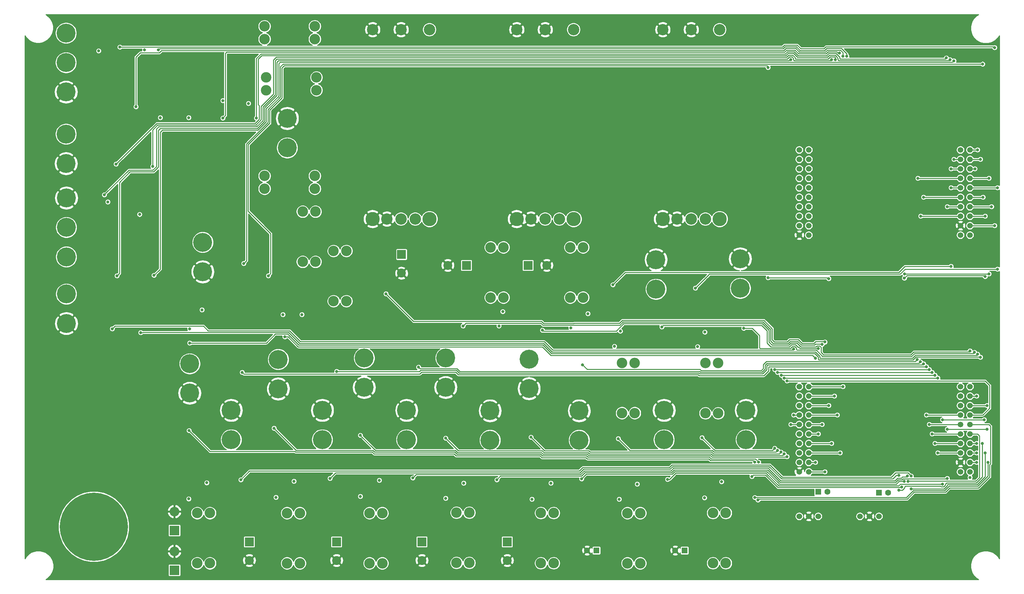
<source format=gbr>
G04 #@! TF.GenerationSoftware,KiCad,Pcbnew,(5.1.10)-1*
G04 #@! TF.CreationDate,2021-12-26T21:02:33-06:00*
G04 #@! TF.ProjectId,PowerBoard_2022_Rev1,506f7765-7242-46f6-9172-645f32303232,rev?*
G04 #@! TF.SameCoordinates,Original*
G04 #@! TF.FileFunction,Copper,L2,Inr*
G04 #@! TF.FilePolarity,Positive*
%FSLAX46Y46*%
G04 Gerber Fmt 4.6, Leading zero omitted, Abs format (unit mm)*
G04 Created by KiCad (PCBNEW (5.1.10)-1) date 2021-12-26 21:02:33*
%MOMM*%
%LPD*%
G01*
G04 APERTURE LIST*
G04 #@! TA.AperFunction,ComponentPad*
%ADD10C,5.080000*%
G04 #@! TD*
G04 #@! TA.AperFunction,ComponentPad*
%ADD11C,1.520000*%
G04 #@! TD*
G04 #@! TA.AperFunction,ComponentPad*
%ADD12C,2.819400*%
G04 #@! TD*
G04 #@! TA.AperFunction,ComponentPad*
%ADD13C,1.600000*%
G04 #@! TD*
G04 #@! TA.AperFunction,ComponentPad*
%ADD14R,1.600000X1.600000*%
G04 #@! TD*
G04 #@! TA.AperFunction,ComponentPad*
%ADD15C,18.288000*%
G04 #@! TD*
G04 #@! TA.AperFunction,ComponentPad*
%ADD16C,1.524000*%
G04 #@! TD*
G04 #@! TA.AperFunction,ComponentPad*
%ADD17C,3.048000*%
G04 #@! TD*
G04 #@! TA.AperFunction,ComponentPad*
%ADD18C,3.810000*%
G04 #@! TD*
G04 #@! TA.AperFunction,ComponentPad*
%ADD19R,2.600000X2.600000*%
G04 #@! TD*
G04 #@! TA.AperFunction,ComponentPad*
%ADD20O,2.600000X2.600000*%
G04 #@! TD*
G04 #@! TA.AperFunction,ComponentPad*
%ADD21R,2.400000X2.400000*%
G04 #@! TD*
G04 #@! TA.AperFunction,ComponentPad*
%ADD22C,2.400000*%
G04 #@! TD*
G04 #@! TA.AperFunction,ViaPad*
%ADD23C,0.800000*%
G04 #@! TD*
G04 #@! TA.AperFunction,Conductor*
%ADD24C,0.254000*%
G04 #@! TD*
G04 #@! TA.AperFunction,Conductor*
%ADD25C,0.100000*%
G04 #@! TD*
G04 APERTURE END LIST*
D10*
X365945343Y-58013000D03*
X365945343Y-65913000D03*
D11*
X608076000Y-85090000D03*
X562356000Y-62230000D03*
X562356000Y-64770000D03*
X562356000Y-72390000D03*
X605536000Y-74930000D03*
X562356000Y-69850000D03*
X562356000Y-67310000D03*
X608076000Y-69850000D03*
X605536000Y-64770000D03*
X562356000Y-74930000D03*
X562356000Y-77470000D03*
X608076000Y-64770000D03*
X605536000Y-69850000D03*
X605536000Y-72390000D03*
X605536000Y-85090000D03*
X605536000Y-82550000D03*
X605536000Y-80010000D03*
X605536000Y-77470000D03*
X605536000Y-67310000D03*
X605536000Y-62230000D03*
X608076000Y-82550000D03*
X608076000Y-80010000D03*
X608076000Y-77470000D03*
X608076000Y-74930000D03*
X608076000Y-72390000D03*
X608076000Y-67310000D03*
X608076000Y-62230000D03*
X564896000Y-85090000D03*
X564896000Y-82550000D03*
X564896000Y-80010000D03*
X564896000Y-77470000D03*
X564896000Y-74930000D03*
X564896000Y-72390000D03*
X564896000Y-69850000D03*
X564896000Y-67310000D03*
X564896000Y-64770000D03*
X564896000Y-62230000D03*
X562356000Y-85090000D03*
X562356000Y-82550000D03*
X562356000Y-80010000D03*
X605536000Y-148590000D03*
X605536000Y-146050000D03*
X605536000Y-143510000D03*
X605536000Y-140970000D03*
X605536000Y-138430000D03*
X605536000Y-135890000D03*
X605536000Y-133350000D03*
X605536000Y-130810000D03*
X605536000Y-128270000D03*
X605536000Y-125730000D03*
X608076000Y-148590000D03*
X608076000Y-146050000D03*
X608076000Y-143510000D03*
X608076000Y-140970000D03*
X608076000Y-138430000D03*
X608076000Y-135890000D03*
X608076000Y-133350000D03*
X608076000Y-130810000D03*
X608076000Y-128270000D03*
X608076000Y-125730000D03*
X564896000Y-148590000D03*
X564896000Y-146050000D03*
X564896000Y-143510000D03*
X564896000Y-140970000D03*
X564896000Y-138430000D03*
X564896000Y-135890000D03*
X564896000Y-133350000D03*
X564896000Y-130810000D03*
X564896000Y-128270000D03*
X564896000Y-125730000D03*
X562356000Y-148590000D03*
X562356000Y-146050000D03*
X562356000Y-143510000D03*
X562356000Y-140970000D03*
X562356000Y-138430000D03*
X562356000Y-135890000D03*
X562356000Y-133350000D03*
X562356000Y-130810000D03*
X562356000Y-128270000D03*
X562356000Y-125730000D03*
D12*
X433006500Y-46228000D03*
X433006500Y-42799000D03*
X419544500Y-42799000D03*
X419544500Y-46228000D03*
X479679000Y-101854000D03*
X483108000Y-101854000D03*
X483108000Y-88392000D03*
X479679000Y-88392000D03*
X501015000Y-88392000D03*
X504444000Y-88392000D03*
X504444000Y-101854000D03*
X501015000Y-101854000D03*
X519747252Y-173147443D03*
X516318252Y-173147443D03*
X516318252Y-159685443D03*
X519747252Y-159685443D03*
X473963752Y-159558443D03*
X470534752Y-159558443D03*
X470534752Y-173020443D03*
X473963752Y-173020443D03*
X428561252Y-173147443D03*
X425132252Y-173147443D03*
X425132252Y-159685443D03*
X428561252Y-159685443D03*
X542671000Y-159639000D03*
X539242000Y-159639000D03*
X539242000Y-173101000D03*
X542671000Y-173101000D03*
X518287000Y-132842000D03*
X514858000Y-132842000D03*
X514858000Y-119380000D03*
X518287000Y-119380000D03*
X419100000Y-32512000D03*
X419100000Y-29083000D03*
X432562000Y-29083000D03*
X432562000Y-32512000D03*
X432752500Y-78803500D03*
X429323500Y-78803500D03*
X429323500Y-92265500D03*
X432752500Y-92265500D03*
X540638752Y-119426443D03*
X537209752Y-119426443D03*
X537209752Y-132888443D03*
X540638752Y-132888443D03*
X450659252Y-173147443D03*
X447230252Y-173147443D03*
X447230252Y-159685443D03*
X450659252Y-159685443D03*
X419100000Y-72644000D03*
X419100000Y-69215000D03*
X432562000Y-69215000D03*
X432562000Y-72644000D03*
X496570000Y-173101000D03*
X493141000Y-173101000D03*
X493141000Y-159639000D03*
X496570000Y-159639000D03*
X404495000Y-159664400D03*
X401066000Y-159664400D03*
X401066000Y-173126400D03*
X404495000Y-173126400D03*
X441032900Y-89357200D03*
X437603900Y-89357200D03*
X437603900Y-102819200D03*
X441032900Y-102819200D03*
D13*
X505500000Y-169709959D03*
D14*
X508000000Y-169709959D03*
D13*
X529122000Y-169709959D03*
D14*
X531622000Y-169709959D03*
D13*
X569936000Y-153924000D03*
D14*
X567436000Y-153924000D03*
X583692000Y-154178000D03*
D13*
X586192000Y-154178000D03*
D10*
X365945343Y-46723000D03*
X365945343Y-38823000D03*
X365945343Y-30923000D03*
X467640000Y-125971000D03*
X467640000Y-118071000D03*
X399060000Y-119595000D03*
X399060000Y-127495000D03*
X489966000Y-118364000D03*
X489966000Y-126264000D03*
X366022605Y-108805436D03*
X366022605Y-100905436D03*
X445796000Y-125971000D03*
X445796000Y-118071000D03*
X422788383Y-126352000D03*
X422788383Y-118452000D03*
X366022605Y-90933500D03*
X366022605Y-83033500D03*
X366022605Y-75133500D03*
X425196000Y-53784500D03*
X425196000Y-61684500D03*
D15*
X373380000Y-128016000D03*
D16*
X562356000Y-160528000D03*
X564896000Y-160528000D03*
X567436000Y-160528000D03*
X583692000Y-160528000D03*
X581152000Y-160528000D03*
X578612000Y-160528000D03*
D15*
X373380000Y-163322000D03*
D17*
X525780000Y-29972000D03*
X533400000Y-29972000D03*
X541020000Y-29972000D03*
D18*
X525780000Y-80772000D03*
X541020000Y-80772000D03*
D17*
X537210000Y-80772000D03*
X533400000Y-80772000D03*
X529590000Y-80772000D03*
X490474000Y-80772000D03*
X494284000Y-80772000D03*
X498094000Y-80772000D03*
D18*
X501904000Y-80772000D03*
X486664000Y-80772000D03*
D17*
X501904000Y-29972000D03*
X494284000Y-29972000D03*
X486664000Y-29972000D03*
D10*
X410184000Y-132093000D03*
X410184000Y-139993000D03*
X523976000Y-99607000D03*
X523976000Y-91707000D03*
X402552370Y-94937954D03*
X402552370Y-87037954D03*
X434594000Y-132093000D03*
X434594000Y-139993000D03*
X546544500Y-91453000D03*
X546544500Y-99353000D03*
X457174000Y-139993000D03*
X457174000Y-132093000D03*
X479526000Y-140120000D03*
X479526000Y-132220000D03*
X503402000Y-140120000D03*
X503402000Y-132220000D03*
X526135000Y-132093000D03*
X526135000Y-139993000D03*
X548106000Y-132093000D03*
X548106000Y-139993000D03*
D19*
X394970000Y-175006000D03*
D20*
X394970000Y-169926000D03*
X394970000Y-159258000D03*
D19*
X394970000Y-164338000D03*
D21*
X415036000Y-167386000D03*
D22*
X415036000Y-172386000D03*
D21*
X438404000Y-167386000D03*
D22*
X438404000Y-172386000D03*
X461264000Y-172386000D03*
D21*
X461264000Y-167386000D03*
X484124000Y-167386000D03*
D22*
X484124000Y-172386000D03*
D21*
X489712000Y-93218000D03*
D22*
X494712000Y-93218000D03*
X468202000Y-93218000D03*
D21*
X473202000Y-93218000D03*
X455803000Y-90297000D03*
D22*
X455803000Y-95297000D03*
D17*
X448056000Y-29972000D03*
X455676000Y-29972000D03*
X463296000Y-29972000D03*
D18*
X448056000Y-80772000D03*
X463296000Y-80772000D03*
D17*
X459486000Y-80772000D03*
X455676000Y-80772000D03*
X451866000Y-80772000D03*
D23*
X398780000Y-53594000D03*
X391160000Y-53594000D03*
X386969000Y-35433000D03*
X374650000Y-35687000D03*
X608076000Y-150114000D03*
X537083000Y-111125000D03*
X535114500Y-114998500D03*
X514413500Y-110871000D03*
X512826000Y-114935000D03*
X398780000Y-155854400D03*
X403606000Y-151536400D03*
X444754000Y-155194000D03*
X449834000Y-150876000D03*
X490728000Y-155956000D03*
X495808000Y-151638000D03*
X536956000Y-155575000D03*
X541528000Y-151257000D03*
X422148000Y-155448000D03*
X426974000Y-151130000D03*
X467614000Y-155702000D03*
X472440000Y-151638000D03*
X514096000Y-155956000D03*
X518922000Y-151892000D03*
X505714000Y-106172000D03*
X501142000Y-109982000D03*
X481901500Y-109474000D03*
X482917500Y-105600500D03*
X377126500Y-76200000D03*
X385635500Y-79565500D03*
X424053000Y-106426000D03*
X429133000Y-106426000D03*
X402336000Y-105156000D03*
X399034000Y-110236000D03*
X407924000Y-49022000D03*
X414782000Y-49784000D03*
X547497000Y-110109000D03*
X609416000Y-67310000D03*
X609288546Y-116551067D03*
X534543000Y-99314000D03*
X615442000Y-94234000D03*
X615442000Y-72390000D03*
X525526000Y-109728000D03*
X567483744Y-115531514D03*
X567436000Y-138430000D03*
X512445000Y-98425000D03*
X602996000Y-93472000D03*
X602996000Y-72390000D03*
X412750000Y-150749000D03*
X592328000Y-149745998D03*
X592328000Y-153162000D03*
X612140000Y-143510000D03*
X609854000Y-143510000D03*
X458851000Y-150241000D03*
X591312000Y-149745998D03*
X591515001Y-151199998D03*
X504063000Y-150495000D03*
X590515000Y-151199999D03*
X590515000Y-96650523D03*
X612140000Y-80010000D03*
X612140000Y-96231000D03*
X549656000Y-149860000D03*
X590550000Y-95504000D03*
X613156000Y-95504000D03*
X613156000Y-69850000D03*
X589788000Y-152654000D03*
X398907000Y-137541000D03*
X612902000Y-146050000D03*
X609854000Y-146050000D03*
X550423352Y-146008941D03*
X550441743Y-155465216D03*
X444754000Y-138811000D03*
X559054000Y-144526000D03*
X559054000Y-124206000D03*
X490474000Y-139319000D03*
X557457796Y-143324435D03*
X557530000Y-122682000D03*
X598678000Y-122682000D03*
X598678000Y-140970000D03*
X536321000Y-139446000D03*
X555750166Y-142303264D03*
X555752000Y-121158000D03*
X597154000Y-121158000D03*
X597154000Y-135890000D03*
X436626000Y-150368000D03*
X589026000Y-149564980D03*
X589026000Y-153523999D03*
X609854000Y-140970000D03*
X611378000Y-140970000D03*
X481330000Y-150749000D03*
X601980000Y-150368000D03*
X601980000Y-137160000D03*
X612648000Y-137160000D03*
X612648000Y-130810000D03*
X527050000Y-150622000D03*
X600710000Y-151892000D03*
X611886000Y-134620000D03*
X613883000Y-77470000D03*
X600710000Y-134620000D03*
X421640000Y-136906000D03*
X551434000Y-146008941D03*
X551274517Y-156175000D03*
X467614000Y-139573000D03*
X558327000Y-143818892D03*
X558292000Y-123444000D03*
X599440000Y-123444000D03*
X599440000Y-143510000D03*
X513842000Y-139700000D03*
X556551878Y-142900977D03*
X556514000Y-121920000D03*
X597916000Y-121920000D03*
X597916000Y-138430000D03*
X438404000Y-121666000D03*
X595630000Y-119634000D03*
X595630000Y-74930000D03*
X389509000Y-95885000D03*
X603758000Y-64770000D03*
X603758000Y-38354000D03*
X399034000Y-114046000D03*
X610870000Y-117856000D03*
X610870000Y-64770000D03*
X460375000Y-120523000D03*
X594797949Y-119079299D03*
X594868000Y-80010000D03*
X416941000Y-53721000D03*
X601980000Y-77470000D03*
X601769962Y-37576080D03*
X379349000Y-66040000D03*
X602996000Y-67310000D03*
X602742000Y-38030090D03*
X413512000Y-92710000D03*
X611597000Y-74930000D03*
X611473100Y-39211100D03*
X385953000Y-111252000D03*
X610143000Y-117070597D03*
X610108000Y-62230000D03*
X413131000Y-121920000D03*
X596392000Y-120396000D03*
X596392000Y-133350000D03*
X451612000Y-100838000D03*
X569234583Y-113776220D03*
X569214000Y-148590000D03*
X424561000Y-112395000D03*
X566674000Y-118110000D03*
X566674000Y-146050000D03*
X384683000Y-50673000D03*
X573278000Y-143510000D03*
X574040000Y-37084000D03*
X376174000Y-74295000D03*
X570992000Y-140970000D03*
X570992000Y-38030090D03*
X472313000Y-109474000D03*
X568440968Y-114384642D03*
X568452000Y-135890000D03*
X407924000Y-53721000D03*
X572516000Y-133350000D03*
X573100931Y-36245067D03*
X420116000Y-96012000D03*
X553974000Y-96520000D03*
X570230000Y-96774000D03*
X570230000Y-130810000D03*
X553974000Y-40132000D03*
X389128000Y-66675000D03*
X571754000Y-128270000D03*
X572008000Y-38030090D03*
X390652000Y-35398000D03*
X574040000Y-125730000D03*
X575056000Y-37084000D03*
X379603000Y-96012000D03*
X560070000Y-135890000D03*
X560070000Y-38030090D03*
X378333000Y-110236000D03*
X560832000Y-133350000D03*
X560832000Y-115712980D03*
X504317000Y-119888000D03*
X593965897Y-118524598D03*
X594106000Y-69850000D03*
X493522000Y-110617000D03*
X608076000Y-116162578D03*
X609854000Y-128270000D03*
X380365000Y-34671000D03*
X614680000Y-82550000D03*
X614680000Y-34798000D03*
D24*
X608076000Y-67310000D02*
X609416000Y-67310000D01*
X549783000Y-110109000D02*
X547497000Y-110109000D01*
X551688000Y-112014000D02*
X549783000Y-110109000D01*
X551688000Y-115316000D02*
X551688000Y-112014000D01*
X551903960Y-115531960D02*
X551688000Y-115316000D01*
X609288546Y-116551067D02*
X608950035Y-116889578D01*
X608950035Y-116889578D02*
X593240822Y-116889578D01*
X561594000Y-115399018D02*
X561180961Y-114985979D01*
X593240822Y-116889578D02*
X592458460Y-117671940D01*
X568596035Y-117671940D02*
X566910066Y-115985970D01*
X592458460Y-117671940D02*
X568596035Y-117671940D01*
X566910066Y-115985970D02*
X561755970Y-115985970D01*
X561755970Y-115985970D02*
X561594000Y-115824000D01*
X561180961Y-114985979D02*
X560483039Y-114985979D01*
X561594000Y-115824000D02*
X561594000Y-115399018D01*
X560483039Y-114985979D02*
X560070000Y-115399018D01*
X560070000Y-115399018D02*
X560070000Y-115531960D01*
X560070000Y-115531960D02*
X551903960Y-115531960D01*
X534543000Y-99314000D02*
X537371001Y-96485999D01*
X537371001Y-96485999D02*
X538099000Y-95758000D01*
X538099000Y-95758000D02*
X538279990Y-95577010D01*
X538279990Y-95577010D02*
X540258000Y-95577010D01*
X540258000Y-95577010D02*
X544006943Y-95577010D01*
X544006943Y-95577010D02*
X551942000Y-95577010D01*
X590744038Y-94234000D02*
X615442000Y-94234000D01*
X589401028Y-95577010D02*
X590744038Y-94234000D01*
X551942000Y-95577010D02*
X589401028Y-95577010D01*
X615442000Y-72390000D02*
X608076000Y-72390000D01*
X525925999Y-109328001D02*
X551669001Y-109328001D01*
X525526000Y-109728000D02*
X525925999Y-109328001D01*
X551669001Y-109328001D02*
X552304001Y-109328001D01*
X552304001Y-109328001D02*
X553720000Y-110744000D01*
X553720000Y-114046000D02*
X554751950Y-115077950D01*
X553720000Y-110744000D02*
X553720000Y-114046000D01*
X561369018Y-114531969D02*
X562048010Y-115210961D01*
X560294982Y-114531969D02*
X561369018Y-114531969D01*
X559749001Y-115077950D02*
X560294982Y-114531969D01*
X554751950Y-115077950D02*
X559749001Y-115077950D01*
X562250961Y-115210961D02*
X562571960Y-115531960D01*
X562048010Y-115210961D02*
X562250961Y-115210961D01*
X567483298Y-115531960D02*
X567483744Y-115531514D01*
X562571960Y-115531960D02*
X567483298Y-115531960D01*
X567436000Y-138430000D02*
X564896000Y-138430000D01*
X512445000Y-98425000D02*
X515747000Y-95123000D01*
X515747000Y-95123000D02*
X544195000Y-95123000D01*
X544195000Y-95123000D02*
X551942000Y-95123000D01*
X551942000Y-95123000D02*
X589026000Y-95123000D01*
X590677000Y-93472000D02*
X602996000Y-93472000D01*
X589026000Y-95123000D02*
X590677000Y-93472000D01*
X602996000Y-72390000D02*
X605536000Y-72390000D01*
X415093028Y-148405972D02*
X437945962Y-148405971D01*
X412750000Y-150749000D02*
X415093028Y-148405972D01*
X437945962Y-148405971D02*
X440436000Y-148405971D01*
X503432885Y-148405971D02*
X504404585Y-147434270D01*
X440436000Y-148405971D02*
X503432885Y-148405971D01*
X504404585Y-147434270D02*
X507496886Y-147434270D01*
X507496886Y-147434270D02*
X509016000Y-147434270D01*
X527593081Y-147434270D02*
X528291409Y-146735941D01*
X509016000Y-147434270D02*
X527593081Y-147434270D01*
X528291409Y-146735941D02*
X529463000Y-146735941D01*
X529463000Y-146735941D02*
X529467886Y-146735941D01*
X529467886Y-146735941D02*
X550291000Y-146735941D01*
X557718057Y-149991773D02*
X557795840Y-149991773D01*
X554462225Y-146735941D02*
X557718057Y-149991773D01*
X550291000Y-146735941D02*
X554462225Y-146735941D01*
X557795840Y-149991773D02*
X557877006Y-150072939D01*
X557877006Y-150072939D02*
X568263943Y-150072939D01*
X568263943Y-150072939D02*
X586994000Y-150072939D01*
X588228960Y-148837979D02*
X591479943Y-148837979D01*
X591479943Y-148837979D02*
X592328000Y-149686036D01*
X586994000Y-150072939D02*
X588228960Y-148837979D01*
X592328000Y-149686036D02*
X592328000Y-149745998D01*
X601158028Y-153162000D02*
X601980000Y-152340028D01*
X592328000Y-153162000D02*
X601158028Y-153162000D01*
X601980000Y-152146000D02*
X602122979Y-152003021D01*
X601980000Y-152340028D02*
X601980000Y-152146000D01*
X612140000Y-149874134D02*
X612140000Y-143510000D01*
X610011113Y-152003021D02*
X612140000Y-149874134D01*
X602122979Y-152003021D02*
X610011113Y-152003021D01*
X609854000Y-143510000D02*
X608076000Y-143510000D01*
X459778010Y-149313990D02*
X482122944Y-149313989D01*
X458851000Y-150241000D02*
X459778010Y-149313990D01*
X482122944Y-149313989D02*
X485013000Y-149313989D01*
X485013000Y-149313989D02*
X503809000Y-149313989D01*
X504780699Y-148342290D02*
X504931576Y-148342290D01*
X503809000Y-149313989D02*
X504780699Y-148342290D01*
X504931576Y-148342290D02*
X507873000Y-148342290D01*
X528667523Y-147643961D02*
X529401943Y-147643961D01*
X507873000Y-148342290D02*
X527969195Y-148342290D01*
X527969195Y-148342290D02*
X528667523Y-147643961D01*
X529401943Y-147643961D02*
X529844000Y-147643961D01*
X529844000Y-147643961D02*
X550418000Y-147643961D01*
X554072228Y-147643961D02*
X554338181Y-147909915D01*
X550418000Y-147643961D02*
X554072228Y-147643961D01*
X554338181Y-147909915D02*
X557409225Y-150980959D01*
X557409225Y-150980959D02*
X587988829Y-150980959D01*
X589704991Y-150291980D02*
X589977982Y-150018988D01*
X588677808Y-150291980D02*
X589704991Y-150291980D01*
X587988829Y-150980959D02*
X588677808Y-150291980D01*
X591039010Y-150018988D02*
X591312000Y-149745998D01*
X589977982Y-150018988D02*
X591039010Y-150018988D01*
X610616000Y-138938000D02*
X610108000Y-138430000D01*
X610108000Y-138430000D02*
X608076000Y-138430000D01*
X610616000Y-150114000D02*
X610616000Y-138938000D01*
X609634999Y-151095001D02*
X610616000Y-150114000D01*
X591619998Y-151095001D02*
X609634999Y-151095001D01*
X591515001Y-151199998D02*
X591619998Y-151095001D01*
X504063000Y-150495000D02*
X505307690Y-149250310D01*
X528345309Y-149250310D02*
X529043637Y-148551981D01*
X505307690Y-149250310D02*
X528345309Y-149250310D01*
X529043637Y-148551981D02*
X549679885Y-148551981D01*
X549679885Y-148551981D02*
X550418000Y-148551981D01*
X553696114Y-148551981D02*
X556768000Y-151623868D01*
X550418000Y-148551981D02*
X553696114Y-148551981D01*
X556768000Y-151623868D02*
X557033111Y-151888979D01*
X557033111Y-151888979D02*
X588364942Y-151888979D01*
X589053922Y-151199999D02*
X590515000Y-151199999D01*
X588364942Y-151888979D02*
X589053922Y-151199999D01*
X590515000Y-96650523D02*
X591207513Y-95958010D01*
X612140000Y-80010000D02*
X608076000Y-80010000D01*
X611867010Y-95958010D02*
X612140000Y-96231000D01*
X591207513Y-95958010D02*
X611867010Y-95958010D01*
X556656999Y-152796999D02*
X553320001Y-149460001D01*
X553320001Y-149460001D02*
X550055999Y-149460001D01*
X550055999Y-149460001D02*
X549656000Y-149860000D01*
X590550000Y-95504000D02*
X613156000Y-95504000D01*
X613156000Y-69850000D02*
X608076000Y-69850000D01*
X589645001Y-152796999D02*
X589788000Y-152654000D01*
X556656999Y-152796999D02*
X589645001Y-152796999D01*
X398907000Y-137541000D02*
X404495000Y-143129000D01*
X404495000Y-143129000D02*
X411353000Y-143129000D01*
X427220933Y-143129000D02*
X427405944Y-143314011D01*
X411353000Y-143129000D02*
X427220933Y-143129000D01*
X427405944Y-143314011D02*
X429768000Y-143314011D01*
X443026944Y-143314011D02*
X443041943Y-143329010D01*
X429768000Y-143314011D02*
X443026944Y-143314011D01*
X447987878Y-143329010D02*
X448426887Y-143768021D01*
X443041943Y-143329010D02*
X447987878Y-143329010D01*
X448426887Y-143768021D02*
X449264943Y-143768021D01*
X449264943Y-143768021D02*
X453390000Y-143768021D01*
X461268886Y-143783020D02*
X468380886Y-143783020D01*
X453390000Y-143768021D02*
X461253887Y-143768021D01*
X461253887Y-143768021D02*
X461268886Y-143783020D01*
X469897822Y-143783020D02*
X470463830Y-144349031D01*
X468380886Y-143783020D02*
X469897822Y-143783020D01*
X470463830Y-144349031D02*
X471424000Y-144349031D01*
X492935767Y-144349031D02*
X493389774Y-144803041D01*
X471424000Y-144349031D02*
X492935767Y-144349031D01*
X493389774Y-144803041D02*
X494411000Y-144803041D01*
X494411000Y-144803041D02*
X504509943Y-144803041D01*
X505230772Y-144803041D02*
X505557781Y-145130051D01*
X504509943Y-144803041D02*
X505230772Y-144803041D01*
X505557781Y-145130051D02*
X506287943Y-145130051D01*
X506287943Y-145130051D02*
X508127000Y-145130051D01*
X538152653Y-145130051D02*
X538606659Y-145584061D01*
X508127000Y-145130051D02*
X538152653Y-145130051D01*
X538606659Y-145584061D02*
X540512000Y-145584061D01*
X540512000Y-145584061D02*
X543000715Y-145584061D01*
X609854000Y-146050000D02*
X608076000Y-146050000D01*
X549998472Y-145584061D02*
X550423352Y-146008941D01*
X543000715Y-145584061D02*
X549998472Y-145584061D01*
X602488000Y-152474095D02*
X610182106Y-152474095D01*
X601346085Y-153616010D02*
X602488000Y-152474095D01*
X610182106Y-152474095D02*
X612902000Y-149754201D01*
X591117962Y-155448000D02*
X592949952Y-153616010D01*
X612902000Y-149754201D02*
X612902000Y-146050000D01*
X550458959Y-155448000D02*
X591117962Y-155448000D01*
X592949952Y-153616010D02*
X601346085Y-153616010D01*
X550441743Y-155465216D02*
X550458959Y-155448000D01*
X444754000Y-138811000D02*
X445153999Y-139210999D01*
X445153999Y-139210999D02*
X447802000Y-141859000D01*
X448803001Y-142860001D02*
X461630001Y-142860001D01*
X447802000Y-141859000D02*
X448803001Y-142860001D01*
X461630001Y-142860001D02*
X461645000Y-142875000D01*
X461645000Y-142875000D02*
X468757000Y-142875000D01*
X470273934Y-142875000D02*
X470839944Y-143441011D01*
X468757000Y-142875000D02*
X470273934Y-142875000D01*
X470839944Y-143441011D02*
X477266000Y-143441011D01*
X493765887Y-143895021D02*
X496254943Y-143895021D01*
X477266000Y-143441011D02*
X493311879Y-143441011D01*
X493311879Y-143441011D02*
X493765887Y-143895021D01*
X496254943Y-143895021D02*
X496824000Y-143895021D01*
X505606886Y-143895021D02*
X505933895Y-144222031D01*
X496824000Y-143895021D02*
X505606886Y-143895021D01*
X505933895Y-144222031D02*
X510921000Y-144222031D01*
X510921000Y-144222031D02*
X522162943Y-144222031D01*
X538528767Y-144222031D02*
X538982773Y-144676041D01*
X522162943Y-144222031D02*
X538528767Y-144222031D01*
X538982773Y-144676041D02*
X543376829Y-144676041D01*
X543376829Y-144676041D02*
X550672000Y-144676041D01*
X558903959Y-144676041D02*
X559054000Y-144526000D01*
X550672000Y-144676041D02*
X558903959Y-144676041D01*
X559054000Y-124206000D02*
X612140000Y-124206000D01*
X613375001Y-125441001D02*
X613375001Y-131537001D01*
X612140000Y-124206000D02*
X613375001Y-125441001D01*
X611562002Y-133350000D02*
X608076000Y-133350000D01*
X613375001Y-131537001D02*
X611562002Y-133350000D01*
X494142001Y-142987001D02*
X505982999Y-142987001D01*
X490474000Y-139319000D02*
X494142001Y-142987001D01*
X506310009Y-143314011D02*
X526346011Y-143314011D01*
X505982999Y-142987001D02*
X506310009Y-143314011D01*
X526346011Y-143314011D02*
X528624944Y-143314011D01*
X538904879Y-143314011D02*
X539358887Y-143768021D01*
X528624944Y-143314011D02*
X538904879Y-143314011D01*
X539358887Y-143768021D02*
X541909000Y-143768021D01*
X541909000Y-143768021D02*
X543752943Y-143768021D01*
X543752943Y-143768021D02*
X550672000Y-143768021D01*
X557014210Y-143768021D02*
X557457796Y-143324435D01*
X550672000Y-143768021D02*
X557014210Y-143768021D01*
X557530000Y-122682000D02*
X598678000Y-122682000D01*
X598678000Y-140970000D02*
X605536000Y-140970000D01*
X539735001Y-142860001D02*
X550657001Y-142860001D01*
X536321000Y-139446000D02*
X539735001Y-142860001D01*
X555193429Y-142860001D02*
X555750166Y-142303264D01*
X550657001Y-142860001D02*
X555193429Y-142860001D01*
X555752000Y-121158000D02*
X597154000Y-121158000D01*
X597154000Y-135890000D02*
X605536000Y-135890000D01*
X438134019Y-148859981D02*
X459589954Y-148859981D01*
X436626000Y-150368000D02*
X438134019Y-148859981D01*
X459589954Y-148859981D02*
X461644999Y-148859981D01*
X461644999Y-148859981D02*
X503620942Y-148859981D01*
X504592642Y-147888280D02*
X504743519Y-147888280D01*
X503620942Y-148859981D02*
X504592642Y-147888280D01*
X504743519Y-147888280D02*
X507684943Y-147888280D01*
X507684943Y-147888280D02*
X513461000Y-147888280D01*
X527781138Y-147888280D02*
X528479466Y-147189951D01*
X513461000Y-147888280D02*
X527781138Y-147888280D01*
X528479466Y-147189951D02*
X529336000Y-147189951D01*
X529336000Y-147189951D02*
X529655943Y-147189951D01*
X529655943Y-147189951D02*
X550418000Y-147189951D01*
X550418000Y-147189951D02*
X554274168Y-147189951D01*
X557607783Y-150445783D02*
X557688949Y-150526949D01*
X557530000Y-150445783D02*
X557607783Y-150445783D01*
X554274168Y-147189951D02*
X557530000Y-150445783D01*
X557688949Y-150526949D02*
X568452000Y-150526949D01*
X568452000Y-150526949D02*
X587414704Y-150526949D01*
X588376673Y-149564980D02*
X589026000Y-149564980D01*
X587414704Y-150526949D02*
X588376673Y-149564980D01*
X608076000Y-140970000D02*
X609854000Y-140970000D01*
X589993963Y-153523999D02*
X589026000Y-153523999D01*
X590550000Y-152967962D02*
X589993963Y-153523999D01*
X590804000Y-152400000D02*
X590550000Y-152654000D01*
X600142038Y-152400000D02*
X590804000Y-152400000D01*
X590550000Y-152654000D02*
X590550000Y-152967962D01*
X600361039Y-152619001D02*
X600142038Y-152400000D01*
X601472000Y-151892000D02*
X601472000Y-152205962D01*
X601058961Y-152619001D02*
X600361039Y-152619001D01*
X601472000Y-152205962D02*
X601058961Y-152619001D01*
X601814989Y-151549011D02*
X601472000Y-151892000D01*
X609823056Y-151549011D02*
X601814989Y-151549011D01*
X611378000Y-149994067D02*
X609823056Y-151549011D01*
X611378000Y-140970000D02*
X611378000Y-149994067D01*
X482311001Y-149767999D02*
X504028001Y-149767999D01*
X481330000Y-150749000D02*
X482311001Y-149767999D01*
X504028001Y-149767999D02*
X504825000Y-148971000D01*
X504999700Y-148796300D02*
X505119633Y-148796300D01*
X504825000Y-148971000D02*
X504999700Y-148796300D01*
X505119633Y-148796300D02*
X507746000Y-148796300D01*
X528157252Y-148796300D02*
X528855580Y-148097971D01*
X507746000Y-148796300D02*
X528157252Y-148796300D01*
X528855580Y-148097971D02*
X529590000Y-148097971D01*
X529590000Y-148097971D02*
X550402029Y-148097971D01*
X553884171Y-148097971D02*
X557221167Y-151434969D01*
X550402029Y-148097971D02*
X553884171Y-148097971D01*
X557221167Y-151434969D02*
X588176886Y-151434969D01*
X588176886Y-151434969D02*
X588865865Y-150745989D01*
X588865865Y-150745989D02*
X589893048Y-150745989D01*
X601875002Y-150472998D02*
X601980000Y-150368000D01*
X590166039Y-150472998D02*
X601875002Y-150472998D01*
X589893048Y-150745989D02*
X590166039Y-150472998D01*
X601980000Y-137160000D02*
X612394000Y-137160000D01*
X612394000Y-137160000D02*
X612648000Y-137160000D01*
X612648000Y-130810000D02*
X608076000Y-130810000D01*
X527615685Y-150622000D02*
X529231694Y-149005991D01*
X527050000Y-150622000D02*
X527615685Y-150622000D01*
X529231694Y-149005991D02*
X549867942Y-149005991D01*
X549867942Y-149005991D02*
X550418000Y-149005991D01*
X553508058Y-149005991D02*
X553774011Y-149271945D01*
X550418000Y-149005991D02*
X553508058Y-149005991D01*
X553774011Y-149271945D02*
X556845055Y-152342989D01*
X556845055Y-152342989D02*
X588552999Y-152342989D01*
X588552999Y-152342989D02*
X589060999Y-152342989D01*
X589060999Y-152305039D02*
X589439039Y-151926999D01*
X589060999Y-152342989D02*
X589060999Y-152305039D01*
X600675001Y-151926999D02*
X600710000Y-151892000D01*
X589439039Y-151926999D02*
X600675001Y-151926999D01*
X611703001Y-134802999D02*
X611886000Y-134620000D01*
X613883000Y-77470000D02*
X608076000Y-77470000D01*
X600710000Y-134620000D02*
X611886000Y-134620000D01*
X427594001Y-142860001D02*
X443215001Y-142860001D01*
X421640000Y-136906000D02*
X427594001Y-142860001D01*
X443215001Y-142860001D02*
X443230000Y-142875000D01*
X448175934Y-142875000D02*
X448614944Y-143314011D01*
X443230000Y-142875000D02*
X448175934Y-142875000D01*
X448614944Y-143314011D02*
X449453000Y-143314011D01*
X461456943Y-143329010D02*
X468568943Y-143329010D01*
X449453000Y-143314011D02*
X461441944Y-143314011D01*
X461441944Y-143314011D02*
X461456943Y-143329010D01*
X470085878Y-143329010D02*
X470651887Y-143895021D01*
X468568943Y-143329010D02*
X470085878Y-143329010D01*
X470651887Y-143895021D02*
X474853000Y-143895021D01*
X493123823Y-143895021D02*
X493577831Y-144349031D01*
X474853000Y-143895021D02*
X493123823Y-143895021D01*
X493577831Y-144349031D02*
X496635943Y-144349031D01*
X496635943Y-144349031D02*
X504698000Y-144349031D01*
X504698000Y-144349031D02*
X505418828Y-144349031D01*
X505418828Y-144349031D02*
X505745838Y-144676041D01*
X505745838Y-144676041D02*
X506476000Y-144676041D01*
X506476000Y-144676041D02*
X510732943Y-144676041D01*
X510732943Y-144676041D02*
X521974886Y-144676041D01*
X521974886Y-144676041D02*
X526034000Y-144676041D01*
X526034000Y-144676041D02*
X538226000Y-144676041D01*
X538340710Y-144676041D02*
X538794716Y-145130051D01*
X538226000Y-144676041D02*
X538340710Y-144676041D01*
X538794716Y-145130051D02*
X541401000Y-145130051D01*
X541401000Y-145130051D02*
X543188772Y-145130051D01*
X543188772Y-145130051D02*
X550545000Y-145130051D01*
X551434000Y-145943627D02*
X551434000Y-146008941D01*
X550620424Y-145130051D02*
X551434000Y-145943627D01*
X550545000Y-145130051D02*
X550620424Y-145130051D01*
X613629001Y-136363001D02*
X613156000Y-135890000D01*
X613629001Y-146398961D02*
X613629001Y-136363001D01*
X613356010Y-149942258D02*
X613356010Y-146671952D01*
X613356010Y-146671952D02*
X613629001Y-146398961D01*
X602676057Y-152928105D02*
X610370163Y-152928105D01*
X613156000Y-135890000D02*
X608076000Y-135890000D01*
X601534142Y-154070020D02*
X602676057Y-152928105D01*
X610370163Y-152928105D02*
X613356010Y-149942258D01*
X593138008Y-154070020D02*
X601534142Y-154070020D01*
X591306019Y-155902010D02*
X593138008Y-154070020D01*
X551547507Y-155902010D02*
X591306019Y-155902010D01*
X551274517Y-156175000D02*
X551547507Y-155902010D01*
X471028001Y-142987001D02*
X484998001Y-142987001D01*
X467614000Y-139573000D02*
X471028001Y-142987001D01*
X493499935Y-142987001D02*
X493953944Y-143441011D01*
X484998001Y-142987001D02*
X493499935Y-142987001D01*
X493953944Y-143441011D02*
X496443000Y-143441011D01*
X505794943Y-143441011D02*
X506121952Y-143768021D01*
X496443000Y-143441011D02*
X505794943Y-143441011D01*
X506121952Y-143768021D02*
X522351000Y-143768021D01*
X538716823Y-143768021D02*
X539170830Y-144222031D01*
X522351000Y-143768021D02*
X538716823Y-143768021D01*
X539170830Y-144222031D02*
X541401000Y-144222031D01*
X541401000Y-144222031D02*
X543564886Y-144222031D01*
X543564886Y-144222031D02*
X550672000Y-144222031D01*
X557923861Y-144222031D02*
X558327000Y-143818892D01*
X550672000Y-144222031D02*
X557923861Y-144222031D01*
X558292000Y-123444000D02*
X599440000Y-123444000D01*
X599440000Y-143510000D02*
X605536000Y-143510000D01*
X517002001Y-142860001D02*
X528813001Y-142860001D01*
X513842000Y-139700000D02*
X517002001Y-142860001D01*
X528813001Y-142860001D02*
X534401001Y-142860001D01*
X539092935Y-142860001D02*
X539546944Y-143314011D01*
X534401001Y-142860001D02*
X539092935Y-142860001D01*
X539546944Y-143314011D02*
X543941000Y-143314011D01*
X543941000Y-143314011D02*
X550672000Y-143314011D01*
X556138844Y-143314011D02*
X556551878Y-142900977D01*
X550672000Y-143314011D02*
X556138844Y-143314011D01*
X556514000Y-121920000D02*
X597916000Y-121920000D01*
X597916000Y-138430000D02*
X605536000Y-138430000D01*
X535690886Y-122320020D02*
X542675886Y-122320020D01*
X460629000Y-121666000D02*
X460902989Y-121392011D01*
X542675886Y-122320020D02*
X551561000Y-122320020D01*
X438404000Y-121666000D02*
X460629000Y-121666000D01*
X460902989Y-121392011D02*
X470507944Y-121392011D01*
X470507944Y-121392011D02*
X471235943Y-122120010D01*
X471235943Y-122120010D02*
X535490876Y-122120010D01*
X535490876Y-122120010D02*
X535690886Y-122320020D01*
X553673077Y-120207943D02*
X553939030Y-119941990D01*
X553673077Y-121204923D02*
X553673077Y-120207943D01*
X552557980Y-122320020D02*
X553673077Y-121204923D01*
X551561000Y-122320020D02*
X552557980Y-122320020D01*
X553939030Y-119941990D02*
X554736000Y-119941990D01*
X595322010Y-119941990D02*
X595630000Y-119634000D01*
X554736000Y-119941990D02*
X595322010Y-119941990D01*
X595630000Y-74930000D02*
X605536000Y-74930000D01*
X605536000Y-64770000D02*
X603758000Y-64770000D01*
X391160000Y-57531000D02*
X391160000Y-94234000D01*
X391756960Y-56934040D02*
X391160000Y-57531000D01*
X419573030Y-54733200D02*
X417372190Y-56934040D01*
X417372190Y-56934040D02*
X391756960Y-56934040D01*
X419573030Y-51215970D02*
X419573030Y-54733200D01*
X422910000Y-39116000D02*
X422910000Y-47879000D01*
X423268910Y-38757090D02*
X422910000Y-39116000D01*
X390652000Y-94742000D02*
X389509000Y-95885000D01*
X603354910Y-38757090D02*
X423268910Y-38757090D01*
X391160000Y-94234000D02*
X390652000Y-94742000D01*
X422910000Y-47879000D02*
X419573030Y-51215970D01*
X603758000Y-38354000D02*
X603354910Y-38757090D01*
X399034000Y-114046000D02*
X419608000Y-114046000D01*
X425365065Y-111667999D02*
X425638057Y-111940991D01*
X419608000Y-114046000D02*
X421986001Y-111667999D01*
X421986001Y-111667999D02*
X425365065Y-111667999D01*
X425638057Y-111940991D02*
X428305056Y-114607990D01*
X428305056Y-114607990D02*
X429641000Y-114607990D01*
X493710057Y-114607990D02*
X495996057Y-116893990D01*
X429641000Y-114607990D02*
X493710057Y-114607990D01*
X495996057Y-116893990D02*
X510921000Y-116893990D01*
X510921000Y-116893990D02*
X551815000Y-116893990D01*
X566533952Y-116893990D02*
X567436000Y-117796038D01*
X551815000Y-116893990D02*
X566533952Y-116893990D01*
X567436000Y-118364000D02*
X567651960Y-118579960D01*
X567436000Y-117796038D02*
X567436000Y-118364000D01*
X567651960Y-118579960D02*
X585724000Y-118579960D01*
X592834573Y-118579960D02*
X593616936Y-117797597D01*
X585724000Y-118579960D02*
X592834573Y-118579960D01*
X610811597Y-117797597D02*
X610870000Y-117856000D01*
X593616936Y-117797597D02*
X610811597Y-117797597D01*
X610870000Y-64770000D02*
X608076000Y-64770000D01*
X460790001Y-120938001D02*
X470627999Y-120938001D01*
X460375000Y-120523000D02*
X460790001Y-120938001D01*
X470696001Y-120938002D02*
X470627999Y-120938002D01*
X471424000Y-121666000D02*
X470696001Y-120938002D01*
X535678933Y-121666000D02*
X471424000Y-121666000D01*
X551561000Y-121866010D02*
X535878943Y-121866010D01*
X535878943Y-121866010D02*
X535678933Y-121666000D01*
X551561000Y-121866010D02*
X552369924Y-121866010D01*
X553219067Y-120019886D02*
X553750973Y-119487980D01*
X553219067Y-121016867D02*
X553219067Y-120019886D01*
X552369924Y-121866010D02*
X553219067Y-121016867D01*
X553750973Y-119487980D02*
X554736000Y-119487980D01*
X594389268Y-119487980D02*
X594797949Y-119079299D01*
X554736000Y-119487980D02*
X594389268Y-119487980D01*
X594868000Y-80010000D02*
X605536000Y-80010000D01*
X605536000Y-77470000D02*
X601980000Y-77470000D01*
X416941000Y-37719000D02*
X416941000Y-53721000D01*
X601769962Y-37576080D02*
X601500042Y-37846000D01*
X573189011Y-37757011D02*
X573189011Y-37361282D01*
X601500042Y-37846000D02*
X573278000Y-37846000D01*
X559156868Y-35941059D02*
X558610887Y-36487040D01*
X573189011Y-37361282D02*
X572222798Y-36395069D01*
X570266925Y-36395069D02*
X569724014Y-36937980D01*
X562036056Y-36937980D02*
X561039136Y-35941059D01*
X572222798Y-36395069D02*
X570266925Y-36395069D01*
X569724014Y-36937980D02*
X562036056Y-36937980D01*
X561039136Y-35941059D02*
X559156868Y-35941059D01*
X558610887Y-36487040D02*
X418172960Y-36487040D01*
X573278000Y-37846000D02*
X573189011Y-37757011D01*
X418172960Y-36487040D02*
X416941000Y-37719000D01*
X605536000Y-67310000D02*
X602996000Y-67310000D01*
X417703000Y-54034962D02*
X416619962Y-55118000D01*
X417395010Y-37907056D02*
X417395010Y-50111010D01*
X418361016Y-36941050D02*
X417395010Y-37907056D01*
X558798944Y-36941050D02*
X418361016Y-36941050D01*
X602742000Y-38030090D02*
X602469010Y-38303080D01*
X417395010Y-50111010D02*
X417703000Y-50419000D01*
X561848000Y-37391990D02*
X560851079Y-36395069D01*
X417703000Y-50419000D02*
X417703000Y-54034962D01*
X602469010Y-38303080D02*
X572973080Y-38303080D01*
X572462010Y-37276348D02*
X572034741Y-36849079D01*
X572735001Y-38065001D02*
X572735001Y-37681129D01*
X572034741Y-36849079D02*
X570454982Y-36849079D01*
X390271000Y-55118000D02*
X379349000Y-66040000D01*
X572973080Y-38303080D02*
X572735001Y-38065001D01*
X572735001Y-37681129D02*
X572462010Y-37408138D01*
X572462010Y-37408138D02*
X572462010Y-37276348D01*
X570454982Y-36849079D02*
X569912072Y-37391990D01*
X569912072Y-37391990D02*
X561848000Y-37391990D01*
X416619962Y-55118000D02*
X390271000Y-55118000D01*
X560851079Y-36395069D02*
X559344925Y-36395069D01*
X559344925Y-36395069D02*
X558798944Y-36941050D01*
X608076000Y-74930000D02*
X611597000Y-74930000D01*
X424084900Y-39211100D02*
X611473100Y-39211100D01*
X423364010Y-39931990D02*
X424084900Y-39211100D01*
X423364010Y-48067057D02*
X423364010Y-39931990D01*
X420027040Y-51404026D02*
X423364010Y-48067057D01*
X420027040Y-54921257D02*
X420027040Y-51404026D01*
X414274000Y-60674296D02*
X420027040Y-54921257D01*
X414274000Y-91948000D02*
X414274000Y-60674296D01*
X413512000Y-92710000D02*
X414274000Y-91948000D01*
X425553122Y-111213989D02*
X428493113Y-114153980D01*
X386556696Y-111213989D02*
X425553122Y-111213989D01*
X385953000Y-111252000D02*
X386518685Y-111252000D01*
X386518685Y-111252000D02*
X386556696Y-111213989D01*
X428493113Y-114153980D02*
X429514000Y-114153980D01*
X493898114Y-114153980D02*
X496184114Y-116439980D01*
X429514000Y-114153980D02*
X493898114Y-114153980D01*
X496184114Y-116439980D02*
X496824000Y-116439980D01*
X496824000Y-116439980D02*
X510732943Y-116439980D01*
X510732943Y-116439980D02*
X546481000Y-116439980D01*
X546481000Y-116439980D02*
X551815000Y-116439980D01*
X566722009Y-116439980D02*
X567624057Y-117342028D01*
X551815000Y-116439980D02*
X566722009Y-116439980D01*
X567624057Y-117342028D02*
X567890010Y-117607981D01*
X567890010Y-118056010D02*
X567959950Y-118125950D01*
X567890010Y-117607981D02*
X567890010Y-118056010D01*
X567959950Y-118125950D02*
X573278000Y-118125950D01*
X592646517Y-118125950D02*
X593428879Y-117343588D01*
X573278000Y-118125950D02*
X592646517Y-118125950D01*
X609870009Y-117343588D02*
X610143000Y-117070597D01*
X593428879Y-117343588D02*
X609870009Y-117343588D01*
X610108000Y-62230000D02*
X608076000Y-62230000D01*
X596392000Y-133350000D02*
X605536000Y-133350000D01*
X552865970Y-122774030D02*
X554127087Y-121512913D01*
X574294000Y-120396000D02*
X596392000Y-120396000D01*
X535302819Y-122574020D02*
X535502829Y-122774030D01*
X471047886Y-122574020D02*
X535302819Y-122574020D01*
X470319888Y-121846021D02*
X471047886Y-122574020D01*
X461210979Y-121846021D02*
X470319888Y-121846021D01*
X535502829Y-122774030D02*
X552865970Y-122774030D01*
X413604001Y-122393001D02*
X460663999Y-122393001D01*
X460663999Y-122393001D02*
X461210979Y-121846021D01*
X413131000Y-121920000D02*
X413604001Y-122393001D01*
X554127087Y-120496913D02*
X554228000Y-120396000D01*
X554127087Y-121512913D02*
X554127087Y-120496913D01*
X554228000Y-120396000D02*
X574294000Y-120396000D01*
X459031990Y-108257990D02*
X472886943Y-108257990D01*
X451612000Y-100838000D02*
X459031990Y-108257990D01*
X472886943Y-108257990D02*
X477012000Y-108257990D01*
X493329057Y-108257990D02*
X493872056Y-108800989D01*
X477012000Y-108257990D02*
X493329057Y-108257990D01*
X493872056Y-108800989D02*
X494284000Y-108800989D01*
X501934944Y-108800989D02*
X501969943Y-108765990D01*
X494284000Y-108800989D02*
X501934944Y-108800989D01*
X501969943Y-108765990D02*
X514158415Y-108765990D01*
X514158415Y-108765990D02*
X514958433Y-107965971D01*
X514958433Y-107965971D02*
X551545029Y-107965971D01*
X552868172Y-107965971D02*
X555136020Y-110233819D01*
X551545029Y-107965971D02*
X552868172Y-107965971D01*
X555136020Y-113176020D02*
X555675920Y-113715920D01*
X555136020Y-110233819D02*
X555136020Y-113176020D01*
X559184831Y-113715920D02*
X559730811Y-113169939D01*
X555675920Y-113715920D02*
X559184831Y-113715920D01*
X562136139Y-113169939D02*
X563136130Y-114169930D01*
X559730811Y-113169939D02*
X562136139Y-113169939D01*
X563136130Y-114169930D02*
X566231944Y-114169930D01*
X569116004Y-113657641D02*
X569234583Y-113776220D01*
X566744233Y-113657641D02*
X569116004Y-113657641D01*
X566231944Y-114169930D02*
X566744233Y-113657641D01*
X569214000Y-148590000D02*
X564896000Y-148590000D01*
X424561000Y-112395000D02*
X425450000Y-112395000D01*
X425450000Y-112395000D02*
X428117000Y-115062000D01*
X428117000Y-115062000D02*
X444373000Y-115062000D01*
X444373000Y-115062000D02*
X448945000Y-115062000D01*
X448945000Y-115062000D02*
X493522000Y-115062000D01*
X493522000Y-115062000D02*
X495808000Y-117348000D01*
X495808000Y-117348000D02*
X551815000Y-117348000D01*
X565912000Y-117348000D02*
X566674000Y-118110000D01*
X551815000Y-117348000D02*
X565912000Y-117348000D01*
X566674000Y-146050000D02*
X564896000Y-146050000D01*
X564896000Y-143510000D02*
X573024000Y-143510000D01*
X573024000Y-143510000D02*
X573278000Y-143510000D01*
X384683000Y-42442962D02*
X384683000Y-50673000D01*
X574040000Y-37084000D02*
X574040000Y-36108174D01*
X574040000Y-36108174D02*
X573418875Y-35487049D01*
X573418875Y-35487049D02*
X569890811Y-35487049D01*
X569890811Y-35487049D02*
X569347900Y-36029960D01*
X569347900Y-36029960D02*
X562412168Y-36029960D01*
X561415250Y-35033039D02*
X558780754Y-35033039D01*
X562412168Y-36029960D02*
X561415250Y-35033039D01*
X558780754Y-35033039D02*
X558234773Y-35579020D01*
X558234773Y-35579020D02*
X391546942Y-35579020D01*
X391546942Y-35579020D02*
X390965961Y-36160001D01*
X384683000Y-37338000D02*
X384683000Y-42442962D01*
X390965961Y-36160001D02*
X385860999Y-36160001D01*
X385860999Y-36160001D02*
X384683000Y-37338000D01*
X564896000Y-140970000D02*
X570738000Y-140970000D01*
X570738000Y-140970000D02*
X570992000Y-140970000D01*
X376573999Y-73895001D02*
X376174000Y-74295000D01*
X382778000Y-67691000D02*
X376573999Y-73895001D01*
X389187962Y-67691000D02*
X382778000Y-67691000D01*
X390144000Y-66734962D02*
X389187962Y-67691000D01*
X390144000Y-56642000D02*
X390144000Y-66734962D01*
X390759980Y-56026020D02*
X390144000Y-56642000D01*
X416996076Y-56026020D02*
X390759980Y-56026020D01*
X570992000Y-38030090D02*
X570992000Y-38100000D01*
X570992000Y-38100000D02*
X570788920Y-38303080D01*
X570788920Y-38303080D02*
X561035080Y-38303080D01*
X561035080Y-38303080D02*
X560797001Y-38065001D01*
X560797001Y-37681129D02*
X560418961Y-37303089D01*
X560797001Y-38065001D02*
X560797001Y-37681129D01*
X421967010Y-38288056D02*
X421967010Y-47432057D01*
X418665010Y-54357086D02*
X416996076Y-56026020D01*
X421967010Y-47432057D02*
X418665010Y-50734056D01*
X560418961Y-37303089D02*
X559721039Y-37303089D01*
X559175058Y-37849070D02*
X422405996Y-37849070D01*
X559721039Y-37303089D02*
X559175058Y-37849070D01*
X422405996Y-37849070D02*
X421967010Y-38288056D01*
X418665010Y-50734056D02*
X418665010Y-54357086D01*
X473075000Y-108712000D02*
X493141000Y-108712000D01*
X472313000Y-109474000D02*
X473075000Y-108712000D01*
X493683999Y-109254999D02*
X502123001Y-109254999D01*
X493141000Y-108712000D02*
X493683999Y-109254999D01*
X502123001Y-109254999D02*
X502158000Y-109220000D01*
X514346472Y-109220000D02*
X515146490Y-108419981D01*
X502158000Y-109220000D02*
X514346472Y-109220000D01*
X515146490Y-108419981D02*
X516255000Y-108419981D01*
X516255000Y-108419981D02*
X525549885Y-108419981D01*
X525549885Y-108419981D02*
X551561000Y-108419981D01*
X552680115Y-108419981D02*
X554682010Y-110421876D01*
X551561000Y-108419981D02*
X552680115Y-108419981D01*
X554682010Y-113484010D02*
X555367930Y-114169930D01*
X554682010Y-110421876D02*
X554682010Y-113484010D01*
X555367930Y-114169930D02*
X559054000Y-114169930D01*
X559372888Y-114169930D02*
X559918868Y-113623949D01*
X559054000Y-114169930D02*
X559372888Y-114169930D01*
X561948082Y-113623949D02*
X562948073Y-114623940D01*
X559918868Y-113623949D02*
X561948082Y-113623949D01*
X562948073Y-114623940D02*
X566420000Y-114623940D01*
X568406829Y-114350503D02*
X568440968Y-114384642D01*
X566693437Y-114350503D02*
X568406829Y-114350503D01*
X566420000Y-114623940D02*
X566693437Y-114350503D01*
X568452000Y-135890000D02*
X564896000Y-135890000D01*
X564896000Y-133350000D02*
X572516000Y-133350000D01*
X408651001Y-36356999D02*
X408651001Y-52993999D01*
X408974970Y-36033030D02*
X408651001Y-36356999D01*
X558422830Y-36033030D02*
X408974970Y-36033030D01*
X558968811Y-35487049D02*
X558422830Y-36033030D01*
X561227193Y-35487049D02*
X558968811Y-35487049D01*
X562224112Y-36483970D02*
X561227193Y-35487049D01*
X569535957Y-36483970D02*
X562224112Y-36483970D01*
X570078868Y-35941059D02*
X569535957Y-36483970D01*
X408651001Y-52993999D02*
X407924000Y-53721000D01*
X572410855Y-35941059D02*
X570078868Y-35941059D01*
X572714862Y-36245067D02*
X572410855Y-35941059D01*
X573100931Y-36245067D02*
X572714862Y-36245067D01*
X569976000Y-96520000D02*
X570230000Y-96774000D01*
X553974000Y-96520000D02*
X569976000Y-96520000D01*
X570230000Y-130810000D02*
X564896000Y-130810000D01*
X420751000Y-95377000D02*
X420116000Y-96012000D01*
X414728010Y-78686010D02*
X420751000Y-84709000D01*
X423818020Y-48255114D02*
X420497000Y-51576132D01*
X423818020Y-40239980D02*
X423818020Y-48255114D01*
X420751000Y-84709000D02*
X420751000Y-95377000D01*
X424392890Y-39665110D02*
X423818020Y-40239980D01*
X420497000Y-51576132D02*
X420497000Y-55093362D01*
X553761110Y-39665110D02*
X424392890Y-39665110D01*
X420497000Y-55093362D02*
X414728010Y-60862352D01*
X553974000Y-39878000D02*
X553761110Y-39665110D01*
X414728010Y-60862352D02*
X414728010Y-78686010D01*
X553974000Y-40132000D02*
X553974000Y-39878000D01*
X564896000Y-128270000D02*
X571754000Y-128270000D01*
X418211000Y-54169029D02*
X416808019Y-55572010D01*
X389128000Y-56903066D02*
X389128000Y-66675000D01*
X418211000Y-50546000D02*
X418211000Y-54169029D01*
X572008000Y-38030090D02*
X572008000Y-37464405D01*
X572008000Y-37464405D02*
X571846684Y-37303089D01*
X570100128Y-37846000D02*
X561340000Y-37846000D01*
X571846684Y-37303089D02*
X570643039Y-37303089D01*
X421513000Y-47244000D02*
X418211000Y-50546000D01*
X570643039Y-37303089D02*
X570100128Y-37846000D01*
X561340000Y-37846000D02*
X561251011Y-37757011D01*
X390459056Y-55572010D02*
X389128000Y-56903066D01*
X561251011Y-37757011D02*
X561251011Y-37493072D01*
X422217940Y-37395060D02*
X421513000Y-38100000D01*
X561251011Y-37493072D02*
X560607018Y-36849079D01*
X416808019Y-55572010D02*
X390459056Y-55572010D01*
X560607018Y-36849079D02*
X559532982Y-36849079D01*
X559532982Y-36849079D02*
X558987001Y-37395060D01*
X558987001Y-37395060D02*
X422217940Y-37395060D01*
X421513000Y-38100000D02*
X421513000Y-47244000D01*
X564896000Y-125730000D02*
X574040000Y-125730000D01*
X390906000Y-35144000D02*
X390652000Y-35398000D01*
X390941000Y-35144000D02*
X390906000Y-35144000D01*
X390959990Y-35125010D02*
X390941000Y-35144000D01*
X558046716Y-35125010D02*
X390959990Y-35125010D01*
X558592697Y-34579029D02*
X558046716Y-35125010D01*
X562584275Y-35559997D02*
X561603307Y-34579029D01*
X562584275Y-35560000D02*
X562584275Y-35559997D01*
X569175793Y-35560000D02*
X562584275Y-35560000D01*
X573606932Y-35033039D02*
X569702754Y-35033039D01*
X561603307Y-34579029D02*
X558592697Y-34579029D01*
X575056000Y-36482108D02*
X573606932Y-35033039D01*
X569702754Y-35033039D02*
X569175793Y-35560000D01*
X575056000Y-37084000D02*
X575056000Y-36482108D01*
X562356000Y-135890000D02*
X560070000Y-135890000D01*
X380238000Y-95377000D02*
X379603000Y-96012000D01*
X380238000Y-70993000D02*
X380238000Y-95377000D01*
X383085990Y-68145010D02*
X380238000Y-70993000D01*
X559885910Y-38030090D02*
X559612920Y-38303080D01*
X419119020Y-54545143D02*
X417184133Y-56480030D01*
X389376019Y-68145010D02*
X383085990Y-68145010D01*
X560070000Y-38030090D02*
X559885910Y-38030090D01*
X559612920Y-38303080D02*
X422833920Y-38303080D01*
X422833920Y-38303080D02*
X422421020Y-38715980D01*
X422421020Y-38715980D02*
X422421019Y-47620114D01*
X422421019Y-47620114D02*
X419119020Y-50922113D01*
X419119020Y-50922113D02*
X419119020Y-54545143D01*
X390652000Y-66869029D02*
X389376019Y-68145010D01*
X417184133Y-56480030D02*
X391194970Y-56480030D01*
X391194970Y-56480030D02*
X390652000Y-57023000D01*
X390652000Y-57023000D02*
X390652000Y-66869029D01*
X562356000Y-133350000D02*
X560832000Y-133350000D01*
X379060001Y-109508999D02*
X378333000Y-110236000D01*
X402751999Y-109508999D02*
X379060001Y-109508999D01*
X404002979Y-110759979D02*
X402751999Y-109508999D01*
X425822608Y-110759979D02*
X404002979Y-110759979D01*
X428727629Y-113665000D02*
X425822608Y-110759979D01*
X494051200Y-113665000D02*
X428727629Y-113665000D01*
X496372170Y-115985970D02*
X494051200Y-113665000D01*
X560670030Y-115985970D02*
X496372170Y-115985970D01*
X560832000Y-115824000D02*
X560670030Y-115985970D01*
X560832000Y-115712980D02*
X560832000Y-115824000D01*
X505545701Y-121116701D02*
X522436701Y-121116701D01*
X504317000Y-119888000D02*
X505545701Y-121116701D01*
X522436701Y-121116701D02*
X535771701Y-121116701D01*
X535771701Y-121116701D02*
X536067000Y-121412000D01*
X536067000Y-121412000D02*
X543052000Y-121412000D01*
X543052000Y-121412000D02*
X551688000Y-121412000D01*
X551688000Y-121412000D02*
X552181868Y-121412000D01*
X552181868Y-121412000D02*
X552765057Y-120828811D01*
X552765057Y-119831829D02*
X553562916Y-119033970D01*
X552765057Y-120828811D02*
X552765057Y-119831829D01*
X553562916Y-119033970D02*
X554736000Y-119033970D01*
X593456525Y-119033970D02*
X593965897Y-118524598D01*
X554736000Y-119033970D02*
X593456525Y-119033970D01*
X594106000Y-69850000D02*
X605536000Y-69850000D01*
X493522000Y-110617000D02*
X493776000Y-110871000D01*
X493776000Y-110871000D02*
X502666000Y-110871000D01*
X513337538Y-110871000D02*
X515334547Y-108873991D01*
X502666000Y-110871000D02*
X513337538Y-110871000D01*
X515334547Y-108873991D02*
X525737942Y-108873991D01*
X525737942Y-108873991D02*
X551526009Y-108873991D01*
X552492058Y-108873991D02*
X554228000Y-110609933D01*
X551526009Y-108873991D02*
X552492058Y-108873991D01*
X554228000Y-113792000D02*
X555059940Y-114623940D01*
X554228000Y-110609933D02*
X554228000Y-113792000D01*
X555059940Y-114623940D02*
X559560945Y-114623940D01*
X560106925Y-114077959D02*
X561760025Y-114077959D01*
X559560945Y-114623940D02*
X560106925Y-114077959D01*
X561760025Y-114077959D02*
X562760016Y-115077950D01*
X567134783Y-114804513D02*
X567832705Y-114804513D01*
X566861346Y-115077950D02*
X567134783Y-114804513D01*
X562760016Y-115077950D02*
X566861346Y-115077950D01*
X568210745Y-115182553D02*
X568210745Y-116573255D01*
X567832705Y-114804513D02*
X568210745Y-115182553D01*
X568706000Y-117094000D02*
X568829930Y-117217930D01*
X568706000Y-117068510D02*
X568706000Y-117094000D01*
X568210745Y-116573255D02*
X568706000Y-117068510D01*
X568829930Y-117217930D02*
X592074000Y-117217930D01*
X592270404Y-117217930D02*
X593052765Y-116435568D01*
X592074000Y-117217930D02*
X592270404Y-117217930D01*
X607803010Y-116435568D02*
X608076000Y-116162578D01*
X593052765Y-116435568D02*
X607803010Y-116435568D01*
X609854000Y-128270000D02*
X608076000Y-128270000D01*
X380365000Y-34671000D02*
X553720000Y-34671000D01*
X608076000Y-82550000D02*
X614680000Y-82550000D01*
X558404640Y-34125019D02*
X561791364Y-34125019D01*
X561791364Y-34125019D02*
X562772332Y-35105987D01*
X557858660Y-34671000D02*
X558404640Y-34125019D01*
X553720000Y-34671000D02*
X557858660Y-34671000D01*
X562917987Y-35105987D02*
X562917990Y-35105990D01*
X562772332Y-35105987D02*
X562917987Y-35105987D01*
X562917990Y-35105990D02*
X568706000Y-35105990D01*
X568987737Y-35105990D02*
X569514697Y-34579029D01*
X568706000Y-35105990D02*
X568987737Y-35105990D01*
X614461029Y-34579029D02*
X614680000Y-34798000D01*
X569514697Y-34579029D02*
X614461029Y-34579029D01*
X609724395Y-26398547D02*
X609153287Y-26969655D01*
X608704570Y-27641207D01*
X608395488Y-28387396D01*
X608237920Y-29179546D01*
X608237920Y-29987214D01*
X608395488Y-30779364D01*
X608704570Y-31525553D01*
X609153287Y-32197105D01*
X609724395Y-32768213D01*
X610395947Y-33216930D01*
X611142136Y-33526012D01*
X611934286Y-33683580D01*
X612741954Y-33683580D01*
X613534104Y-33526012D01*
X614280293Y-33216930D01*
X614951845Y-32768213D01*
X615522953Y-32197105D01*
X615938500Y-31575195D01*
X615938500Y-71782450D01*
X615811942Y-71697887D01*
X615669809Y-71639013D01*
X615518922Y-71609000D01*
X615365078Y-71609000D01*
X615214191Y-71639013D01*
X615072058Y-71697887D01*
X614944141Y-71783358D01*
X614845499Y-71882000D01*
X609100589Y-71882000D01*
X609087141Y-71849534D01*
X608962273Y-71662655D01*
X608803345Y-71503727D01*
X608616466Y-71378859D01*
X608408817Y-71292848D01*
X608188379Y-71249000D01*
X607963621Y-71249000D01*
X607743183Y-71292848D01*
X607535534Y-71378859D01*
X607348655Y-71503727D01*
X607189727Y-71662655D01*
X607064859Y-71849534D01*
X606978848Y-72057183D01*
X606935000Y-72277621D01*
X606935000Y-72502379D01*
X606978848Y-72722817D01*
X607064859Y-72930466D01*
X607189727Y-73117345D01*
X607348655Y-73276273D01*
X607535534Y-73401141D01*
X607743183Y-73487152D01*
X607963621Y-73531000D01*
X608188379Y-73531000D01*
X608408817Y-73487152D01*
X608616466Y-73401141D01*
X608803345Y-73276273D01*
X608962273Y-73117345D01*
X609087141Y-72930466D01*
X609100589Y-72898000D01*
X614845499Y-72898000D01*
X614944141Y-72996642D01*
X615072058Y-73082113D01*
X615214191Y-73140987D01*
X615365078Y-73171000D01*
X615518922Y-73171000D01*
X615669809Y-73140987D01*
X615811942Y-73082113D01*
X615938500Y-72997550D01*
X615938500Y-93626450D01*
X615811942Y-93541887D01*
X615669809Y-93483013D01*
X615518922Y-93453000D01*
X615365078Y-93453000D01*
X615214191Y-93483013D01*
X615072058Y-93541887D01*
X614944141Y-93627358D01*
X614845499Y-93726000D01*
X603736138Y-93726000D01*
X603746987Y-93699809D01*
X603777000Y-93548922D01*
X603777000Y-93395078D01*
X603746987Y-93244191D01*
X603688113Y-93102058D01*
X603602642Y-92974141D01*
X603493859Y-92865358D01*
X603365942Y-92779887D01*
X603223809Y-92721013D01*
X603072922Y-92691000D01*
X602919078Y-92691000D01*
X602768191Y-92721013D01*
X602626058Y-92779887D01*
X602498141Y-92865358D01*
X602399499Y-92964000D01*
X590701944Y-92964000D01*
X590677000Y-92961543D01*
X590652056Y-92964000D01*
X590652053Y-92964000D01*
X590577415Y-92971351D01*
X590481657Y-93000399D01*
X590393405Y-93047571D01*
X590316052Y-93111052D01*
X590300145Y-93130435D01*
X588815580Y-94615000D01*
X546832593Y-94615000D01*
X547168623Y-94581718D01*
X547767013Y-94399840D01*
X548315516Y-94106659D01*
X548596489Y-93684594D01*
X546544500Y-91632605D01*
X544492511Y-93684594D01*
X544773484Y-94106659D01*
X545325217Y-94401178D01*
X545923806Y-94582400D01*
X546256668Y-94615000D01*
X525271178Y-94615000D01*
X525747016Y-94360659D01*
X526027989Y-93938594D01*
X523976000Y-91886605D01*
X521924011Y-93938594D01*
X522204984Y-94360659D01*
X522681450Y-94615000D01*
X515771943Y-94615000D01*
X515746999Y-94612543D01*
X515722055Y-94615000D01*
X515722053Y-94615000D01*
X515647415Y-94622351D01*
X515551657Y-94651399D01*
X515551655Y-94651400D01*
X515463404Y-94698571D01*
X515410486Y-94742000D01*
X515386052Y-94762052D01*
X515370150Y-94781429D01*
X512507580Y-97644000D01*
X512368078Y-97644000D01*
X512217191Y-97674013D01*
X512075058Y-97732887D01*
X511947141Y-97818358D01*
X511838358Y-97927141D01*
X511752887Y-98055058D01*
X511694013Y-98197191D01*
X511664000Y-98348078D01*
X511664000Y-98501922D01*
X511694013Y-98652809D01*
X511752887Y-98794942D01*
X511838358Y-98922859D01*
X511947141Y-99031642D01*
X512075058Y-99117113D01*
X512217191Y-99175987D01*
X512368078Y-99206000D01*
X512521922Y-99206000D01*
X512672809Y-99175987D01*
X512814942Y-99117113D01*
X512942859Y-99031642D01*
X513051642Y-98922859D01*
X513137113Y-98794942D01*
X513195987Y-98652809D01*
X513226000Y-98501922D01*
X513226000Y-98362420D01*
X515957421Y-95631000D01*
X537507579Y-95631000D01*
X537029435Y-96109145D01*
X537029430Y-96109149D01*
X534605580Y-98533000D01*
X534466078Y-98533000D01*
X534315191Y-98563013D01*
X534173058Y-98621887D01*
X534045141Y-98707358D01*
X533936358Y-98816141D01*
X533850887Y-98944058D01*
X533792013Y-99086191D01*
X533762000Y-99237078D01*
X533762000Y-99390922D01*
X533792013Y-99541809D01*
X533850887Y-99683942D01*
X533936358Y-99811859D01*
X534045141Y-99920642D01*
X534173058Y-100006113D01*
X534315191Y-100064987D01*
X534466078Y-100095000D01*
X534619922Y-100095000D01*
X534770809Y-100064987D01*
X534912942Y-100006113D01*
X535040859Y-99920642D01*
X535149642Y-99811859D01*
X535235113Y-99683942D01*
X535293987Y-99541809D01*
X535324000Y-99390922D01*
X535324000Y-99251420D01*
X535510113Y-99065307D01*
X543623500Y-99065307D01*
X543623500Y-99640693D01*
X543735753Y-100205024D01*
X543955944Y-100736612D01*
X544275612Y-101215029D01*
X544682471Y-101621888D01*
X545160888Y-101941556D01*
X545692476Y-102161747D01*
X546256807Y-102274000D01*
X546832193Y-102274000D01*
X547396524Y-102161747D01*
X547928112Y-101941556D01*
X548406529Y-101621888D01*
X548813388Y-101215029D01*
X549133056Y-100736612D01*
X549353247Y-100205024D01*
X549465500Y-99640693D01*
X549465500Y-99065307D01*
X549353247Y-98500976D01*
X549133056Y-97969388D01*
X548813388Y-97490971D01*
X548406529Y-97084112D01*
X547928112Y-96764444D01*
X547396524Y-96544253D01*
X546832193Y-96432000D01*
X546256807Y-96432000D01*
X545692476Y-96544253D01*
X545160888Y-96764444D01*
X544682471Y-97084112D01*
X544275612Y-97490971D01*
X543955944Y-97969388D01*
X543735753Y-98500976D01*
X543623500Y-99065307D01*
X535510113Y-99065307D01*
X537747851Y-96827570D01*
X537747855Y-96827565D01*
X538475850Y-96099571D01*
X538475855Y-96099565D01*
X538490410Y-96085010D01*
X553325350Y-96085010D01*
X553281887Y-96150058D01*
X553223013Y-96292191D01*
X553193000Y-96443078D01*
X553193000Y-96596922D01*
X553223013Y-96747809D01*
X553281887Y-96889942D01*
X553367358Y-97017859D01*
X553476141Y-97126642D01*
X553604058Y-97212113D01*
X553746191Y-97270987D01*
X553897078Y-97301000D01*
X554050922Y-97301000D01*
X554201809Y-97270987D01*
X554343942Y-97212113D01*
X554471859Y-97126642D01*
X554570501Y-97028000D01*
X569489862Y-97028000D01*
X569537887Y-97143942D01*
X569623358Y-97271859D01*
X569732141Y-97380642D01*
X569860058Y-97466113D01*
X570002191Y-97524987D01*
X570153078Y-97555000D01*
X570306922Y-97555000D01*
X570457809Y-97524987D01*
X570599942Y-97466113D01*
X570727859Y-97380642D01*
X570836642Y-97271859D01*
X570922113Y-97143942D01*
X570980987Y-97001809D01*
X571011000Y-96850922D01*
X571011000Y-96697078D01*
X570980987Y-96546191D01*
X570922113Y-96404058D01*
X570836642Y-96276141D01*
X570727859Y-96167358D01*
X570604616Y-96085010D01*
X589376084Y-96085010D01*
X589401028Y-96087467D01*
X589425972Y-96085010D01*
X589425975Y-96085010D01*
X589500613Y-96077659D01*
X589596371Y-96048611D01*
X589684623Y-96001439D01*
X589761976Y-95937958D01*
X589777883Y-95918575D01*
X589847527Y-95848931D01*
X589857887Y-95873942D01*
X589943358Y-96001859D01*
X590001261Y-96059762D01*
X589908358Y-96152664D01*
X589822887Y-96280581D01*
X589764013Y-96422714D01*
X589734000Y-96573601D01*
X589734000Y-96727445D01*
X589764013Y-96878332D01*
X589822887Y-97020465D01*
X589908358Y-97148382D01*
X590017141Y-97257165D01*
X590145058Y-97342636D01*
X590287191Y-97401510D01*
X590438078Y-97431523D01*
X590591922Y-97431523D01*
X590742809Y-97401510D01*
X590884942Y-97342636D01*
X591012859Y-97257165D01*
X591121642Y-97148382D01*
X591207113Y-97020465D01*
X591265987Y-96878332D01*
X591296000Y-96727445D01*
X591296000Y-96587944D01*
X591417934Y-96466010D01*
X611391996Y-96466010D01*
X611447887Y-96600942D01*
X611533358Y-96728859D01*
X611642141Y-96837642D01*
X611770058Y-96923113D01*
X611912191Y-96981987D01*
X612063078Y-97012000D01*
X612216922Y-97012000D01*
X612367809Y-96981987D01*
X612509942Y-96923113D01*
X612637859Y-96837642D01*
X612746642Y-96728859D01*
X612832113Y-96600942D01*
X612890987Y-96458809D01*
X612921000Y-96307922D01*
X612921000Y-96252008D01*
X612928191Y-96254987D01*
X613079078Y-96285000D01*
X613232922Y-96285000D01*
X613383809Y-96254987D01*
X613525942Y-96196113D01*
X613653859Y-96110642D01*
X613762642Y-96001859D01*
X613848113Y-95873942D01*
X613906987Y-95731809D01*
X613937000Y-95580922D01*
X613937000Y-95427078D01*
X613906987Y-95276191D01*
X613848113Y-95134058D01*
X613762642Y-95006141D01*
X613653859Y-94897358D01*
X613525942Y-94811887D01*
X613383809Y-94753013D01*
X613328442Y-94742000D01*
X614845499Y-94742000D01*
X614944141Y-94840642D01*
X615072058Y-94926113D01*
X615214191Y-94984987D01*
X615365078Y-95015000D01*
X615518922Y-95015000D01*
X615669809Y-94984987D01*
X615811942Y-94926113D01*
X615938500Y-94841550D01*
X615938501Y-171878806D01*
X615522953Y-171256895D01*
X614951845Y-170685787D01*
X614280293Y-170237070D01*
X613534104Y-169927988D01*
X612741954Y-169770420D01*
X611934286Y-169770420D01*
X611142136Y-169927988D01*
X610395947Y-170237070D01*
X609724395Y-170685787D01*
X609153287Y-171256895D01*
X608704570Y-171928447D01*
X608395488Y-172674636D01*
X608237920Y-173466786D01*
X608237920Y-174274454D01*
X608395488Y-175066604D01*
X608704570Y-175812793D01*
X609153287Y-176484345D01*
X609724395Y-177055453D01*
X610346305Y-177471000D01*
X360505195Y-177471000D01*
X361127105Y-177055453D01*
X361698213Y-176484345D01*
X362146930Y-175812793D01*
X362456012Y-175066604D01*
X362613580Y-174274454D01*
X362613580Y-173706000D01*
X393287157Y-173706000D01*
X393287157Y-176306000D01*
X393294513Y-176380689D01*
X393316299Y-176452508D01*
X393351678Y-176518696D01*
X393399289Y-176576711D01*
X393457304Y-176624322D01*
X393523492Y-176659701D01*
X393595311Y-176681487D01*
X393670000Y-176688843D01*
X396270000Y-176688843D01*
X396344689Y-176681487D01*
X396416508Y-176659701D01*
X396482696Y-176624322D01*
X396540711Y-176576711D01*
X396588322Y-176518696D01*
X396623701Y-176452508D01*
X396645487Y-176380689D01*
X396652843Y-176306000D01*
X396652843Y-173706000D01*
X396645487Y-173631311D01*
X396623701Y-173559492D01*
X396588322Y-173493304D01*
X396540711Y-173435289D01*
X396482696Y-173387678D01*
X396416508Y-173352299D01*
X396344689Y-173330513D01*
X396270000Y-173323157D01*
X393670000Y-173323157D01*
X393595311Y-173330513D01*
X393523492Y-173352299D01*
X393457304Y-173387678D01*
X393399289Y-173435289D01*
X393351678Y-173493304D01*
X393316299Y-173559492D01*
X393294513Y-173631311D01*
X393287157Y-173706000D01*
X362613580Y-173706000D01*
X362613580Y-173466786D01*
X362510792Y-172950031D01*
X399275300Y-172950031D01*
X399275300Y-173302769D01*
X399344116Y-173648728D01*
X399479103Y-173974614D01*
X399675073Y-174267904D01*
X399924496Y-174517327D01*
X400217786Y-174713297D01*
X400543672Y-174848284D01*
X400889631Y-174917100D01*
X401242369Y-174917100D01*
X401588328Y-174848284D01*
X401914214Y-174713297D01*
X402207504Y-174517327D01*
X402456927Y-174267904D01*
X402652897Y-173974614D01*
X402780500Y-173666554D01*
X402908103Y-173974614D01*
X403104073Y-174267904D01*
X403353496Y-174517327D01*
X403646786Y-174713297D01*
X403972672Y-174848284D01*
X404318631Y-174917100D01*
X404671369Y-174917100D01*
X405017328Y-174848284D01*
X405343214Y-174713297D01*
X405636504Y-174517327D01*
X405885927Y-174267904D01*
X406081897Y-173974614D01*
X406210566Y-173663980D01*
X413937626Y-173663980D01*
X414057514Y-173948836D01*
X414381210Y-174109699D01*
X414730069Y-174204322D01*
X415090684Y-174229067D01*
X415449198Y-174182985D01*
X415791833Y-174067846D01*
X416014486Y-173948836D01*
X416134374Y-173663980D01*
X415036000Y-172565605D01*
X413937626Y-173663980D01*
X406210566Y-173663980D01*
X406216884Y-173648728D01*
X406285700Y-173302769D01*
X406285700Y-172950031D01*
X406216884Y-172604072D01*
X406149207Y-172440684D01*
X413192933Y-172440684D01*
X413239015Y-172799198D01*
X413354154Y-173141833D01*
X413473164Y-173364486D01*
X413758020Y-173484374D01*
X414856395Y-172386000D01*
X415215605Y-172386000D01*
X416313980Y-173484374D01*
X416598836Y-173364486D01*
X416759699Y-173040790D01*
X416778608Y-172971074D01*
X423341552Y-172971074D01*
X423341552Y-173323812D01*
X423410368Y-173669771D01*
X423545355Y-173995657D01*
X423741325Y-174288947D01*
X423990748Y-174538370D01*
X424284038Y-174734340D01*
X424609924Y-174869327D01*
X424955883Y-174938143D01*
X425308621Y-174938143D01*
X425654580Y-174869327D01*
X425980466Y-174734340D01*
X426273756Y-174538370D01*
X426523179Y-174288947D01*
X426719149Y-173995657D01*
X426846752Y-173687597D01*
X426974355Y-173995657D01*
X427170325Y-174288947D01*
X427419748Y-174538370D01*
X427713038Y-174734340D01*
X428038924Y-174869327D01*
X428384883Y-174938143D01*
X428737621Y-174938143D01*
X429083580Y-174869327D01*
X429409466Y-174734340D01*
X429702756Y-174538370D01*
X429952179Y-174288947D01*
X430148149Y-173995657D01*
X430283136Y-173669771D01*
X430284287Y-173663980D01*
X437305626Y-173663980D01*
X437425514Y-173948836D01*
X437749210Y-174109699D01*
X438098069Y-174204322D01*
X438458684Y-174229067D01*
X438817198Y-174182985D01*
X439159833Y-174067846D01*
X439382486Y-173948836D01*
X439502374Y-173663980D01*
X438404000Y-172565605D01*
X437305626Y-173663980D01*
X430284287Y-173663980D01*
X430351952Y-173323812D01*
X430351952Y-172971074D01*
X430283136Y-172625115D01*
X430206742Y-172440684D01*
X436560933Y-172440684D01*
X436607015Y-172799198D01*
X436722154Y-173141833D01*
X436841164Y-173364486D01*
X437126020Y-173484374D01*
X438224395Y-172386000D01*
X438583605Y-172386000D01*
X439681980Y-173484374D01*
X439966836Y-173364486D01*
X440127699Y-173040790D01*
X440146608Y-172971074D01*
X445439552Y-172971074D01*
X445439552Y-173323812D01*
X445508368Y-173669771D01*
X445643355Y-173995657D01*
X445839325Y-174288947D01*
X446088748Y-174538370D01*
X446382038Y-174734340D01*
X446707924Y-174869327D01*
X447053883Y-174938143D01*
X447406621Y-174938143D01*
X447752580Y-174869327D01*
X448078466Y-174734340D01*
X448371756Y-174538370D01*
X448621179Y-174288947D01*
X448817149Y-173995657D01*
X448944752Y-173687597D01*
X449072355Y-173995657D01*
X449268325Y-174288947D01*
X449517748Y-174538370D01*
X449811038Y-174734340D01*
X450136924Y-174869327D01*
X450482883Y-174938143D01*
X450835621Y-174938143D01*
X451181580Y-174869327D01*
X451507466Y-174734340D01*
X451800756Y-174538370D01*
X452050179Y-174288947D01*
X452246149Y-173995657D01*
X452381136Y-173669771D01*
X452382287Y-173663980D01*
X460165626Y-173663980D01*
X460285514Y-173948836D01*
X460609210Y-174109699D01*
X460958069Y-174204322D01*
X461318684Y-174229067D01*
X461677198Y-174182985D01*
X462019833Y-174067846D01*
X462242486Y-173948836D01*
X462362374Y-173663980D01*
X461264000Y-172565605D01*
X460165626Y-173663980D01*
X452382287Y-173663980D01*
X452449952Y-173323812D01*
X452449952Y-172971074D01*
X452381136Y-172625115D01*
X452304742Y-172440684D01*
X459420933Y-172440684D01*
X459467015Y-172799198D01*
X459582154Y-173141833D01*
X459701164Y-173364486D01*
X459986020Y-173484374D01*
X461084395Y-172386000D01*
X461443605Y-172386000D01*
X462541980Y-173484374D01*
X462826836Y-173364486D01*
X462987699Y-173040790D01*
X463041055Y-172844074D01*
X468744052Y-172844074D01*
X468744052Y-173196812D01*
X468812868Y-173542771D01*
X468947855Y-173868657D01*
X469143825Y-174161947D01*
X469393248Y-174411370D01*
X469686538Y-174607340D01*
X470012424Y-174742327D01*
X470358383Y-174811143D01*
X470711121Y-174811143D01*
X471057080Y-174742327D01*
X471382966Y-174607340D01*
X471676256Y-174411370D01*
X471925679Y-174161947D01*
X472121649Y-173868657D01*
X472249252Y-173560597D01*
X472376855Y-173868657D01*
X472572825Y-174161947D01*
X472822248Y-174411370D01*
X473115538Y-174607340D01*
X473441424Y-174742327D01*
X473787383Y-174811143D01*
X474140121Y-174811143D01*
X474486080Y-174742327D01*
X474811966Y-174607340D01*
X475105256Y-174411370D01*
X475354679Y-174161947D01*
X475550649Y-173868657D01*
X475635429Y-173663980D01*
X483025626Y-173663980D01*
X483145514Y-173948836D01*
X483469210Y-174109699D01*
X483818069Y-174204322D01*
X484178684Y-174229067D01*
X484537198Y-174182985D01*
X484879833Y-174067846D01*
X485102486Y-173948836D01*
X485222374Y-173663980D01*
X484124000Y-172565605D01*
X483025626Y-173663980D01*
X475635429Y-173663980D01*
X475685636Y-173542771D01*
X475754452Y-173196812D01*
X475754452Y-172844074D01*
X475685636Y-172498115D01*
X475661848Y-172440684D01*
X482280933Y-172440684D01*
X482327015Y-172799198D01*
X482442154Y-173141833D01*
X482561164Y-173364486D01*
X482846020Y-173484374D01*
X483944395Y-172386000D01*
X484303605Y-172386000D01*
X485401980Y-173484374D01*
X485686836Y-173364486D01*
X485847699Y-173040790D01*
X485879205Y-172924631D01*
X491350300Y-172924631D01*
X491350300Y-173277369D01*
X491419116Y-173623328D01*
X491554103Y-173949214D01*
X491750073Y-174242504D01*
X491999496Y-174491927D01*
X492292786Y-174687897D01*
X492618672Y-174822884D01*
X492964631Y-174891700D01*
X493317369Y-174891700D01*
X493663328Y-174822884D01*
X493989214Y-174687897D01*
X494282504Y-174491927D01*
X494531927Y-174242504D01*
X494727897Y-173949214D01*
X494855500Y-173641154D01*
X494983103Y-173949214D01*
X495179073Y-174242504D01*
X495428496Y-174491927D01*
X495721786Y-174687897D01*
X496047672Y-174822884D01*
X496393631Y-174891700D01*
X496746369Y-174891700D01*
X497092328Y-174822884D01*
X497418214Y-174687897D01*
X497711504Y-174491927D01*
X497960927Y-174242504D01*
X498156897Y-173949214D01*
X498291884Y-173623328D01*
X498360700Y-173277369D01*
X498360700Y-172971074D01*
X514527552Y-172971074D01*
X514527552Y-173323812D01*
X514596368Y-173669771D01*
X514731355Y-173995657D01*
X514927325Y-174288947D01*
X515176748Y-174538370D01*
X515470038Y-174734340D01*
X515795924Y-174869327D01*
X516141883Y-174938143D01*
X516494621Y-174938143D01*
X516840580Y-174869327D01*
X517166466Y-174734340D01*
X517459756Y-174538370D01*
X517709179Y-174288947D01*
X517905149Y-173995657D01*
X518032752Y-173687597D01*
X518160355Y-173995657D01*
X518356325Y-174288947D01*
X518605748Y-174538370D01*
X518899038Y-174734340D01*
X519224924Y-174869327D01*
X519570883Y-174938143D01*
X519923621Y-174938143D01*
X520269580Y-174869327D01*
X520595466Y-174734340D01*
X520888756Y-174538370D01*
X521138179Y-174288947D01*
X521334149Y-173995657D01*
X521469136Y-173669771D01*
X521537952Y-173323812D01*
X521537952Y-172971074D01*
X521528714Y-172924631D01*
X537451300Y-172924631D01*
X537451300Y-173277369D01*
X537520116Y-173623328D01*
X537655103Y-173949214D01*
X537851073Y-174242504D01*
X538100496Y-174491927D01*
X538393786Y-174687897D01*
X538719672Y-174822884D01*
X539065631Y-174891700D01*
X539418369Y-174891700D01*
X539764328Y-174822884D01*
X540090214Y-174687897D01*
X540383504Y-174491927D01*
X540632927Y-174242504D01*
X540828897Y-173949214D01*
X540956500Y-173641154D01*
X541084103Y-173949214D01*
X541280073Y-174242504D01*
X541529496Y-174491927D01*
X541822786Y-174687897D01*
X542148672Y-174822884D01*
X542494631Y-174891700D01*
X542847369Y-174891700D01*
X543193328Y-174822884D01*
X543519214Y-174687897D01*
X543812504Y-174491927D01*
X544061927Y-174242504D01*
X544257897Y-173949214D01*
X544392884Y-173623328D01*
X544461700Y-173277369D01*
X544461700Y-172924631D01*
X544392884Y-172578672D01*
X544257897Y-172252786D01*
X544061927Y-171959496D01*
X543812504Y-171710073D01*
X543519214Y-171514103D01*
X543193328Y-171379116D01*
X542847369Y-171310300D01*
X542494631Y-171310300D01*
X542148672Y-171379116D01*
X541822786Y-171514103D01*
X541529496Y-171710073D01*
X541280073Y-171959496D01*
X541084103Y-172252786D01*
X540956500Y-172560846D01*
X540828897Y-172252786D01*
X540632927Y-171959496D01*
X540383504Y-171710073D01*
X540090214Y-171514103D01*
X539764328Y-171379116D01*
X539418369Y-171310300D01*
X539065631Y-171310300D01*
X538719672Y-171379116D01*
X538393786Y-171514103D01*
X538100496Y-171710073D01*
X537851073Y-171959496D01*
X537655103Y-172252786D01*
X537520116Y-172578672D01*
X537451300Y-172924631D01*
X521528714Y-172924631D01*
X521469136Y-172625115D01*
X521334149Y-172299229D01*
X521138179Y-172005939D01*
X520888756Y-171756516D01*
X520595466Y-171560546D01*
X520269580Y-171425559D01*
X519923621Y-171356743D01*
X519570883Y-171356743D01*
X519224924Y-171425559D01*
X518899038Y-171560546D01*
X518605748Y-171756516D01*
X518356325Y-172005939D01*
X518160355Y-172299229D01*
X518032752Y-172607289D01*
X517905149Y-172299229D01*
X517709179Y-172005939D01*
X517459756Y-171756516D01*
X517166466Y-171560546D01*
X516840580Y-171425559D01*
X516494621Y-171356743D01*
X516141883Y-171356743D01*
X515795924Y-171425559D01*
X515470038Y-171560546D01*
X515176748Y-171756516D01*
X514927325Y-172005939D01*
X514731355Y-172299229D01*
X514596368Y-172625115D01*
X514527552Y-172971074D01*
X498360700Y-172971074D01*
X498360700Y-172924631D01*
X498291884Y-172578672D01*
X498156897Y-172252786D01*
X497960927Y-171959496D01*
X497711504Y-171710073D01*
X497418214Y-171514103D01*
X497092328Y-171379116D01*
X496746369Y-171310300D01*
X496393631Y-171310300D01*
X496047672Y-171379116D01*
X495721786Y-171514103D01*
X495428496Y-171710073D01*
X495179073Y-171959496D01*
X494983103Y-172252786D01*
X494855500Y-172560846D01*
X494727897Y-172252786D01*
X494531927Y-171959496D01*
X494282504Y-171710073D01*
X493989214Y-171514103D01*
X493663328Y-171379116D01*
X493317369Y-171310300D01*
X492964631Y-171310300D01*
X492618672Y-171379116D01*
X492292786Y-171514103D01*
X491999496Y-171710073D01*
X491750073Y-171959496D01*
X491554103Y-172252786D01*
X491419116Y-172578672D01*
X491350300Y-172924631D01*
X485879205Y-172924631D01*
X485942322Y-172691931D01*
X485967067Y-172331316D01*
X485920985Y-171972802D01*
X485805846Y-171630167D01*
X485686836Y-171407514D01*
X485401980Y-171287626D01*
X484303605Y-172386000D01*
X483944395Y-172386000D01*
X482846020Y-171287626D01*
X482561164Y-171407514D01*
X482400301Y-171731210D01*
X482305678Y-172080069D01*
X482280933Y-172440684D01*
X475661848Y-172440684D01*
X475550649Y-172172229D01*
X475354679Y-171878939D01*
X475105256Y-171629516D01*
X474811966Y-171433546D01*
X474486080Y-171298559D01*
X474140121Y-171229743D01*
X473787383Y-171229743D01*
X473441424Y-171298559D01*
X473115538Y-171433546D01*
X472822248Y-171629516D01*
X472572825Y-171878939D01*
X472376855Y-172172229D01*
X472249252Y-172480289D01*
X472121649Y-172172229D01*
X471925679Y-171878939D01*
X471676256Y-171629516D01*
X471382966Y-171433546D01*
X471057080Y-171298559D01*
X470711121Y-171229743D01*
X470358383Y-171229743D01*
X470012424Y-171298559D01*
X469686538Y-171433546D01*
X469393248Y-171629516D01*
X469143825Y-171878939D01*
X468947855Y-172172229D01*
X468812868Y-172498115D01*
X468744052Y-172844074D01*
X463041055Y-172844074D01*
X463082322Y-172691931D01*
X463107067Y-172331316D01*
X463060985Y-171972802D01*
X462945846Y-171630167D01*
X462826836Y-171407514D01*
X462541980Y-171287626D01*
X461443605Y-172386000D01*
X461084395Y-172386000D01*
X459986020Y-171287626D01*
X459701164Y-171407514D01*
X459540301Y-171731210D01*
X459445678Y-172080069D01*
X459420933Y-172440684D01*
X452304742Y-172440684D01*
X452246149Y-172299229D01*
X452050179Y-172005939D01*
X451800756Y-171756516D01*
X451507466Y-171560546D01*
X451181580Y-171425559D01*
X450835621Y-171356743D01*
X450482883Y-171356743D01*
X450136924Y-171425559D01*
X449811038Y-171560546D01*
X449517748Y-171756516D01*
X449268325Y-172005939D01*
X449072355Y-172299229D01*
X448944752Y-172607289D01*
X448817149Y-172299229D01*
X448621179Y-172005939D01*
X448371756Y-171756516D01*
X448078466Y-171560546D01*
X447752580Y-171425559D01*
X447406621Y-171356743D01*
X447053883Y-171356743D01*
X446707924Y-171425559D01*
X446382038Y-171560546D01*
X446088748Y-171756516D01*
X445839325Y-172005939D01*
X445643355Y-172299229D01*
X445508368Y-172625115D01*
X445439552Y-172971074D01*
X440146608Y-172971074D01*
X440222322Y-172691931D01*
X440247067Y-172331316D01*
X440200985Y-171972802D01*
X440085846Y-171630167D01*
X439966836Y-171407514D01*
X439681980Y-171287626D01*
X438583605Y-172386000D01*
X438224395Y-172386000D01*
X437126020Y-171287626D01*
X436841164Y-171407514D01*
X436680301Y-171731210D01*
X436585678Y-172080069D01*
X436560933Y-172440684D01*
X430206742Y-172440684D01*
X430148149Y-172299229D01*
X429952179Y-172005939D01*
X429702756Y-171756516D01*
X429409466Y-171560546D01*
X429083580Y-171425559D01*
X428737621Y-171356743D01*
X428384883Y-171356743D01*
X428038924Y-171425559D01*
X427713038Y-171560546D01*
X427419748Y-171756516D01*
X427170325Y-172005939D01*
X426974355Y-172299229D01*
X426846752Y-172607289D01*
X426719149Y-172299229D01*
X426523179Y-172005939D01*
X426273756Y-171756516D01*
X425980466Y-171560546D01*
X425654580Y-171425559D01*
X425308621Y-171356743D01*
X424955883Y-171356743D01*
X424609924Y-171425559D01*
X424284038Y-171560546D01*
X423990748Y-171756516D01*
X423741325Y-172005939D01*
X423545355Y-172299229D01*
X423410368Y-172625115D01*
X423341552Y-172971074D01*
X416778608Y-172971074D01*
X416854322Y-172691931D01*
X416879067Y-172331316D01*
X416832985Y-171972802D01*
X416717846Y-171630167D01*
X416598836Y-171407514D01*
X416313980Y-171287626D01*
X415215605Y-172386000D01*
X414856395Y-172386000D01*
X413758020Y-171287626D01*
X413473164Y-171407514D01*
X413312301Y-171731210D01*
X413217678Y-172080069D01*
X413192933Y-172440684D01*
X406149207Y-172440684D01*
X406081897Y-172278186D01*
X405885927Y-171984896D01*
X405636504Y-171735473D01*
X405343214Y-171539503D01*
X405017328Y-171404516D01*
X404671369Y-171335700D01*
X404318631Y-171335700D01*
X403972672Y-171404516D01*
X403646786Y-171539503D01*
X403353496Y-171735473D01*
X403104073Y-171984896D01*
X402908103Y-172278186D01*
X402780500Y-172586246D01*
X402652897Y-172278186D01*
X402456927Y-171984896D01*
X402207504Y-171735473D01*
X401914214Y-171539503D01*
X401588328Y-171404516D01*
X401242369Y-171335700D01*
X400889631Y-171335700D01*
X400543672Y-171404516D01*
X400217786Y-171539503D01*
X399924496Y-171735473D01*
X399675073Y-171984896D01*
X399479103Y-172278186D01*
X399344116Y-172604072D01*
X399275300Y-172950031D01*
X362510792Y-172950031D01*
X362456012Y-172674636D01*
X362146930Y-171928447D01*
X361698213Y-171256895D01*
X361127105Y-170685787D01*
X360455553Y-170237070D01*
X359709364Y-169927988D01*
X358917214Y-169770420D01*
X358109546Y-169770420D01*
X357317396Y-169927988D01*
X356571207Y-170237070D01*
X355899655Y-170685787D01*
X355328547Y-171256895D01*
X354913000Y-171878805D01*
X354913000Y-162383869D01*
X363855000Y-162383869D01*
X363855000Y-164260131D01*
X364221041Y-166100340D01*
X364939055Y-167833779D01*
X365981450Y-169393833D01*
X367308167Y-170720550D01*
X368868221Y-171762945D01*
X370601660Y-172480959D01*
X372441869Y-172847000D01*
X374318131Y-172847000D01*
X376158340Y-172480959D01*
X377891779Y-171762945D01*
X379451833Y-170720550D01*
X379818898Y-170353485D01*
X393082807Y-170353485D01*
X393202467Y-170713444D01*
X393390052Y-171043142D01*
X393638354Y-171329909D01*
X393937830Y-171562725D01*
X394276972Y-171732642D01*
X394542516Y-171813189D01*
X394843000Y-171697704D01*
X394843000Y-170053000D01*
X395097000Y-170053000D01*
X395097000Y-171697704D01*
X395397484Y-171813189D01*
X395663028Y-171732642D01*
X396002170Y-171562725D01*
X396301646Y-171329909D01*
X396493772Y-171108020D01*
X413937626Y-171108020D01*
X415036000Y-172206395D01*
X416134374Y-171108020D01*
X437305626Y-171108020D01*
X438404000Y-172206395D01*
X439502374Y-171108020D01*
X460165626Y-171108020D01*
X461264000Y-172206395D01*
X462362374Y-171108020D01*
X483025626Y-171108020D01*
X484124000Y-172206395D01*
X485222374Y-171108020D01*
X485102486Y-170823164D01*
X484860005Y-170702661D01*
X504686903Y-170702661D01*
X504758486Y-170946630D01*
X505013996Y-171067530D01*
X505288184Y-171136259D01*
X505570512Y-171150176D01*
X505850130Y-171108746D01*
X506116292Y-171013562D01*
X506241514Y-170946630D01*
X506313097Y-170702661D01*
X505500000Y-169889564D01*
X504686903Y-170702661D01*
X484860005Y-170702661D01*
X484778790Y-170662301D01*
X484429931Y-170567678D01*
X484069316Y-170542933D01*
X483710802Y-170589015D01*
X483368167Y-170704154D01*
X483145514Y-170823164D01*
X483025626Y-171108020D01*
X462362374Y-171108020D01*
X462242486Y-170823164D01*
X461918790Y-170662301D01*
X461569931Y-170567678D01*
X461209316Y-170542933D01*
X460850802Y-170589015D01*
X460508167Y-170704154D01*
X460285514Y-170823164D01*
X460165626Y-171108020D01*
X439502374Y-171108020D01*
X439382486Y-170823164D01*
X439058790Y-170662301D01*
X438709931Y-170567678D01*
X438349316Y-170542933D01*
X437990802Y-170589015D01*
X437648167Y-170704154D01*
X437425514Y-170823164D01*
X437305626Y-171108020D01*
X416134374Y-171108020D01*
X416014486Y-170823164D01*
X415690790Y-170662301D01*
X415341931Y-170567678D01*
X414981316Y-170542933D01*
X414622802Y-170589015D01*
X414280167Y-170704154D01*
X414057514Y-170823164D01*
X413937626Y-171108020D01*
X396493772Y-171108020D01*
X396549948Y-171043142D01*
X396737533Y-170713444D01*
X396857193Y-170353485D01*
X396742082Y-170053000D01*
X395097000Y-170053000D01*
X394843000Y-170053000D01*
X393197918Y-170053000D01*
X393082807Y-170353485D01*
X379818898Y-170353485D01*
X380673868Y-169498515D01*
X393082807Y-169498515D01*
X393197918Y-169799000D01*
X394843000Y-169799000D01*
X394843000Y-168154296D01*
X395097000Y-168154296D01*
X395097000Y-169799000D01*
X396742082Y-169799000D01*
X396749180Y-169780471D01*
X504059783Y-169780471D01*
X504101213Y-170060089D01*
X504196397Y-170326251D01*
X504263329Y-170451473D01*
X504507298Y-170523056D01*
X505320395Y-169709959D01*
X505679605Y-169709959D01*
X506492702Y-170523056D01*
X506736671Y-170451473D01*
X506817157Y-170281374D01*
X506817157Y-170509959D01*
X506824513Y-170584648D01*
X506846299Y-170656467D01*
X506881678Y-170722655D01*
X506929289Y-170780670D01*
X506987304Y-170828281D01*
X507053492Y-170863660D01*
X507125311Y-170885446D01*
X507200000Y-170892802D01*
X508800000Y-170892802D01*
X508874689Y-170885446D01*
X508946508Y-170863660D01*
X509012696Y-170828281D01*
X509070711Y-170780670D01*
X509118322Y-170722655D01*
X509129009Y-170702661D01*
X528308903Y-170702661D01*
X528380486Y-170946630D01*
X528635996Y-171067530D01*
X528910184Y-171136259D01*
X529192512Y-171150176D01*
X529472130Y-171108746D01*
X529738292Y-171013562D01*
X529863514Y-170946630D01*
X529935097Y-170702661D01*
X529122000Y-169889564D01*
X528308903Y-170702661D01*
X509129009Y-170702661D01*
X509153701Y-170656467D01*
X509175487Y-170584648D01*
X509182843Y-170509959D01*
X509182843Y-169780471D01*
X527681783Y-169780471D01*
X527723213Y-170060089D01*
X527818397Y-170326251D01*
X527885329Y-170451473D01*
X528129298Y-170523056D01*
X528942395Y-169709959D01*
X529301605Y-169709959D01*
X530114702Y-170523056D01*
X530358671Y-170451473D01*
X530439157Y-170281374D01*
X530439157Y-170509959D01*
X530446513Y-170584648D01*
X530468299Y-170656467D01*
X530503678Y-170722655D01*
X530551289Y-170780670D01*
X530609304Y-170828281D01*
X530675492Y-170863660D01*
X530747311Y-170885446D01*
X530822000Y-170892802D01*
X532422000Y-170892802D01*
X532496689Y-170885446D01*
X532568508Y-170863660D01*
X532634696Y-170828281D01*
X532692711Y-170780670D01*
X532740322Y-170722655D01*
X532775701Y-170656467D01*
X532797487Y-170584648D01*
X532804843Y-170509959D01*
X532804843Y-168909959D01*
X532797487Y-168835270D01*
X532775701Y-168763451D01*
X532740322Y-168697263D01*
X532692711Y-168639248D01*
X532634696Y-168591637D01*
X532568508Y-168556258D01*
X532496689Y-168534472D01*
X532422000Y-168527116D01*
X530822000Y-168527116D01*
X530747311Y-168534472D01*
X530675492Y-168556258D01*
X530609304Y-168591637D01*
X530551289Y-168639248D01*
X530503678Y-168697263D01*
X530468299Y-168763451D01*
X530446513Y-168835270D01*
X530439157Y-168909959D01*
X530439157Y-169131568D01*
X530425603Y-169093667D01*
X530358671Y-168968445D01*
X530114702Y-168896862D01*
X529301605Y-169709959D01*
X528942395Y-169709959D01*
X528129298Y-168896862D01*
X527885329Y-168968445D01*
X527764429Y-169223955D01*
X527695700Y-169498143D01*
X527681783Y-169780471D01*
X509182843Y-169780471D01*
X509182843Y-168909959D01*
X509175487Y-168835270D01*
X509153701Y-168763451D01*
X509129010Y-168717257D01*
X528308903Y-168717257D01*
X529122000Y-169530354D01*
X529935097Y-168717257D01*
X529863514Y-168473288D01*
X529608004Y-168352388D01*
X529333816Y-168283659D01*
X529051488Y-168269742D01*
X528771870Y-168311172D01*
X528505708Y-168406356D01*
X528380486Y-168473288D01*
X528308903Y-168717257D01*
X509129010Y-168717257D01*
X509118322Y-168697263D01*
X509070711Y-168639248D01*
X509012696Y-168591637D01*
X508946508Y-168556258D01*
X508874689Y-168534472D01*
X508800000Y-168527116D01*
X507200000Y-168527116D01*
X507125311Y-168534472D01*
X507053492Y-168556258D01*
X506987304Y-168591637D01*
X506929289Y-168639248D01*
X506881678Y-168697263D01*
X506846299Y-168763451D01*
X506824513Y-168835270D01*
X506817157Y-168909959D01*
X506817157Y-169131568D01*
X506803603Y-169093667D01*
X506736671Y-168968445D01*
X506492702Y-168896862D01*
X505679605Y-169709959D01*
X505320395Y-169709959D01*
X504507298Y-168896862D01*
X504263329Y-168968445D01*
X504142429Y-169223955D01*
X504073700Y-169498143D01*
X504059783Y-169780471D01*
X396749180Y-169780471D01*
X396857193Y-169498515D01*
X396737533Y-169138556D01*
X396549948Y-168808858D01*
X396301646Y-168522091D01*
X396002170Y-168289275D01*
X395663028Y-168119358D01*
X395397484Y-168038811D01*
X395097000Y-168154296D01*
X394843000Y-168154296D01*
X394542516Y-168038811D01*
X394276972Y-168119358D01*
X393937830Y-168289275D01*
X393638354Y-168522091D01*
X393390052Y-168808858D01*
X393202467Y-169138556D01*
X393082807Y-169498515D01*
X380673868Y-169498515D01*
X380778550Y-169393833D01*
X381820945Y-167833779D01*
X382503477Y-166186000D01*
X413453157Y-166186000D01*
X413453157Y-168586000D01*
X413460513Y-168660689D01*
X413482299Y-168732508D01*
X413517678Y-168798696D01*
X413565289Y-168856711D01*
X413623304Y-168904322D01*
X413689492Y-168939701D01*
X413761311Y-168961487D01*
X413836000Y-168968843D01*
X416236000Y-168968843D01*
X416310689Y-168961487D01*
X416382508Y-168939701D01*
X416448696Y-168904322D01*
X416506711Y-168856711D01*
X416554322Y-168798696D01*
X416589701Y-168732508D01*
X416611487Y-168660689D01*
X416618843Y-168586000D01*
X416618843Y-166186000D01*
X436821157Y-166186000D01*
X436821157Y-168586000D01*
X436828513Y-168660689D01*
X436850299Y-168732508D01*
X436885678Y-168798696D01*
X436933289Y-168856711D01*
X436991304Y-168904322D01*
X437057492Y-168939701D01*
X437129311Y-168961487D01*
X437204000Y-168968843D01*
X439604000Y-168968843D01*
X439678689Y-168961487D01*
X439750508Y-168939701D01*
X439816696Y-168904322D01*
X439874711Y-168856711D01*
X439922322Y-168798696D01*
X439957701Y-168732508D01*
X439979487Y-168660689D01*
X439986843Y-168586000D01*
X439986843Y-166186000D01*
X459681157Y-166186000D01*
X459681157Y-168586000D01*
X459688513Y-168660689D01*
X459710299Y-168732508D01*
X459745678Y-168798696D01*
X459793289Y-168856711D01*
X459851304Y-168904322D01*
X459917492Y-168939701D01*
X459989311Y-168961487D01*
X460064000Y-168968843D01*
X462464000Y-168968843D01*
X462538689Y-168961487D01*
X462610508Y-168939701D01*
X462676696Y-168904322D01*
X462734711Y-168856711D01*
X462782322Y-168798696D01*
X462817701Y-168732508D01*
X462839487Y-168660689D01*
X462846843Y-168586000D01*
X462846843Y-166186000D01*
X482541157Y-166186000D01*
X482541157Y-168586000D01*
X482548513Y-168660689D01*
X482570299Y-168732508D01*
X482605678Y-168798696D01*
X482653289Y-168856711D01*
X482711304Y-168904322D01*
X482777492Y-168939701D01*
X482849311Y-168961487D01*
X482924000Y-168968843D01*
X485324000Y-168968843D01*
X485398689Y-168961487D01*
X485470508Y-168939701D01*
X485536696Y-168904322D01*
X485594711Y-168856711D01*
X485642322Y-168798696D01*
X485677701Y-168732508D01*
X485682327Y-168717257D01*
X504686903Y-168717257D01*
X505500000Y-169530354D01*
X506313097Y-168717257D01*
X506241514Y-168473288D01*
X505986004Y-168352388D01*
X505711816Y-168283659D01*
X505429488Y-168269742D01*
X505149870Y-168311172D01*
X504883708Y-168406356D01*
X504758486Y-168473288D01*
X504686903Y-168717257D01*
X485682327Y-168717257D01*
X485699487Y-168660689D01*
X485706843Y-168586000D01*
X485706843Y-166186000D01*
X485699487Y-166111311D01*
X485677701Y-166039492D01*
X485642322Y-165973304D01*
X485594711Y-165915289D01*
X485536696Y-165867678D01*
X485470508Y-165832299D01*
X485398689Y-165810513D01*
X485324000Y-165803157D01*
X482924000Y-165803157D01*
X482849311Y-165810513D01*
X482777492Y-165832299D01*
X482711304Y-165867678D01*
X482653289Y-165915289D01*
X482605678Y-165973304D01*
X482570299Y-166039492D01*
X482548513Y-166111311D01*
X482541157Y-166186000D01*
X462846843Y-166186000D01*
X462839487Y-166111311D01*
X462817701Y-166039492D01*
X462782322Y-165973304D01*
X462734711Y-165915289D01*
X462676696Y-165867678D01*
X462610508Y-165832299D01*
X462538689Y-165810513D01*
X462464000Y-165803157D01*
X460064000Y-165803157D01*
X459989311Y-165810513D01*
X459917492Y-165832299D01*
X459851304Y-165867678D01*
X459793289Y-165915289D01*
X459745678Y-165973304D01*
X459710299Y-166039492D01*
X459688513Y-166111311D01*
X459681157Y-166186000D01*
X439986843Y-166186000D01*
X439979487Y-166111311D01*
X439957701Y-166039492D01*
X439922322Y-165973304D01*
X439874711Y-165915289D01*
X439816696Y-165867678D01*
X439750508Y-165832299D01*
X439678689Y-165810513D01*
X439604000Y-165803157D01*
X437204000Y-165803157D01*
X437129311Y-165810513D01*
X437057492Y-165832299D01*
X436991304Y-165867678D01*
X436933289Y-165915289D01*
X436885678Y-165973304D01*
X436850299Y-166039492D01*
X436828513Y-166111311D01*
X436821157Y-166186000D01*
X416618843Y-166186000D01*
X416611487Y-166111311D01*
X416589701Y-166039492D01*
X416554322Y-165973304D01*
X416506711Y-165915289D01*
X416448696Y-165867678D01*
X416382508Y-165832299D01*
X416310689Y-165810513D01*
X416236000Y-165803157D01*
X413836000Y-165803157D01*
X413761311Y-165810513D01*
X413689492Y-165832299D01*
X413623304Y-165867678D01*
X413565289Y-165915289D01*
X413517678Y-165973304D01*
X413482299Y-166039492D01*
X413460513Y-166111311D01*
X413453157Y-166186000D01*
X382503477Y-166186000D01*
X382538959Y-166100340D01*
X382905000Y-164260131D01*
X382905000Y-163038000D01*
X393287157Y-163038000D01*
X393287157Y-165638000D01*
X393294513Y-165712689D01*
X393316299Y-165784508D01*
X393351678Y-165850696D01*
X393399289Y-165908711D01*
X393457304Y-165956322D01*
X393523492Y-165991701D01*
X393595311Y-166013487D01*
X393670000Y-166020843D01*
X396270000Y-166020843D01*
X396344689Y-166013487D01*
X396416508Y-165991701D01*
X396482696Y-165956322D01*
X396540711Y-165908711D01*
X396588322Y-165850696D01*
X396623701Y-165784508D01*
X396645487Y-165712689D01*
X396652843Y-165638000D01*
X396652843Y-163038000D01*
X396645487Y-162963311D01*
X396623701Y-162891492D01*
X396588322Y-162825304D01*
X396540711Y-162767289D01*
X396482696Y-162719678D01*
X396416508Y-162684299D01*
X396344689Y-162662513D01*
X396270000Y-162655157D01*
X393670000Y-162655157D01*
X393595311Y-162662513D01*
X393523492Y-162684299D01*
X393457304Y-162719678D01*
X393399289Y-162767289D01*
X393351678Y-162825304D01*
X393316299Y-162891492D01*
X393294513Y-162963311D01*
X393287157Y-163038000D01*
X382905000Y-163038000D01*
X382905000Y-162383869D01*
X382538959Y-160543660D01*
X382183492Y-159685485D01*
X393082807Y-159685485D01*
X393202467Y-160045444D01*
X393390052Y-160375142D01*
X393638354Y-160661909D01*
X393937830Y-160894725D01*
X394276972Y-161064642D01*
X394542516Y-161145189D01*
X394843000Y-161029704D01*
X394843000Y-159385000D01*
X395097000Y-159385000D01*
X395097000Y-161029704D01*
X395397484Y-161145189D01*
X395663028Y-161064642D01*
X396002170Y-160894725D01*
X396301646Y-160661909D01*
X396549948Y-160375142D01*
X396737533Y-160045444D01*
X396857193Y-159685485D01*
X396781552Y-159488031D01*
X399275300Y-159488031D01*
X399275300Y-159840769D01*
X399344116Y-160186728D01*
X399479103Y-160512614D01*
X399675073Y-160805904D01*
X399924496Y-161055327D01*
X400217786Y-161251297D01*
X400543672Y-161386284D01*
X400889631Y-161455100D01*
X401242369Y-161455100D01*
X401588328Y-161386284D01*
X401914214Y-161251297D01*
X402207504Y-161055327D01*
X402456927Y-160805904D01*
X402652897Y-160512614D01*
X402780500Y-160204554D01*
X402908103Y-160512614D01*
X403104073Y-160805904D01*
X403353496Y-161055327D01*
X403646786Y-161251297D01*
X403972672Y-161386284D01*
X404318631Y-161455100D01*
X404671369Y-161455100D01*
X405017328Y-161386284D01*
X405343214Y-161251297D01*
X405636504Y-161055327D01*
X405885927Y-160805904D01*
X406081897Y-160512614D01*
X406216884Y-160186728D01*
X406285700Y-159840769D01*
X406285700Y-159509074D01*
X423341552Y-159509074D01*
X423341552Y-159861812D01*
X423410368Y-160207771D01*
X423545355Y-160533657D01*
X423741325Y-160826947D01*
X423990748Y-161076370D01*
X424284038Y-161272340D01*
X424609924Y-161407327D01*
X424955883Y-161476143D01*
X425308621Y-161476143D01*
X425654580Y-161407327D01*
X425980466Y-161272340D01*
X426273756Y-161076370D01*
X426523179Y-160826947D01*
X426719149Y-160533657D01*
X426846752Y-160225597D01*
X426974355Y-160533657D01*
X427170325Y-160826947D01*
X427419748Y-161076370D01*
X427713038Y-161272340D01*
X428038924Y-161407327D01*
X428384883Y-161476143D01*
X428737621Y-161476143D01*
X429083580Y-161407327D01*
X429409466Y-161272340D01*
X429702756Y-161076370D01*
X429952179Y-160826947D01*
X430148149Y-160533657D01*
X430283136Y-160207771D01*
X430351952Y-159861812D01*
X430351952Y-159509074D01*
X445439552Y-159509074D01*
X445439552Y-159861812D01*
X445508368Y-160207771D01*
X445643355Y-160533657D01*
X445839325Y-160826947D01*
X446088748Y-161076370D01*
X446382038Y-161272340D01*
X446707924Y-161407327D01*
X447053883Y-161476143D01*
X447406621Y-161476143D01*
X447752580Y-161407327D01*
X448078466Y-161272340D01*
X448371756Y-161076370D01*
X448621179Y-160826947D01*
X448817149Y-160533657D01*
X448944752Y-160225597D01*
X449072355Y-160533657D01*
X449268325Y-160826947D01*
X449517748Y-161076370D01*
X449811038Y-161272340D01*
X450136924Y-161407327D01*
X450482883Y-161476143D01*
X450835621Y-161476143D01*
X451181580Y-161407327D01*
X451507466Y-161272340D01*
X451800756Y-161076370D01*
X452050179Y-160826947D01*
X452246149Y-160533657D01*
X452381136Y-160207771D01*
X452449952Y-159861812D01*
X452449952Y-159509074D01*
X452424690Y-159382074D01*
X468744052Y-159382074D01*
X468744052Y-159734812D01*
X468812868Y-160080771D01*
X468947855Y-160406657D01*
X469143825Y-160699947D01*
X469393248Y-160949370D01*
X469686538Y-161145340D01*
X470012424Y-161280327D01*
X470358383Y-161349143D01*
X470711121Y-161349143D01*
X471057080Y-161280327D01*
X471382966Y-161145340D01*
X471676256Y-160949370D01*
X471925679Y-160699947D01*
X472121649Y-160406657D01*
X472249252Y-160098597D01*
X472376855Y-160406657D01*
X472572825Y-160699947D01*
X472822248Y-160949370D01*
X473115538Y-161145340D01*
X473441424Y-161280327D01*
X473787383Y-161349143D01*
X474140121Y-161349143D01*
X474486080Y-161280327D01*
X474811966Y-161145340D01*
X475105256Y-160949370D01*
X475354679Y-160699947D01*
X475550649Y-160406657D01*
X475685636Y-160080771D01*
X475754452Y-159734812D01*
X475754452Y-159462631D01*
X491350300Y-159462631D01*
X491350300Y-159815369D01*
X491419116Y-160161328D01*
X491554103Y-160487214D01*
X491750073Y-160780504D01*
X491999496Y-161029927D01*
X492292786Y-161225897D01*
X492618672Y-161360884D01*
X492964631Y-161429700D01*
X493317369Y-161429700D01*
X493663328Y-161360884D01*
X493989214Y-161225897D01*
X494282504Y-161029927D01*
X494531927Y-160780504D01*
X494727897Y-160487214D01*
X494855500Y-160179154D01*
X494983103Y-160487214D01*
X495179073Y-160780504D01*
X495428496Y-161029927D01*
X495721786Y-161225897D01*
X496047672Y-161360884D01*
X496393631Y-161429700D01*
X496746369Y-161429700D01*
X497092328Y-161360884D01*
X497418214Y-161225897D01*
X497711504Y-161029927D01*
X497960927Y-160780504D01*
X498156897Y-160487214D01*
X498291884Y-160161328D01*
X498360700Y-159815369D01*
X498360700Y-159509074D01*
X514527552Y-159509074D01*
X514527552Y-159861812D01*
X514596368Y-160207771D01*
X514731355Y-160533657D01*
X514927325Y-160826947D01*
X515176748Y-161076370D01*
X515470038Y-161272340D01*
X515795924Y-161407327D01*
X516141883Y-161476143D01*
X516494621Y-161476143D01*
X516840580Y-161407327D01*
X517166466Y-161272340D01*
X517459756Y-161076370D01*
X517709179Y-160826947D01*
X517905149Y-160533657D01*
X518032752Y-160225597D01*
X518160355Y-160533657D01*
X518356325Y-160826947D01*
X518605748Y-161076370D01*
X518899038Y-161272340D01*
X519224924Y-161407327D01*
X519570883Y-161476143D01*
X519923621Y-161476143D01*
X520269580Y-161407327D01*
X520595466Y-161272340D01*
X520888756Y-161076370D01*
X521138179Y-160826947D01*
X521334149Y-160533657D01*
X521469136Y-160207771D01*
X521537952Y-159861812D01*
X521537952Y-159509074D01*
X521528714Y-159462631D01*
X537451300Y-159462631D01*
X537451300Y-159815369D01*
X537520116Y-160161328D01*
X537655103Y-160487214D01*
X537851073Y-160780504D01*
X538100496Y-161029927D01*
X538393786Y-161225897D01*
X538719672Y-161360884D01*
X539065631Y-161429700D01*
X539418369Y-161429700D01*
X539764328Y-161360884D01*
X540090214Y-161225897D01*
X540383504Y-161029927D01*
X540632927Y-160780504D01*
X540828897Y-160487214D01*
X540956500Y-160179154D01*
X541084103Y-160487214D01*
X541280073Y-160780504D01*
X541529496Y-161029927D01*
X541822786Y-161225897D01*
X542148672Y-161360884D01*
X542494631Y-161429700D01*
X542847369Y-161429700D01*
X543193328Y-161360884D01*
X543519214Y-161225897D01*
X543812504Y-161029927D01*
X544061927Y-160780504D01*
X544257897Y-160487214D01*
X544287633Y-160415424D01*
X561213000Y-160415424D01*
X561213000Y-160640576D01*
X561256925Y-160861401D01*
X561343087Y-161069413D01*
X561468174Y-161256620D01*
X561627380Y-161415826D01*
X561814587Y-161540913D01*
X562022599Y-161627075D01*
X562243424Y-161671000D01*
X562468576Y-161671000D01*
X562689401Y-161627075D01*
X562897413Y-161540913D01*
X562968274Y-161493565D01*
X564110040Y-161493565D01*
X564177020Y-161733656D01*
X564426048Y-161850756D01*
X564693135Y-161917023D01*
X564968017Y-161929910D01*
X565240133Y-161888922D01*
X565499023Y-161795636D01*
X565614980Y-161733656D01*
X565681960Y-161493565D01*
X564896000Y-160707605D01*
X564110040Y-161493565D01*
X562968274Y-161493565D01*
X563084620Y-161415826D01*
X563243826Y-161256620D01*
X563368913Y-161069413D01*
X563455075Y-160861401D01*
X563499000Y-160640576D01*
X563499000Y-160632614D01*
X563535078Y-160872133D01*
X563628364Y-161131023D01*
X563690344Y-161246980D01*
X563930435Y-161313960D01*
X564716395Y-160528000D01*
X565075605Y-160528000D01*
X565861565Y-161313960D01*
X566101656Y-161246980D01*
X566218756Y-160997952D01*
X566285023Y-160730865D01*
X566293000Y-160560714D01*
X566293000Y-160640576D01*
X566336925Y-160861401D01*
X566423087Y-161069413D01*
X566548174Y-161256620D01*
X566707380Y-161415826D01*
X566894587Y-161540913D01*
X567102599Y-161627075D01*
X567323424Y-161671000D01*
X567548576Y-161671000D01*
X567769401Y-161627075D01*
X567977413Y-161540913D01*
X568164620Y-161415826D01*
X568323826Y-161256620D01*
X568448913Y-161069413D01*
X568535075Y-160861401D01*
X568579000Y-160640576D01*
X568579000Y-160415424D01*
X577469000Y-160415424D01*
X577469000Y-160640576D01*
X577512925Y-160861401D01*
X577599087Y-161069413D01*
X577724174Y-161256620D01*
X577883380Y-161415826D01*
X578070587Y-161540913D01*
X578278599Y-161627075D01*
X578499424Y-161671000D01*
X578724576Y-161671000D01*
X578945401Y-161627075D01*
X579153413Y-161540913D01*
X579224274Y-161493565D01*
X580366040Y-161493565D01*
X580433020Y-161733656D01*
X580682048Y-161850756D01*
X580949135Y-161917023D01*
X581224017Y-161929910D01*
X581496133Y-161888922D01*
X581755023Y-161795636D01*
X581870980Y-161733656D01*
X581937960Y-161493565D01*
X581152000Y-160707605D01*
X580366040Y-161493565D01*
X579224274Y-161493565D01*
X579340620Y-161415826D01*
X579499826Y-161256620D01*
X579624913Y-161069413D01*
X579711075Y-160861401D01*
X579755000Y-160640576D01*
X579755000Y-160632614D01*
X579791078Y-160872133D01*
X579884364Y-161131023D01*
X579946344Y-161246980D01*
X580186435Y-161313960D01*
X580972395Y-160528000D01*
X581331605Y-160528000D01*
X582117565Y-161313960D01*
X582357656Y-161246980D01*
X582474756Y-160997952D01*
X582541023Y-160730865D01*
X582549000Y-160560714D01*
X582549000Y-160640576D01*
X582592925Y-160861401D01*
X582679087Y-161069413D01*
X582804174Y-161256620D01*
X582963380Y-161415826D01*
X583150587Y-161540913D01*
X583358599Y-161627075D01*
X583579424Y-161671000D01*
X583804576Y-161671000D01*
X584025401Y-161627075D01*
X584233413Y-161540913D01*
X584420620Y-161415826D01*
X584579826Y-161256620D01*
X584704913Y-161069413D01*
X584791075Y-160861401D01*
X584835000Y-160640576D01*
X584835000Y-160415424D01*
X584791075Y-160194599D01*
X584704913Y-159986587D01*
X584579826Y-159799380D01*
X584420620Y-159640174D01*
X584233413Y-159515087D01*
X584025401Y-159428925D01*
X583804576Y-159385000D01*
X583579424Y-159385000D01*
X583358599Y-159428925D01*
X583150587Y-159515087D01*
X582963380Y-159640174D01*
X582804174Y-159799380D01*
X582679087Y-159986587D01*
X582592925Y-160194599D01*
X582549000Y-160415424D01*
X582549000Y-160423386D01*
X582512922Y-160183867D01*
X582419636Y-159924977D01*
X582357656Y-159809020D01*
X582117565Y-159742040D01*
X581331605Y-160528000D01*
X580972395Y-160528000D01*
X580186435Y-159742040D01*
X579946344Y-159809020D01*
X579829244Y-160058048D01*
X579762977Y-160325135D01*
X579755000Y-160495286D01*
X579755000Y-160415424D01*
X579711075Y-160194599D01*
X579624913Y-159986587D01*
X579499826Y-159799380D01*
X579340620Y-159640174D01*
X579224275Y-159562435D01*
X580366040Y-159562435D01*
X581152000Y-160348395D01*
X581937960Y-159562435D01*
X581870980Y-159322344D01*
X581621952Y-159205244D01*
X581354865Y-159138977D01*
X581079983Y-159126090D01*
X580807867Y-159167078D01*
X580548977Y-159260364D01*
X580433020Y-159322344D01*
X580366040Y-159562435D01*
X579224275Y-159562435D01*
X579153413Y-159515087D01*
X578945401Y-159428925D01*
X578724576Y-159385000D01*
X578499424Y-159385000D01*
X578278599Y-159428925D01*
X578070587Y-159515087D01*
X577883380Y-159640174D01*
X577724174Y-159799380D01*
X577599087Y-159986587D01*
X577512925Y-160194599D01*
X577469000Y-160415424D01*
X568579000Y-160415424D01*
X568535075Y-160194599D01*
X568448913Y-159986587D01*
X568323826Y-159799380D01*
X568164620Y-159640174D01*
X567977413Y-159515087D01*
X567769401Y-159428925D01*
X567548576Y-159385000D01*
X567323424Y-159385000D01*
X567102599Y-159428925D01*
X566894587Y-159515087D01*
X566707380Y-159640174D01*
X566548174Y-159799380D01*
X566423087Y-159986587D01*
X566336925Y-160194599D01*
X566293000Y-160415424D01*
X566293000Y-160423386D01*
X566256922Y-160183867D01*
X566163636Y-159924977D01*
X566101656Y-159809020D01*
X565861565Y-159742040D01*
X565075605Y-160528000D01*
X564716395Y-160528000D01*
X563930435Y-159742040D01*
X563690344Y-159809020D01*
X563573244Y-160058048D01*
X563506977Y-160325135D01*
X563499000Y-160495286D01*
X563499000Y-160415424D01*
X563455075Y-160194599D01*
X563368913Y-159986587D01*
X563243826Y-159799380D01*
X563084620Y-159640174D01*
X562968275Y-159562435D01*
X564110040Y-159562435D01*
X564896000Y-160348395D01*
X565681960Y-159562435D01*
X565614980Y-159322344D01*
X565365952Y-159205244D01*
X565098865Y-159138977D01*
X564823983Y-159126090D01*
X564551867Y-159167078D01*
X564292977Y-159260364D01*
X564177020Y-159322344D01*
X564110040Y-159562435D01*
X562968275Y-159562435D01*
X562897413Y-159515087D01*
X562689401Y-159428925D01*
X562468576Y-159385000D01*
X562243424Y-159385000D01*
X562022599Y-159428925D01*
X561814587Y-159515087D01*
X561627380Y-159640174D01*
X561468174Y-159799380D01*
X561343087Y-159986587D01*
X561256925Y-160194599D01*
X561213000Y-160415424D01*
X544287633Y-160415424D01*
X544392884Y-160161328D01*
X544461700Y-159815369D01*
X544461700Y-159462631D01*
X544392884Y-159116672D01*
X544257897Y-158790786D01*
X544061927Y-158497496D01*
X543812504Y-158248073D01*
X543519214Y-158052103D01*
X543193328Y-157917116D01*
X542847369Y-157848300D01*
X542494631Y-157848300D01*
X542148672Y-157917116D01*
X541822786Y-158052103D01*
X541529496Y-158248073D01*
X541280073Y-158497496D01*
X541084103Y-158790786D01*
X540956500Y-159098846D01*
X540828897Y-158790786D01*
X540632927Y-158497496D01*
X540383504Y-158248073D01*
X540090214Y-158052103D01*
X539764328Y-157917116D01*
X539418369Y-157848300D01*
X539065631Y-157848300D01*
X538719672Y-157917116D01*
X538393786Y-158052103D01*
X538100496Y-158248073D01*
X537851073Y-158497496D01*
X537655103Y-158790786D01*
X537520116Y-159116672D01*
X537451300Y-159462631D01*
X521528714Y-159462631D01*
X521469136Y-159163115D01*
X521334149Y-158837229D01*
X521138179Y-158543939D01*
X520888756Y-158294516D01*
X520595466Y-158098546D01*
X520269580Y-157963559D01*
X519923621Y-157894743D01*
X519570883Y-157894743D01*
X519224924Y-157963559D01*
X518899038Y-158098546D01*
X518605748Y-158294516D01*
X518356325Y-158543939D01*
X518160355Y-158837229D01*
X518032752Y-159145289D01*
X517905149Y-158837229D01*
X517709179Y-158543939D01*
X517459756Y-158294516D01*
X517166466Y-158098546D01*
X516840580Y-157963559D01*
X516494621Y-157894743D01*
X516141883Y-157894743D01*
X515795924Y-157963559D01*
X515470038Y-158098546D01*
X515176748Y-158294516D01*
X514927325Y-158543939D01*
X514731355Y-158837229D01*
X514596368Y-159163115D01*
X514527552Y-159509074D01*
X498360700Y-159509074D01*
X498360700Y-159462631D01*
X498291884Y-159116672D01*
X498156897Y-158790786D01*
X497960927Y-158497496D01*
X497711504Y-158248073D01*
X497418214Y-158052103D01*
X497092328Y-157917116D01*
X496746369Y-157848300D01*
X496393631Y-157848300D01*
X496047672Y-157917116D01*
X495721786Y-158052103D01*
X495428496Y-158248073D01*
X495179073Y-158497496D01*
X494983103Y-158790786D01*
X494855500Y-159098846D01*
X494727897Y-158790786D01*
X494531927Y-158497496D01*
X494282504Y-158248073D01*
X493989214Y-158052103D01*
X493663328Y-157917116D01*
X493317369Y-157848300D01*
X492964631Y-157848300D01*
X492618672Y-157917116D01*
X492292786Y-158052103D01*
X491999496Y-158248073D01*
X491750073Y-158497496D01*
X491554103Y-158790786D01*
X491419116Y-159116672D01*
X491350300Y-159462631D01*
X475754452Y-159462631D01*
X475754452Y-159382074D01*
X475685636Y-159036115D01*
X475550649Y-158710229D01*
X475354679Y-158416939D01*
X475105256Y-158167516D01*
X474811966Y-157971546D01*
X474486080Y-157836559D01*
X474140121Y-157767743D01*
X473787383Y-157767743D01*
X473441424Y-157836559D01*
X473115538Y-157971546D01*
X472822248Y-158167516D01*
X472572825Y-158416939D01*
X472376855Y-158710229D01*
X472249252Y-159018289D01*
X472121649Y-158710229D01*
X471925679Y-158416939D01*
X471676256Y-158167516D01*
X471382966Y-157971546D01*
X471057080Y-157836559D01*
X470711121Y-157767743D01*
X470358383Y-157767743D01*
X470012424Y-157836559D01*
X469686538Y-157971546D01*
X469393248Y-158167516D01*
X469143825Y-158416939D01*
X468947855Y-158710229D01*
X468812868Y-159036115D01*
X468744052Y-159382074D01*
X452424690Y-159382074D01*
X452381136Y-159163115D01*
X452246149Y-158837229D01*
X452050179Y-158543939D01*
X451800756Y-158294516D01*
X451507466Y-158098546D01*
X451181580Y-157963559D01*
X450835621Y-157894743D01*
X450482883Y-157894743D01*
X450136924Y-157963559D01*
X449811038Y-158098546D01*
X449517748Y-158294516D01*
X449268325Y-158543939D01*
X449072355Y-158837229D01*
X448944752Y-159145289D01*
X448817149Y-158837229D01*
X448621179Y-158543939D01*
X448371756Y-158294516D01*
X448078466Y-158098546D01*
X447752580Y-157963559D01*
X447406621Y-157894743D01*
X447053883Y-157894743D01*
X446707924Y-157963559D01*
X446382038Y-158098546D01*
X446088748Y-158294516D01*
X445839325Y-158543939D01*
X445643355Y-158837229D01*
X445508368Y-159163115D01*
X445439552Y-159509074D01*
X430351952Y-159509074D01*
X430283136Y-159163115D01*
X430148149Y-158837229D01*
X429952179Y-158543939D01*
X429702756Y-158294516D01*
X429409466Y-158098546D01*
X429083580Y-157963559D01*
X428737621Y-157894743D01*
X428384883Y-157894743D01*
X428038924Y-157963559D01*
X427713038Y-158098546D01*
X427419748Y-158294516D01*
X427170325Y-158543939D01*
X426974355Y-158837229D01*
X426846752Y-159145289D01*
X426719149Y-158837229D01*
X426523179Y-158543939D01*
X426273756Y-158294516D01*
X425980466Y-158098546D01*
X425654580Y-157963559D01*
X425308621Y-157894743D01*
X424955883Y-157894743D01*
X424609924Y-157963559D01*
X424284038Y-158098546D01*
X423990748Y-158294516D01*
X423741325Y-158543939D01*
X423545355Y-158837229D01*
X423410368Y-159163115D01*
X423341552Y-159509074D01*
X406285700Y-159509074D01*
X406285700Y-159488031D01*
X406216884Y-159142072D01*
X406081897Y-158816186D01*
X405885927Y-158522896D01*
X405636504Y-158273473D01*
X405343214Y-158077503D01*
X405017328Y-157942516D01*
X404671369Y-157873700D01*
X404318631Y-157873700D01*
X403972672Y-157942516D01*
X403646786Y-158077503D01*
X403353496Y-158273473D01*
X403104073Y-158522896D01*
X402908103Y-158816186D01*
X402780500Y-159124246D01*
X402652897Y-158816186D01*
X402456927Y-158522896D01*
X402207504Y-158273473D01*
X401914214Y-158077503D01*
X401588328Y-157942516D01*
X401242369Y-157873700D01*
X400889631Y-157873700D01*
X400543672Y-157942516D01*
X400217786Y-158077503D01*
X399924496Y-158273473D01*
X399675073Y-158522896D01*
X399479103Y-158816186D01*
X399344116Y-159142072D01*
X399275300Y-159488031D01*
X396781552Y-159488031D01*
X396742082Y-159385000D01*
X395097000Y-159385000D01*
X394843000Y-159385000D01*
X393197918Y-159385000D01*
X393082807Y-159685485D01*
X382183492Y-159685485D01*
X381829352Y-158830515D01*
X393082807Y-158830515D01*
X393197918Y-159131000D01*
X394843000Y-159131000D01*
X394843000Y-157486296D01*
X395097000Y-157486296D01*
X395097000Y-159131000D01*
X396742082Y-159131000D01*
X396857193Y-158830515D01*
X396737533Y-158470556D01*
X396549948Y-158140858D01*
X396301646Y-157854091D01*
X396002170Y-157621275D01*
X395663028Y-157451358D01*
X395397484Y-157370811D01*
X395097000Y-157486296D01*
X394843000Y-157486296D01*
X394542516Y-157370811D01*
X394276972Y-157451358D01*
X393937830Y-157621275D01*
X393638354Y-157854091D01*
X393390052Y-158140858D01*
X393202467Y-158470556D01*
X393082807Y-158830515D01*
X381829352Y-158830515D01*
X381820945Y-158810221D01*
X380778550Y-157250167D01*
X379451833Y-155923450D01*
X379233371Y-155777478D01*
X397999000Y-155777478D01*
X397999000Y-155931322D01*
X398029013Y-156082209D01*
X398087887Y-156224342D01*
X398173358Y-156352259D01*
X398282141Y-156461042D01*
X398410058Y-156546513D01*
X398552191Y-156605387D01*
X398703078Y-156635400D01*
X398856922Y-156635400D01*
X399007809Y-156605387D01*
X399149942Y-156546513D01*
X399277859Y-156461042D01*
X399386642Y-156352259D01*
X399472113Y-156224342D01*
X399530987Y-156082209D01*
X399561000Y-155931322D01*
X399561000Y-155777478D01*
X399530987Y-155626591D01*
X399472113Y-155484458D01*
X399396356Y-155371078D01*
X421367000Y-155371078D01*
X421367000Y-155524922D01*
X421397013Y-155675809D01*
X421455887Y-155817942D01*
X421541358Y-155945859D01*
X421650141Y-156054642D01*
X421778058Y-156140113D01*
X421920191Y-156198987D01*
X422071078Y-156229000D01*
X422224922Y-156229000D01*
X422375809Y-156198987D01*
X422517942Y-156140113D01*
X422645859Y-156054642D01*
X422754642Y-155945859D01*
X422840113Y-155817942D01*
X422898987Y-155675809D01*
X422929000Y-155524922D01*
X422929000Y-155371078D01*
X422898987Y-155220191D01*
X422856276Y-155117078D01*
X443973000Y-155117078D01*
X443973000Y-155270922D01*
X444003013Y-155421809D01*
X444061887Y-155563942D01*
X444147358Y-155691859D01*
X444256141Y-155800642D01*
X444384058Y-155886113D01*
X444526191Y-155944987D01*
X444677078Y-155975000D01*
X444830922Y-155975000D01*
X444981809Y-155944987D01*
X445123942Y-155886113D01*
X445251859Y-155800642D01*
X445360642Y-155691859D01*
X445405263Y-155625078D01*
X466833000Y-155625078D01*
X466833000Y-155778922D01*
X466863013Y-155929809D01*
X466921887Y-156071942D01*
X467007358Y-156199859D01*
X467116141Y-156308642D01*
X467244058Y-156394113D01*
X467386191Y-156452987D01*
X467537078Y-156483000D01*
X467690922Y-156483000D01*
X467841809Y-156452987D01*
X467983942Y-156394113D01*
X468111859Y-156308642D01*
X468220642Y-156199859D01*
X468306113Y-156071942D01*
X468364987Y-155929809D01*
X468375077Y-155879078D01*
X489947000Y-155879078D01*
X489947000Y-156032922D01*
X489977013Y-156183809D01*
X490035887Y-156325942D01*
X490121358Y-156453859D01*
X490230141Y-156562642D01*
X490358058Y-156648113D01*
X490500191Y-156706987D01*
X490651078Y-156737000D01*
X490804922Y-156737000D01*
X490955809Y-156706987D01*
X491097942Y-156648113D01*
X491225859Y-156562642D01*
X491334642Y-156453859D01*
X491420113Y-156325942D01*
X491478987Y-156183809D01*
X491509000Y-156032922D01*
X491509000Y-155879078D01*
X513315000Y-155879078D01*
X513315000Y-156032922D01*
X513345013Y-156183809D01*
X513403887Y-156325942D01*
X513489358Y-156453859D01*
X513598141Y-156562642D01*
X513726058Y-156648113D01*
X513868191Y-156706987D01*
X514019078Y-156737000D01*
X514172922Y-156737000D01*
X514323809Y-156706987D01*
X514465942Y-156648113D01*
X514593859Y-156562642D01*
X514702642Y-156453859D01*
X514788113Y-156325942D01*
X514846987Y-156183809D01*
X514877000Y-156032922D01*
X514877000Y-155879078D01*
X514846987Y-155728191D01*
X514788113Y-155586058D01*
X514729327Y-155498078D01*
X536175000Y-155498078D01*
X536175000Y-155651922D01*
X536205013Y-155802809D01*
X536263887Y-155944942D01*
X536349358Y-156072859D01*
X536458141Y-156181642D01*
X536586058Y-156267113D01*
X536728191Y-156325987D01*
X536879078Y-156356000D01*
X537032922Y-156356000D01*
X537183809Y-156325987D01*
X537325942Y-156267113D01*
X537453859Y-156181642D01*
X537562642Y-156072859D01*
X537648113Y-155944942D01*
X537706987Y-155802809D01*
X537737000Y-155651922D01*
X537737000Y-155498078D01*
X537706987Y-155347191D01*
X537648113Y-155205058D01*
X537562642Y-155077141D01*
X537453859Y-154968358D01*
X537325942Y-154882887D01*
X537183809Y-154824013D01*
X537032922Y-154794000D01*
X536879078Y-154794000D01*
X536728191Y-154824013D01*
X536586058Y-154882887D01*
X536458141Y-154968358D01*
X536349358Y-155077141D01*
X536263887Y-155205058D01*
X536205013Y-155347191D01*
X536175000Y-155498078D01*
X514729327Y-155498078D01*
X514702642Y-155458141D01*
X514593859Y-155349358D01*
X514465942Y-155263887D01*
X514323809Y-155205013D01*
X514172922Y-155175000D01*
X514019078Y-155175000D01*
X513868191Y-155205013D01*
X513726058Y-155263887D01*
X513598141Y-155349358D01*
X513489358Y-155458141D01*
X513403887Y-155586058D01*
X513345013Y-155728191D01*
X513315000Y-155879078D01*
X491509000Y-155879078D01*
X491478987Y-155728191D01*
X491420113Y-155586058D01*
X491334642Y-155458141D01*
X491225859Y-155349358D01*
X491097942Y-155263887D01*
X490955809Y-155205013D01*
X490804922Y-155175000D01*
X490651078Y-155175000D01*
X490500191Y-155205013D01*
X490358058Y-155263887D01*
X490230141Y-155349358D01*
X490121358Y-155458141D01*
X490035887Y-155586058D01*
X489977013Y-155728191D01*
X489947000Y-155879078D01*
X468375077Y-155879078D01*
X468395000Y-155778922D01*
X468395000Y-155625078D01*
X468364987Y-155474191D01*
X468306113Y-155332058D01*
X468220642Y-155204141D01*
X468111859Y-155095358D01*
X467983942Y-155009887D01*
X467841809Y-154951013D01*
X467690922Y-154921000D01*
X467537078Y-154921000D01*
X467386191Y-154951013D01*
X467244058Y-155009887D01*
X467116141Y-155095358D01*
X467007358Y-155204141D01*
X466921887Y-155332058D01*
X466863013Y-155474191D01*
X466833000Y-155625078D01*
X445405263Y-155625078D01*
X445446113Y-155563942D01*
X445504987Y-155421809D01*
X445535000Y-155270922D01*
X445535000Y-155117078D01*
X445504987Y-154966191D01*
X445446113Y-154824058D01*
X445360642Y-154696141D01*
X445251859Y-154587358D01*
X445123942Y-154501887D01*
X444981809Y-154443013D01*
X444830922Y-154413000D01*
X444677078Y-154413000D01*
X444526191Y-154443013D01*
X444384058Y-154501887D01*
X444256141Y-154587358D01*
X444147358Y-154696141D01*
X444061887Y-154824058D01*
X444003013Y-154966191D01*
X443973000Y-155117078D01*
X422856276Y-155117078D01*
X422840113Y-155078058D01*
X422754642Y-154950141D01*
X422645859Y-154841358D01*
X422517942Y-154755887D01*
X422375809Y-154697013D01*
X422224922Y-154667000D01*
X422071078Y-154667000D01*
X421920191Y-154697013D01*
X421778058Y-154755887D01*
X421650141Y-154841358D01*
X421541358Y-154950141D01*
X421455887Y-155078058D01*
X421397013Y-155220191D01*
X421367000Y-155371078D01*
X399396356Y-155371078D01*
X399386642Y-155356541D01*
X399277859Y-155247758D01*
X399149942Y-155162287D01*
X399007809Y-155103413D01*
X398856922Y-155073400D01*
X398703078Y-155073400D01*
X398552191Y-155103413D01*
X398410058Y-155162287D01*
X398282141Y-155247758D01*
X398173358Y-155356541D01*
X398087887Y-155484458D01*
X398029013Y-155626591D01*
X397999000Y-155777478D01*
X379233371Y-155777478D01*
X377891779Y-154881055D01*
X376158340Y-154163041D01*
X374318131Y-153797000D01*
X372441869Y-153797000D01*
X370601660Y-154163041D01*
X368868221Y-154881055D01*
X367308167Y-155923450D01*
X365981450Y-157250167D01*
X364939055Y-158810221D01*
X364221041Y-160543660D01*
X363855000Y-162383869D01*
X354913000Y-162383869D01*
X354913000Y-151459478D01*
X402825000Y-151459478D01*
X402825000Y-151613322D01*
X402855013Y-151764209D01*
X402913887Y-151906342D01*
X402999358Y-152034259D01*
X403108141Y-152143042D01*
X403236058Y-152228513D01*
X403378191Y-152287387D01*
X403529078Y-152317400D01*
X403682922Y-152317400D01*
X403833809Y-152287387D01*
X403975942Y-152228513D01*
X404103859Y-152143042D01*
X404212642Y-152034259D01*
X404298113Y-151906342D01*
X404356987Y-151764209D01*
X404387000Y-151613322D01*
X404387000Y-151459478D01*
X404356987Y-151308591D01*
X404298113Y-151166458D01*
X404212642Y-151038541D01*
X404103859Y-150929758D01*
X403975942Y-150844287D01*
X403833809Y-150785413D01*
X403682922Y-150755400D01*
X403529078Y-150755400D01*
X403378191Y-150785413D01*
X403236058Y-150844287D01*
X403108141Y-150929758D01*
X402999358Y-151038541D01*
X402913887Y-151166458D01*
X402855013Y-151308591D01*
X402825000Y-151459478D01*
X354913000Y-151459478D01*
X354913000Y-135813078D01*
X559289000Y-135813078D01*
X559289000Y-135966922D01*
X559319013Y-136117809D01*
X559377887Y-136259942D01*
X559463358Y-136387859D01*
X559572141Y-136496642D01*
X559700058Y-136582113D01*
X559842191Y-136640987D01*
X559993078Y-136671000D01*
X560146922Y-136671000D01*
X560297809Y-136640987D01*
X560439942Y-136582113D01*
X560567859Y-136496642D01*
X560666501Y-136398000D01*
X561331411Y-136398000D01*
X561344859Y-136430466D01*
X561469727Y-136617345D01*
X561628655Y-136776273D01*
X561815534Y-136901141D01*
X562023183Y-136987152D01*
X562243621Y-137031000D01*
X562468379Y-137031000D01*
X562688817Y-136987152D01*
X562896466Y-136901141D01*
X563083345Y-136776273D01*
X563242273Y-136617345D01*
X563367141Y-136430466D01*
X563453152Y-136222817D01*
X563497000Y-136002379D01*
X563497000Y-135777621D01*
X563755000Y-135777621D01*
X563755000Y-136002379D01*
X563798848Y-136222817D01*
X563884859Y-136430466D01*
X564009727Y-136617345D01*
X564168655Y-136776273D01*
X564355534Y-136901141D01*
X564563183Y-136987152D01*
X564783621Y-137031000D01*
X565008379Y-137031000D01*
X565228817Y-136987152D01*
X565436466Y-136901141D01*
X565623345Y-136776273D01*
X565782273Y-136617345D01*
X565907141Y-136430466D01*
X565920589Y-136398000D01*
X567855499Y-136398000D01*
X567954141Y-136496642D01*
X568082058Y-136582113D01*
X568224191Y-136640987D01*
X568375078Y-136671000D01*
X568528922Y-136671000D01*
X568679809Y-136640987D01*
X568821942Y-136582113D01*
X568949859Y-136496642D01*
X569058642Y-136387859D01*
X569144113Y-136259942D01*
X569202987Y-136117809D01*
X569233000Y-135966922D01*
X569233000Y-135813078D01*
X569202987Y-135662191D01*
X569144113Y-135520058D01*
X569058642Y-135392141D01*
X568949859Y-135283358D01*
X568821942Y-135197887D01*
X568679809Y-135139013D01*
X568528922Y-135109000D01*
X568375078Y-135109000D01*
X568224191Y-135139013D01*
X568082058Y-135197887D01*
X567954141Y-135283358D01*
X567855499Y-135382000D01*
X565920589Y-135382000D01*
X565907141Y-135349534D01*
X565782273Y-135162655D01*
X565623345Y-135003727D01*
X565436466Y-134878859D01*
X565228817Y-134792848D01*
X565008379Y-134749000D01*
X564783621Y-134749000D01*
X564563183Y-134792848D01*
X564355534Y-134878859D01*
X564168655Y-135003727D01*
X564009727Y-135162655D01*
X563884859Y-135349534D01*
X563798848Y-135557183D01*
X563755000Y-135777621D01*
X563497000Y-135777621D01*
X563453152Y-135557183D01*
X563367141Y-135349534D01*
X563242273Y-135162655D01*
X563083345Y-135003727D01*
X562896466Y-134878859D01*
X562688817Y-134792848D01*
X562468379Y-134749000D01*
X562243621Y-134749000D01*
X562023183Y-134792848D01*
X561815534Y-134878859D01*
X561628655Y-135003727D01*
X561469727Y-135162655D01*
X561344859Y-135349534D01*
X561331411Y-135382000D01*
X560666501Y-135382000D01*
X560567859Y-135283358D01*
X560439942Y-135197887D01*
X560297809Y-135139013D01*
X560146922Y-135109000D01*
X559993078Y-135109000D01*
X559842191Y-135139013D01*
X559700058Y-135197887D01*
X559572141Y-135283358D01*
X559463358Y-135392141D01*
X559377887Y-135520058D01*
X559319013Y-135662191D01*
X559289000Y-135813078D01*
X354913000Y-135813078D01*
X354913000Y-134324594D01*
X408132011Y-134324594D01*
X408412984Y-134746659D01*
X408964717Y-135041178D01*
X409563306Y-135222400D01*
X410185748Y-135283361D01*
X410808123Y-135221718D01*
X411406513Y-135039840D01*
X411955016Y-134746659D01*
X412235989Y-134324594D01*
X432542011Y-134324594D01*
X432822984Y-134746659D01*
X433374717Y-135041178D01*
X433973306Y-135222400D01*
X434595748Y-135283361D01*
X435218123Y-135221718D01*
X435816513Y-135039840D01*
X436365016Y-134746659D01*
X436645989Y-134324594D01*
X455122011Y-134324594D01*
X455402984Y-134746659D01*
X455954717Y-135041178D01*
X456553306Y-135222400D01*
X457175748Y-135283361D01*
X457798123Y-135221718D01*
X458396513Y-135039840D01*
X458945016Y-134746659D01*
X459141443Y-134451594D01*
X477474011Y-134451594D01*
X477754984Y-134873659D01*
X478306717Y-135168178D01*
X478905306Y-135349400D01*
X479527748Y-135410361D01*
X480150123Y-135348718D01*
X480748513Y-135166840D01*
X481297016Y-134873659D01*
X481577989Y-134451594D01*
X501350011Y-134451594D01*
X501630984Y-134873659D01*
X502182717Y-135168178D01*
X502781306Y-135349400D01*
X503403748Y-135410361D01*
X504026123Y-135348718D01*
X504624513Y-135166840D01*
X505173016Y-134873659D01*
X505453989Y-134451594D01*
X503402000Y-132399605D01*
X501350011Y-134451594D01*
X481577989Y-134451594D01*
X479526000Y-132399605D01*
X477474011Y-134451594D01*
X459141443Y-134451594D01*
X459225989Y-134324594D01*
X457174000Y-132272605D01*
X455122011Y-134324594D01*
X436645989Y-134324594D01*
X434594000Y-132272605D01*
X432542011Y-134324594D01*
X412235989Y-134324594D01*
X410184000Y-132272605D01*
X408132011Y-134324594D01*
X354913000Y-134324594D01*
X354913000Y-132094748D01*
X406993639Y-132094748D01*
X407055282Y-132717123D01*
X407237160Y-133315513D01*
X407530341Y-133864016D01*
X407952406Y-134144989D01*
X410004395Y-132093000D01*
X410363605Y-132093000D01*
X412415594Y-134144989D01*
X412837659Y-133864016D01*
X413132178Y-133312283D01*
X413313400Y-132713694D01*
X413374018Y-132094748D01*
X431403639Y-132094748D01*
X431465282Y-132717123D01*
X431647160Y-133315513D01*
X431940341Y-133864016D01*
X432362406Y-134144989D01*
X434414395Y-132093000D01*
X434773605Y-132093000D01*
X436825594Y-134144989D01*
X437247659Y-133864016D01*
X437542178Y-133312283D01*
X437723400Y-132713694D01*
X437784018Y-132094748D01*
X453983639Y-132094748D01*
X454045282Y-132717123D01*
X454227160Y-133315513D01*
X454520341Y-133864016D01*
X454942406Y-134144989D01*
X456994395Y-132093000D01*
X457353605Y-132093000D01*
X459405594Y-134144989D01*
X459827659Y-133864016D01*
X460122178Y-133312283D01*
X460303400Y-132713694D01*
X460351580Y-132221748D01*
X476335639Y-132221748D01*
X476397282Y-132844123D01*
X476579160Y-133442513D01*
X476872341Y-133991016D01*
X477294406Y-134271989D01*
X479346395Y-132220000D01*
X479705605Y-132220000D01*
X481757594Y-134271989D01*
X482179659Y-133991016D01*
X482474178Y-133439283D01*
X482655400Y-132840694D01*
X482716018Y-132221748D01*
X500211639Y-132221748D01*
X500273282Y-132844123D01*
X500455160Y-133442513D01*
X500748341Y-133991016D01*
X501170406Y-134271989D01*
X503222395Y-132220000D01*
X503581605Y-132220000D01*
X505633594Y-134271989D01*
X506055659Y-133991016D01*
X506350178Y-133439283D01*
X506531400Y-132840694D01*
X506548545Y-132665631D01*
X513067300Y-132665631D01*
X513067300Y-133018369D01*
X513136116Y-133364328D01*
X513271103Y-133690214D01*
X513467073Y-133983504D01*
X513716496Y-134232927D01*
X514009786Y-134428897D01*
X514335672Y-134563884D01*
X514681631Y-134632700D01*
X515034369Y-134632700D01*
X515380328Y-134563884D01*
X515706214Y-134428897D01*
X515999504Y-134232927D01*
X516248927Y-133983504D01*
X516444897Y-133690214D01*
X516572500Y-133382154D01*
X516700103Y-133690214D01*
X516896073Y-133983504D01*
X517145496Y-134232927D01*
X517438786Y-134428897D01*
X517764672Y-134563884D01*
X518110631Y-134632700D01*
X518463369Y-134632700D01*
X518809328Y-134563884D01*
X519135214Y-134428897D01*
X519291314Y-134324594D01*
X524083011Y-134324594D01*
X524363984Y-134746659D01*
X524915717Y-135041178D01*
X525514306Y-135222400D01*
X526136748Y-135283361D01*
X526759123Y-135221718D01*
X527357513Y-135039840D01*
X527906016Y-134746659D01*
X528186989Y-134324594D01*
X526135000Y-132272605D01*
X524083011Y-134324594D01*
X519291314Y-134324594D01*
X519428504Y-134232927D01*
X519677927Y-133983504D01*
X519873897Y-133690214D01*
X520008884Y-133364328D01*
X520077700Y-133018369D01*
X520077700Y-132665631D01*
X520008884Y-132319672D01*
X519915718Y-132094748D01*
X522944639Y-132094748D01*
X523006282Y-132717123D01*
X523188160Y-133315513D01*
X523481341Y-133864016D01*
X523903406Y-134144989D01*
X525955395Y-132093000D01*
X526314605Y-132093000D01*
X528366594Y-134144989D01*
X528788659Y-133864016D01*
X529083178Y-133312283D01*
X529264400Y-132713694D01*
X529264558Y-132712074D01*
X535419052Y-132712074D01*
X535419052Y-133064812D01*
X535487868Y-133410771D01*
X535622855Y-133736657D01*
X535818825Y-134029947D01*
X536068248Y-134279370D01*
X536361538Y-134475340D01*
X536687424Y-134610327D01*
X537033383Y-134679143D01*
X537386121Y-134679143D01*
X537732080Y-134610327D01*
X538057966Y-134475340D01*
X538351256Y-134279370D01*
X538600679Y-134029947D01*
X538796649Y-133736657D01*
X538924252Y-133428597D01*
X539051855Y-133736657D01*
X539247825Y-134029947D01*
X539497248Y-134279370D01*
X539790538Y-134475340D01*
X540116424Y-134610327D01*
X540462383Y-134679143D01*
X540815121Y-134679143D01*
X541161080Y-134610327D01*
X541486966Y-134475340D01*
X541712573Y-134324594D01*
X546054011Y-134324594D01*
X546334984Y-134746659D01*
X546886717Y-135041178D01*
X547485306Y-135222400D01*
X548107748Y-135283361D01*
X548730123Y-135221718D01*
X549328513Y-135039840D01*
X549877016Y-134746659D01*
X550157989Y-134324594D01*
X548106000Y-132272605D01*
X546054011Y-134324594D01*
X541712573Y-134324594D01*
X541780256Y-134279370D01*
X542029679Y-134029947D01*
X542225649Y-133736657D01*
X542360636Y-133410771D01*
X542429452Y-133064812D01*
X542429452Y-132712074D01*
X542360636Y-132366115D01*
X542248232Y-132094748D01*
X544915639Y-132094748D01*
X544977282Y-132717123D01*
X545159160Y-133315513D01*
X545452341Y-133864016D01*
X545874406Y-134144989D01*
X547926395Y-132093000D01*
X548285605Y-132093000D01*
X550337594Y-134144989D01*
X550759659Y-133864016D01*
X551054178Y-133312283D01*
X551066047Y-133273078D01*
X560051000Y-133273078D01*
X560051000Y-133426922D01*
X560081013Y-133577809D01*
X560139887Y-133719942D01*
X560225358Y-133847859D01*
X560334141Y-133956642D01*
X560462058Y-134042113D01*
X560604191Y-134100987D01*
X560755078Y-134131000D01*
X560908922Y-134131000D01*
X561059809Y-134100987D01*
X561201942Y-134042113D01*
X561329859Y-133956642D01*
X561365357Y-133921144D01*
X561469727Y-134077345D01*
X561628655Y-134236273D01*
X561815534Y-134361141D01*
X562023183Y-134447152D01*
X562243621Y-134491000D01*
X562468379Y-134491000D01*
X562688817Y-134447152D01*
X562896466Y-134361141D01*
X563083345Y-134236273D01*
X563242273Y-134077345D01*
X563367141Y-133890466D01*
X563453152Y-133682817D01*
X563497000Y-133462379D01*
X563497000Y-133237621D01*
X563755000Y-133237621D01*
X563755000Y-133462379D01*
X563798848Y-133682817D01*
X563884859Y-133890466D01*
X564009727Y-134077345D01*
X564168655Y-134236273D01*
X564355534Y-134361141D01*
X564563183Y-134447152D01*
X564783621Y-134491000D01*
X565008379Y-134491000D01*
X565228817Y-134447152D01*
X565436466Y-134361141D01*
X565623345Y-134236273D01*
X565782273Y-134077345D01*
X565907141Y-133890466D01*
X565920589Y-133858000D01*
X571919499Y-133858000D01*
X572018141Y-133956642D01*
X572146058Y-134042113D01*
X572288191Y-134100987D01*
X572439078Y-134131000D01*
X572592922Y-134131000D01*
X572743809Y-134100987D01*
X572885942Y-134042113D01*
X573013859Y-133956642D01*
X573122642Y-133847859D01*
X573208113Y-133719942D01*
X573266987Y-133577809D01*
X573297000Y-133426922D01*
X573297000Y-133273078D01*
X573266987Y-133122191D01*
X573208113Y-132980058D01*
X573122642Y-132852141D01*
X573013859Y-132743358D01*
X572885942Y-132657887D01*
X572743809Y-132599013D01*
X572592922Y-132569000D01*
X572439078Y-132569000D01*
X572288191Y-132599013D01*
X572146058Y-132657887D01*
X572018141Y-132743358D01*
X571919499Y-132842000D01*
X565920589Y-132842000D01*
X565907141Y-132809534D01*
X565782273Y-132622655D01*
X565623345Y-132463727D01*
X565436466Y-132338859D01*
X565228817Y-132252848D01*
X565008379Y-132209000D01*
X564783621Y-132209000D01*
X564563183Y-132252848D01*
X564355534Y-132338859D01*
X564168655Y-132463727D01*
X564009727Y-132622655D01*
X563884859Y-132809534D01*
X563798848Y-133017183D01*
X563755000Y-133237621D01*
X563497000Y-133237621D01*
X563453152Y-133017183D01*
X563367141Y-132809534D01*
X563242273Y-132622655D01*
X563083345Y-132463727D01*
X562896466Y-132338859D01*
X562688817Y-132252848D01*
X562468379Y-132209000D01*
X562243621Y-132209000D01*
X562023183Y-132252848D01*
X561815534Y-132338859D01*
X561628655Y-132463727D01*
X561469727Y-132622655D01*
X561365357Y-132778856D01*
X561329859Y-132743358D01*
X561201942Y-132657887D01*
X561059809Y-132599013D01*
X560908922Y-132569000D01*
X560755078Y-132569000D01*
X560604191Y-132599013D01*
X560462058Y-132657887D01*
X560334141Y-132743358D01*
X560225358Y-132852141D01*
X560139887Y-132980058D01*
X560081013Y-133122191D01*
X560051000Y-133273078D01*
X551066047Y-133273078D01*
X551235400Y-132713694D01*
X551296361Y-132091252D01*
X551234718Y-131468877D01*
X551052840Y-130870487D01*
X550960442Y-130697621D01*
X561215000Y-130697621D01*
X561215000Y-130922379D01*
X561258848Y-131142817D01*
X561344859Y-131350466D01*
X561469727Y-131537345D01*
X561628655Y-131696273D01*
X561815534Y-131821141D01*
X562023183Y-131907152D01*
X562243621Y-131951000D01*
X562468379Y-131951000D01*
X562688817Y-131907152D01*
X562896466Y-131821141D01*
X563083345Y-131696273D01*
X563242273Y-131537345D01*
X563367141Y-131350466D01*
X563453152Y-131142817D01*
X563497000Y-130922379D01*
X563497000Y-130697621D01*
X563755000Y-130697621D01*
X563755000Y-130922379D01*
X563798848Y-131142817D01*
X563884859Y-131350466D01*
X564009727Y-131537345D01*
X564168655Y-131696273D01*
X564355534Y-131821141D01*
X564563183Y-131907152D01*
X564783621Y-131951000D01*
X565008379Y-131951000D01*
X565228817Y-131907152D01*
X565436466Y-131821141D01*
X565623345Y-131696273D01*
X565782273Y-131537345D01*
X565907141Y-131350466D01*
X565920589Y-131318000D01*
X569633499Y-131318000D01*
X569732141Y-131416642D01*
X569860058Y-131502113D01*
X570002191Y-131560987D01*
X570153078Y-131591000D01*
X570306922Y-131591000D01*
X570457809Y-131560987D01*
X570599942Y-131502113D01*
X570727859Y-131416642D01*
X570836642Y-131307859D01*
X570922113Y-131179942D01*
X570980987Y-131037809D01*
X571011000Y-130886922D01*
X571011000Y-130733078D01*
X571003948Y-130697621D01*
X604395000Y-130697621D01*
X604395000Y-130922379D01*
X604438848Y-131142817D01*
X604524859Y-131350466D01*
X604649727Y-131537345D01*
X604808655Y-131696273D01*
X604995534Y-131821141D01*
X605203183Y-131907152D01*
X605423621Y-131951000D01*
X605648379Y-131951000D01*
X605868817Y-131907152D01*
X606076466Y-131821141D01*
X606263345Y-131696273D01*
X606422273Y-131537345D01*
X606547141Y-131350466D01*
X606633152Y-131142817D01*
X606677000Y-130922379D01*
X606677000Y-130697621D01*
X606633152Y-130477183D01*
X606547141Y-130269534D01*
X606422273Y-130082655D01*
X606263345Y-129923727D01*
X606076466Y-129798859D01*
X605868817Y-129712848D01*
X605648379Y-129669000D01*
X605423621Y-129669000D01*
X605203183Y-129712848D01*
X604995534Y-129798859D01*
X604808655Y-129923727D01*
X604649727Y-130082655D01*
X604524859Y-130269534D01*
X604438848Y-130477183D01*
X604395000Y-130697621D01*
X571003948Y-130697621D01*
X570980987Y-130582191D01*
X570922113Y-130440058D01*
X570836642Y-130312141D01*
X570727859Y-130203358D01*
X570599942Y-130117887D01*
X570457809Y-130059013D01*
X570306922Y-130029000D01*
X570153078Y-130029000D01*
X570002191Y-130059013D01*
X569860058Y-130117887D01*
X569732141Y-130203358D01*
X569633499Y-130302000D01*
X565920589Y-130302000D01*
X565907141Y-130269534D01*
X565782273Y-130082655D01*
X565623345Y-129923727D01*
X565436466Y-129798859D01*
X565228817Y-129712848D01*
X565008379Y-129669000D01*
X564783621Y-129669000D01*
X564563183Y-129712848D01*
X564355534Y-129798859D01*
X564168655Y-129923727D01*
X564009727Y-130082655D01*
X563884859Y-130269534D01*
X563798848Y-130477183D01*
X563755000Y-130697621D01*
X563497000Y-130697621D01*
X563453152Y-130477183D01*
X563367141Y-130269534D01*
X563242273Y-130082655D01*
X563083345Y-129923727D01*
X562896466Y-129798859D01*
X562688817Y-129712848D01*
X562468379Y-129669000D01*
X562243621Y-129669000D01*
X562023183Y-129712848D01*
X561815534Y-129798859D01*
X561628655Y-129923727D01*
X561469727Y-130082655D01*
X561344859Y-130269534D01*
X561258848Y-130477183D01*
X561215000Y-130697621D01*
X550960442Y-130697621D01*
X550759659Y-130321984D01*
X550337594Y-130041011D01*
X548285605Y-132093000D01*
X547926395Y-132093000D01*
X545874406Y-130041011D01*
X545452341Y-130321984D01*
X545157822Y-130873717D01*
X544976600Y-131472306D01*
X544915639Y-132094748D01*
X542248232Y-132094748D01*
X542225649Y-132040229D01*
X542029679Y-131746939D01*
X541780256Y-131497516D01*
X541486966Y-131301546D01*
X541161080Y-131166559D01*
X540815121Y-131097743D01*
X540462383Y-131097743D01*
X540116424Y-131166559D01*
X539790538Y-131301546D01*
X539497248Y-131497516D01*
X539247825Y-131746939D01*
X539051855Y-132040229D01*
X538924252Y-132348289D01*
X538796649Y-132040229D01*
X538600679Y-131746939D01*
X538351256Y-131497516D01*
X538057966Y-131301546D01*
X537732080Y-131166559D01*
X537386121Y-131097743D01*
X537033383Y-131097743D01*
X536687424Y-131166559D01*
X536361538Y-131301546D01*
X536068248Y-131497516D01*
X535818825Y-131746939D01*
X535622855Y-132040229D01*
X535487868Y-132366115D01*
X535419052Y-132712074D01*
X529264558Y-132712074D01*
X529325361Y-132091252D01*
X529263718Y-131468877D01*
X529081840Y-130870487D01*
X528788659Y-130321984D01*
X528366594Y-130041011D01*
X526314605Y-132093000D01*
X525955395Y-132093000D01*
X523903406Y-130041011D01*
X523481341Y-130321984D01*
X523186822Y-130873717D01*
X523005600Y-131472306D01*
X522944639Y-132094748D01*
X519915718Y-132094748D01*
X519873897Y-131993786D01*
X519677927Y-131700496D01*
X519428504Y-131451073D01*
X519135214Y-131255103D01*
X518809328Y-131120116D01*
X518463369Y-131051300D01*
X518110631Y-131051300D01*
X517764672Y-131120116D01*
X517438786Y-131255103D01*
X517145496Y-131451073D01*
X516896073Y-131700496D01*
X516700103Y-131993786D01*
X516572500Y-132301846D01*
X516444897Y-131993786D01*
X516248927Y-131700496D01*
X515999504Y-131451073D01*
X515706214Y-131255103D01*
X515380328Y-131120116D01*
X515034369Y-131051300D01*
X514681631Y-131051300D01*
X514335672Y-131120116D01*
X514009786Y-131255103D01*
X513716496Y-131451073D01*
X513467073Y-131700496D01*
X513271103Y-131993786D01*
X513136116Y-132319672D01*
X513067300Y-132665631D01*
X506548545Y-132665631D01*
X506592361Y-132218252D01*
X506530718Y-131595877D01*
X506348840Y-130997487D01*
X506055659Y-130448984D01*
X505633594Y-130168011D01*
X503581605Y-132220000D01*
X503222395Y-132220000D01*
X501170406Y-130168011D01*
X500748341Y-130448984D01*
X500453822Y-131000717D01*
X500272600Y-131599306D01*
X500211639Y-132221748D01*
X482716018Y-132221748D01*
X482716361Y-132218252D01*
X482654718Y-131595877D01*
X482472840Y-130997487D01*
X482179659Y-130448984D01*
X481757594Y-130168011D01*
X479705605Y-132220000D01*
X479346395Y-132220000D01*
X477294406Y-130168011D01*
X476872341Y-130448984D01*
X476577822Y-131000717D01*
X476396600Y-131599306D01*
X476335639Y-132221748D01*
X460351580Y-132221748D01*
X460364361Y-132091252D01*
X460302718Y-131468877D01*
X460120840Y-130870487D01*
X459827659Y-130321984D01*
X459405594Y-130041011D01*
X457353605Y-132093000D01*
X456994395Y-132093000D01*
X454942406Y-130041011D01*
X454520341Y-130321984D01*
X454225822Y-130873717D01*
X454044600Y-131472306D01*
X453983639Y-132094748D01*
X437784018Y-132094748D01*
X437784361Y-132091252D01*
X437722718Y-131468877D01*
X437540840Y-130870487D01*
X437247659Y-130321984D01*
X436825594Y-130041011D01*
X434773605Y-132093000D01*
X434414395Y-132093000D01*
X432362406Y-130041011D01*
X431940341Y-130321984D01*
X431645822Y-130873717D01*
X431464600Y-131472306D01*
X431403639Y-132094748D01*
X413374018Y-132094748D01*
X413374361Y-132091252D01*
X413312718Y-131468877D01*
X413130840Y-130870487D01*
X412837659Y-130321984D01*
X412415594Y-130041011D01*
X410363605Y-132093000D01*
X410004395Y-132093000D01*
X407952406Y-130041011D01*
X407530341Y-130321984D01*
X407235822Y-130873717D01*
X407054600Y-131472306D01*
X406993639Y-132094748D01*
X354913000Y-132094748D01*
X354913000Y-129726594D01*
X397008011Y-129726594D01*
X397288984Y-130148659D01*
X397840717Y-130443178D01*
X398439306Y-130624400D01*
X399061748Y-130685361D01*
X399684123Y-130623718D01*
X400282513Y-130441840D01*
X400831016Y-130148659D01*
X401022243Y-129861406D01*
X408132011Y-129861406D01*
X410184000Y-131913395D01*
X412235989Y-129861406D01*
X432542011Y-129861406D01*
X434594000Y-131913395D01*
X436645989Y-129861406D01*
X455122011Y-129861406D01*
X457174000Y-131913395D01*
X459098989Y-129988406D01*
X477474011Y-129988406D01*
X479526000Y-132040395D01*
X481577989Y-129988406D01*
X501350011Y-129988406D01*
X503402000Y-132040395D01*
X505453989Y-129988406D01*
X505369444Y-129861406D01*
X524083011Y-129861406D01*
X526135000Y-131913395D01*
X528186989Y-129861406D01*
X546054011Y-129861406D01*
X548106000Y-131913395D01*
X550157989Y-129861406D01*
X549877016Y-129439341D01*
X549325283Y-129144822D01*
X548726694Y-128963600D01*
X548104252Y-128902639D01*
X547481877Y-128964282D01*
X546883487Y-129146160D01*
X546334984Y-129439341D01*
X546054011Y-129861406D01*
X528186989Y-129861406D01*
X527906016Y-129439341D01*
X527354283Y-129144822D01*
X526755694Y-128963600D01*
X526133252Y-128902639D01*
X525510877Y-128964282D01*
X524912487Y-129146160D01*
X524363984Y-129439341D01*
X524083011Y-129861406D01*
X505369444Y-129861406D01*
X505173016Y-129566341D01*
X504621283Y-129271822D01*
X504022694Y-129090600D01*
X503400252Y-129029639D01*
X502777877Y-129091282D01*
X502179487Y-129273160D01*
X501630984Y-129566341D01*
X501350011Y-129988406D01*
X481577989Y-129988406D01*
X481297016Y-129566341D01*
X480745283Y-129271822D01*
X480146694Y-129090600D01*
X479524252Y-129029639D01*
X478901877Y-129091282D01*
X478303487Y-129273160D01*
X477754984Y-129566341D01*
X477474011Y-129988406D01*
X459098989Y-129988406D01*
X459225989Y-129861406D01*
X458945016Y-129439341D01*
X458393283Y-129144822D01*
X457794694Y-128963600D01*
X457172252Y-128902639D01*
X456549877Y-128964282D01*
X455951487Y-129146160D01*
X455402984Y-129439341D01*
X455122011Y-129861406D01*
X436645989Y-129861406D01*
X436365016Y-129439341D01*
X435813283Y-129144822D01*
X435214694Y-128963600D01*
X434592252Y-128902639D01*
X433969877Y-128964282D01*
X433371487Y-129146160D01*
X432822984Y-129439341D01*
X432542011Y-129861406D01*
X412235989Y-129861406D01*
X411955016Y-129439341D01*
X411403283Y-129144822D01*
X410804694Y-128963600D01*
X410182252Y-128902639D01*
X409559877Y-128964282D01*
X408961487Y-129146160D01*
X408412984Y-129439341D01*
X408132011Y-129861406D01*
X401022243Y-129861406D01*
X401111989Y-129726594D01*
X399060000Y-127674605D01*
X397008011Y-129726594D01*
X354913000Y-129726594D01*
X354913000Y-127496748D01*
X395869639Y-127496748D01*
X395931282Y-128119123D01*
X396113160Y-128717513D01*
X396406341Y-129266016D01*
X396828406Y-129546989D01*
X398880395Y-127495000D01*
X399239605Y-127495000D01*
X401291594Y-129546989D01*
X401713659Y-129266016D01*
X402008178Y-128714283D01*
X402047743Y-128583594D01*
X420736394Y-128583594D01*
X421017367Y-129005659D01*
X421569100Y-129300178D01*
X422167689Y-129481400D01*
X422790131Y-129542361D01*
X423412506Y-129480718D01*
X424010896Y-129298840D01*
X424559399Y-129005659D01*
X424840372Y-128583594D01*
X422788383Y-126531605D01*
X420736394Y-128583594D01*
X402047743Y-128583594D01*
X402189400Y-128115694D01*
X402250361Y-127493252D01*
X402188718Y-126870877D01*
X402031539Y-126353748D01*
X419598022Y-126353748D01*
X419659665Y-126976123D01*
X419841543Y-127574513D01*
X420134724Y-128123016D01*
X420556789Y-128403989D01*
X422608778Y-126352000D01*
X422967988Y-126352000D01*
X425019977Y-128403989D01*
X425322503Y-128202594D01*
X443744011Y-128202594D01*
X444024984Y-128624659D01*
X444576717Y-128919178D01*
X445175306Y-129100400D01*
X445797748Y-129161361D01*
X446420123Y-129099718D01*
X447018513Y-128917840D01*
X447567016Y-128624659D01*
X447847989Y-128202594D01*
X465588011Y-128202594D01*
X465868984Y-128624659D01*
X466420717Y-128919178D01*
X467019306Y-129100400D01*
X467641748Y-129161361D01*
X468264123Y-129099718D01*
X468862513Y-128917840D01*
X469411016Y-128624659D01*
X469496935Y-128495594D01*
X487914011Y-128495594D01*
X488194984Y-128917659D01*
X488746717Y-129212178D01*
X489345306Y-129393400D01*
X489967748Y-129454361D01*
X490590123Y-129392718D01*
X491188513Y-129210840D01*
X491737016Y-128917659D01*
X492017989Y-128495594D01*
X489966000Y-126443605D01*
X487914011Y-128495594D01*
X469496935Y-128495594D01*
X469691989Y-128202594D01*
X467640000Y-126150605D01*
X465588011Y-128202594D01*
X447847989Y-128202594D01*
X445796000Y-126150605D01*
X443744011Y-128202594D01*
X425322503Y-128202594D01*
X425442042Y-128123016D01*
X425736561Y-127571283D01*
X425917783Y-126972694D01*
X425978744Y-126350252D01*
X425941355Y-125972748D01*
X442605639Y-125972748D01*
X442667282Y-126595123D01*
X442849160Y-127193513D01*
X443142341Y-127742016D01*
X443564406Y-128022989D01*
X445616395Y-125971000D01*
X445975605Y-125971000D01*
X448027594Y-128022989D01*
X448449659Y-127742016D01*
X448744178Y-127190283D01*
X448925400Y-126591694D01*
X448986018Y-125972748D01*
X464449639Y-125972748D01*
X464511282Y-126595123D01*
X464693160Y-127193513D01*
X464986341Y-127742016D01*
X465408406Y-128022989D01*
X467460395Y-125971000D01*
X467819605Y-125971000D01*
X469871594Y-128022989D01*
X470293659Y-127742016D01*
X470588178Y-127190283D01*
X470769400Y-126591694D01*
X470801322Y-126265748D01*
X486775639Y-126265748D01*
X486837282Y-126888123D01*
X487019160Y-127486513D01*
X487312341Y-128035016D01*
X487734406Y-128315989D01*
X489786395Y-126264000D01*
X490145605Y-126264000D01*
X492197594Y-128315989D01*
X492435487Y-128157621D01*
X561215000Y-128157621D01*
X561215000Y-128382379D01*
X561258848Y-128602817D01*
X561344859Y-128810466D01*
X561469727Y-128997345D01*
X561628655Y-129156273D01*
X561815534Y-129281141D01*
X562023183Y-129367152D01*
X562243621Y-129411000D01*
X562468379Y-129411000D01*
X562688817Y-129367152D01*
X562896466Y-129281141D01*
X563083345Y-129156273D01*
X563242273Y-128997345D01*
X563367141Y-128810466D01*
X563453152Y-128602817D01*
X563497000Y-128382379D01*
X563497000Y-128157621D01*
X563755000Y-128157621D01*
X563755000Y-128382379D01*
X563798848Y-128602817D01*
X563884859Y-128810466D01*
X564009727Y-128997345D01*
X564168655Y-129156273D01*
X564355534Y-129281141D01*
X564563183Y-129367152D01*
X564783621Y-129411000D01*
X565008379Y-129411000D01*
X565228817Y-129367152D01*
X565436466Y-129281141D01*
X565623345Y-129156273D01*
X565782273Y-128997345D01*
X565907141Y-128810466D01*
X565920589Y-128778000D01*
X571157499Y-128778000D01*
X571256141Y-128876642D01*
X571384058Y-128962113D01*
X571526191Y-129020987D01*
X571677078Y-129051000D01*
X571830922Y-129051000D01*
X571981809Y-129020987D01*
X572123942Y-128962113D01*
X572251859Y-128876642D01*
X572360642Y-128767859D01*
X572446113Y-128639942D01*
X572504987Y-128497809D01*
X572535000Y-128346922D01*
X572535000Y-128193078D01*
X572527948Y-128157621D01*
X604395000Y-128157621D01*
X604395000Y-128382379D01*
X604438848Y-128602817D01*
X604524859Y-128810466D01*
X604649727Y-128997345D01*
X604808655Y-129156273D01*
X604995534Y-129281141D01*
X605203183Y-129367152D01*
X605423621Y-129411000D01*
X605648379Y-129411000D01*
X605868817Y-129367152D01*
X606076466Y-129281141D01*
X606263345Y-129156273D01*
X606422273Y-128997345D01*
X606547141Y-128810466D01*
X606633152Y-128602817D01*
X606677000Y-128382379D01*
X606677000Y-128157621D01*
X606935000Y-128157621D01*
X606935000Y-128382379D01*
X606978848Y-128602817D01*
X607064859Y-128810466D01*
X607189727Y-128997345D01*
X607348655Y-129156273D01*
X607535534Y-129281141D01*
X607743183Y-129367152D01*
X607963621Y-129411000D01*
X608188379Y-129411000D01*
X608408817Y-129367152D01*
X608616466Y-129281141D01*
X608803345Y-129156273D01*
X608962273Y-128997345D01*
X609087141Y-128810466D01*
X609100589Y-128778000D01*
X609257499Y-128778000D01*
X609356141Y-128876642D01*
X609484058Y-128962113D01*
X609626191Y-129020987D01*
X609777078Y-129051000D01*
X609930922Y-129051000D01*
X610081809Y-129020987D01*
X610223942Y-128962113D01*
X610351859Y-128876642D01*
X610460642Y-128767859D01*
X610546113Y-128639942D01*
X610604987Y-128497809D01*
X610635000Y-128346922D01*
X610635000Y-128193078D01*
X610604987Y-128042191D01*
X610546113Y-127900058D01*
X610460642Y-127772141D01*
X610351859Y-127663358D01*
X610223942Y-127577887D01*
X610081809Y-127519013D01*
X609930922Y-127489000D01*
X609777078Y-127489000D01*
X609626191Y-127519013D01*
X609484058Y-127577887D01*
X609356141Y-127663358D01*
X609257499Y-127762000D01*
X609100589Y-127762000D01*
X609087141Y-127729534D01*
X608962273Y-127542655D01*
X608803345Y-127383727D01*
X608616466Y-127258859D01*
X608408817Y-127172848D01*
X608188379Y-127129000D01*
X607963621Y-127129000D01*
X607743183Y-127172848D01*
X607535534Y-127258859D01*
X607348655Y-127383727D01*
X607189727Y-127542655D01*
X607064859Y-127729534D01*
X606978848Y-127937183D01*
X606935000Y-128157621D01*
X606677000Y-128157621D01*
X606633152Y-127937183D01*
X606547141Y-127729534D01*
X606422273Y-127542655D01*
X606263345Y-127383727D01*
X606076466Y-127258859D01*
X605868817Y-127172848D01*
X605648379Y-127129000D01*
X605423621Y-127129000D01*
X605203183Y-127172848D01*
X604995534Y-127258859D01*
X604808655Y-127383727D01*
X604649727Y-127542655D01*
X604524859Y-127729534D01*
X604438848Y-127937183D01*
X604395000Y-128157621D01*
X572527948Y-128157621D01*
X572504987Y-128042191D01*
X572446113Y-127900058D01*
X572360642Y-127772141D01*
X572251859Y-127663358D01*
X572123942Y-127577887D01*
X571981809Y-127519013D01*
X571830922Y-127489000D01*
X571677078Y-127489000D01*
X571526191Y-127519013D01*
X571384058Y-127577887D01*
X571256141Y-127663358D01*
X571157499Y-127762000D01*
X565920589Y-127762000D01*
X565907141Y-127729534D01*
X565782273Y-127542655D01*
X565623345Y-127383727D01*
X565436466Y-127258859D01*
X565228817Y-127172848D01*
X565008379Y-127129000D01*
X564783621Y-127129000D01*
X564563183Y-127172848D01*
X564355534Y-127258859D01*
X564168655Y-127383727D01*
X564009727Y-127542655D01*
X563884859Y-127729534D01*
X563798848Y-127937183D01*
X563755000Y-128157621D01*
X563497000Y-128157621D01*
X563453152Y-127937183D01*
X563367141Y-127729534D01*
X563242273Y-127542655D01*
X563083345Y-127383727D01*
X562896466Y-127258859D01*
X562688817Y-127172848D01*
X562468379Y-127129000D01*
X562243621Y-127129000D01*
X562023183Y-127172848D01*
X561815534Y-127258859D01*
X561628655Y-127383727D01*
X561469727Y-127542655D01*
X561344859Y-127729534D01*
X561258848Y-127937183D01*
X561215000Y-128157621D01*
X492435487Y-128157621D01*
X492619659Y-128035016D01*
X492914178Y-127483283D01*
X493095400Y-126884694D01*
X493156361Y-126262252D01*
X493094718Y-125639877D01*
X492912840Y-125041487D01*
X492619659Y-124492984D01*
X492197594Y-124212011D01*
X490145605Y-126264000D01*
X489786395Y-126264000D01*
X487734406Y-124212011D01*
X487312341Y-124492984D01*
X487017822Y-125044717D01*
X486836600Y-125643306D01*
X486775639Y-126265748D01*
X470801322Y-126265748D01*
X470830361Y-125969252D01*
X470768718Y-125346877D01*
X470586840Y-124748487D01*
X470293659Y-124199984D01*
X469871594Y-123919011D01*
X467819605Y-125971000D01*
X467460395Y-125971000D01*
X465408406Y-123919011D01*
X464986341Y-124199984D01*
X464691822Y-124751717D01*
X464510600Y-125350306D01*
X464449639Y-125972748D01*
X448986018Y-125972748D01*
X448986361Y-125969252D01*
X448924718Y-125346877D01*
X448742840Y-124748487D01*
X448449659Y-124199984D01*
X448027594Y-123919011D01*
X445975605Y-125971000D01*
X445616395Y-125971000D01*
X443564406Y-123919011D01*
X443142341Y-124199984D01*
X442847822Y-124751717D01*
X442666600Y-125350306D01*
X442605639Y-125972748D01*
X425941355Y-125972748D01*
X425917101Y-125727877D01*
X425735223Y-125129487D01*
X425442042Y-124580984D01*
X425019977Y-124300011D01*
X422967988Y-126352000D01*
X422608778Y-126352000D01*
X420556789Y-124300011D01*
X420134724Y-124580984D01*
X419840205Y-125132717D01*
X419658983Y-125731306D01*
X419598022Y-126353748D01*
X402031539Y-126353748D01*
X402006840Y-126272487D01*
X401713659Y-125723984D01*
X401291594Y-125443011D01*
X399239605Y-127495000D01*
X398880395Y-127495000D01*
X396828406Y-125443011D01*
X396406341Y-125723984D01*
X396111822Y-126275717D01*
X395930600Y-126874306D01*
X395869639Y-127496748D01*
X354913000Y-127496748D01*
X354913000Y-125263406D01*
X397008011Y-125263406D01*
X399060000Y-127315395D01*
X401111989Y-125263406D01*
X400831016Y-124841341D01*
X400279283Y-124546822D01*
X399680694Y-124365600D01*
X399058252Y-124304639D01*
X398435877Y-124366282D01*
X397837487Y-124548160D01*
X397288984Y-124841341D01*
X397008011Y-125263406D01*
X354913000Y-125263406D01*
X354913000Y-124120406D01*
X420736394Y-124120406D01*
X422788383Y-126172395D01*
X424840372Y-124120406D01*
X424559399Y-123698341D01*
X424007666Y-123403822D01*
X423409077Y-123222600D01*
X422786635Y-123161639D01*
X422164260Y-123223282D01*
X421565870Y-123405160D01*
X421017367Y-123698341D01*
X420736394Y-124120406D01*
X354913000Y-124120406D01*
X354913000Y-119307307D01*
X396139000Y-119307307D01*
X396139000Y-119882693D01*
X396251253Y-120447024D01*
X396471444Y-120978612D01*
X396791112Y-121457029D01*
X397197971Y-121863888D01*
X397676388Y-122183556D01*
X398207976Y-122403747D01*
X398772307Y-122516000D01*
X399347693Y-122516000D01*
X399912024Y-122403747D01*
X400443612Y-122183556D01*
X400922029Y-121863888D01*
X401328888Y-121457029D01*
X401648556Y-120978612D01*
X401868747Y-120447024D01*
X401981000Y-119882693D01*
X401981000Y-119307307D01*
X401868747Y-118742976D01*
X401648556Y-118211388D01*
X401617098Y-118164307D01*
X419867383Y-118164307D01*
X419867383Y-118739693D01*
X419979636Y-119304024D01*
X420199827Y-119835612D01*
X420519495Y-120314029D01*
X420926354Y-120720888D01*
X421404771Y-121040556D01*
X421936359Y-121260747D01*
X422500690Y-121373000D01*
X423076076Y-121373000D01*
X423640407Y-121260747D01*
X424171995Y-121040556D01*
X424650412Y-120720888D01*
X425057271Y-120314029D01*
X425376939Y-119835612D01*
X425597130Y-119304024D01*
X425709383Y-118739693D01*
X425709383Y-118164307D01*
X425597130Y-117599976D01*
X425376939Y-117068388D01*
X425057271Y-116589971D01*
X424650412Y-116183112D01*
X424171995Y-115863444D01*
X423640407Y-115643253D01*
X423076076Y-115531000D01*
X422500690Y-115531000D01*
X421936359Y-115643253D01*
X421404771Y-115863444D01*
X420926354Y-116183112D01*
X420519495Y-116589971D01*
X420199827Y-117068388D01*
X419979636Y-117599976D01*
X419867383Y-118164307D01*
X401617098Y-118164307D01*
X401328888Y-117732971D01*
X400922029Y-117326112D01*
X400443612Y-117006444D01*
X399912024Y-116786253D01*
X399347693Y-116674000D01*
X398772307Y-116674000D01*
X398207976Y-116786253D01*
X397676388Y-117006444D01*
X397197971Y-117326112D01*
X396791112Y-117732971D01*
X396471444Y-118211388D01*
X396251253Y-118742976D01*
X396139000Y-119307307D01*
X354913000Y-119307307D01*
X354913000Y-111037030D01*
X363970616Y-111037030D01*
X364251589Y-111459095D01*
X364803322Y-111753614D01*
X365401911Y-111934836D01*
X366024353Y-111995797D01*
X366646728Y-111934154D01*
X367245118Y-111752276D01*
X367793621Y-111459095D01*
X368074594Y-111037030D01*
X366022605Y-108985041D01*
X363970616Y-111037030D01*
X354913000Y-111037030D01*
X354913000Y-108807184D01*
X362832244Y-108807184D01*
X362893887Y-109429559D01*
X363075765Y-110027949D01*
X363368946Y-110576452D01*
X363791011Y-110857425D01*
X365843000Y-108805436D01*
X366202210Y-108805436D01*
X368254199Y-110857425D01*
X368676264Y-110576452D01*
X368899061Y-110159078D01*
X377552000Y-110159078D01*
X377552000Y-110312922D01*
X377582013Y-110463809D01*
X377640887Y-110605942D01*
X377726358Y-110733859D01*
X377835141Y-110842642D01*
X377963058Y-110928113D01*
X378105191Y-110986987D01*
X378256078Y-111017000D01*
X378409922Y-111017000D01*
X378560809Y-110986987D01*
X378702942Y-110928113D01*
X378830859Y-110842642D01*
X378939642Y-110733859D01*
X379025113Y-110605942D01*
X379083987Y-110463809D01*
X379114000Y-110312922D01*
X379114000Y-110173420D01*
X379270421Y-110016999D01*
X398281261Y-110016999D01*
X398253000Y-110159078D01*
X398253000Y-110312922D01*
X398283013Y-110463809D01*
X398341887Y-110605942D01*
X398408736Y-110705989D01*
X386581640Y-110705989D01*
X386556696Y-110703532D01*
X386531752Y-110705989D01*
X386531749Y-110705989D01*
X386513306Y-110707805D01*
X386450859Y-110645358D01*
X386322942Y-110559887D01*
X386180809Y-110501013D01*
X386029922Y-110471000D01*
X385876078Y-110471000D01*
X385725191Y-110501013D01*
X385583058Y-110559887D01*
X385455141Y-110645358D01*
X385346358Y-110754141D01*
X385260887Y-110882058D01*
X385202013Y-111024191D01*
X385172000Y-111175078D01*
X385172000Y-111328922D01*
X385202013Y-111479809D01*
X385260887Y-111621942D01*
X385346358Y-111749859D01*
X385455141Y-111858642D01*
X385583058Y-111944113D01*
X385725191Y-112002987D01*
X385876078Y-112033000D01*
X386029922Y-112033000D01*
X386180809Y-112002987D01*
X386322942Y-111944113D01*
X386450859Y-111858642D01*
X386550142Y-111759359D01*
X386618270Y-111752649D01*
X386714028Y-111723601D01*
X386717044Y-111721989D01*
X421213590Y-111721989D01*
X419397580Y-113538000D01*
X399630501Y-113538000D01*
X399531859Y-113439358D01*
X399403942Y-113353887D01*
X399261809Y-113295013D01*
X399110922Y-113265000D01*
X398957078Y-113265000D01*
X398806191Y-113295013D01*
X398664058Y-113353887D01*
X398536141Y-113439358D01*
X398427358Y-113548141D01*
X398341887Y-113676058D01*
X398283013Y-113818191D01*
X398253000Y-113969078D01*
X398253000Y-114122922D01*
X398283013Y-114273809D01*
X398341887Y-114415942D01*
X398427358Y-114543859D01*
X398536141Y-114652642D01*
X398664058Y-114738113D01*
X398806191Y-114796987D01*
X398957078Y-114827000D01*
X399110922Y-114827000D01*
X399261809Y-114796987D01*
X399403942Y-114738113D01*
X399531859Y-114652642D01*
X399630501Y-114554000D01*
X419583056Y-114554000D01*
X419608000Y-114556457D01*
X419632944Y-114554000D01*
X419632947Y-114554000D01*
X419707585Y-114546649D01*
X419803343Y-114517601D01*
X419891595Y-114470429D01*
X419968948Y-114406948D01*
X419984855Y-114387565D01*
X422196422Y-112175999D01*
X423808261Y-112175999D01*
X423780000Y-112318078D01*
X423780000Y-112471922D01*
X423810013Y-112622809D01*
X423868887Y-112764942D01*
X423954358Y-112892859D01*
X424063141Y-113001642D01*
X424191058Y-113087113D01*
X424333191Y-113145987D01*
X424484078Y-113176000D01*
X424637922Y-113176000D01*
X424788809Y-113145987D01*
X424930942Y-113087113D01*
X425058859Y-113001642D01*
X425157501Y-112903000D01*
X425239580Y-112903000D01*
X427740145Y-115403565D01*
X427756052Y-115422948D01*
X427833405Y-115486429D01*
X427921657Y-115533601D01*
X428017415Y-115562649D01*
X428092053Y-115570000D01*
X428092056Y-115570000D01*
X428117000Y-115572457D01*
X428141944Y-115570000D01*
X444281351Y-115570000D01*
X443933971Y-115802112D01*
X443527112Y-116208971D01*
X443207444Y-116687388D01*
X442987253Y-117218976D01*
X442875000Y-117783307D01*
X442875000Y-118358693D01*
X442987253Y-118923024D01*
X443207444Y-119454612D01*
X443527112Y-119933029D01*
X443933971Y-120339888D01*
X444412388Y-120659556D01*
X444943976Y-120879747D01*
X445508307Y-120992000D01*
X446083693Y-120992000D01*
X446648024Y-120879747D01*
X447179612Y-120659556D01*
X447658029Y-120339888D01*
X448064888Y-119933029D01*
X448384556Y-119454612D01*
X448604747Y-118923024D01*
X448717000Y-118358693D01*
X448717000Y-117783307D01*
X448604747Y-117218976D01*
X448384556Y-116687388D01*
X448064888Y-116208971D01*
X447658029Y-115802112D01*
X447310649Y-115570000D01*
X466125351Y-115570000D01*
X465777971Y-115802112D01*
X465371112Y-116208971D01*
X465051444Y-116687388D01*
X464831253Y-117218976D01*
X464719000Y-117783307D01*
X464719000Y-118358693D01*
X464831253Y-118923024D01*
X465051444Y-119454612D01*
X465371112Y-119933029D01*
X465777971Y-120339888D01*
X465912835Y-120430001D01*
X461152802Y-120430001D01*
X461125987Y-120295191D01*
X461067113Y-120153058D01*
X460981642Y-120025141D01*
X460872859Y-119916358D01*
X460744942Y-119830887D01*
X460602809Y-119772013D01*
X460451922Y-119742000D01*
X460298078Y-119742000D01*
X460147191Y-119772013D01*
X460005058Y-119830887D01*
X459877141Y-119916358D01*
X459768358Y-120025141D01*
X459682887Y-120153058D01*
X459624013Y-120295191D01*
X459594000Y-120446078D01*
X459594000Y-120599922D01*
X459624013Y-120750809D01*
X459682887Y-120892942D01*
X459768358Y-121020859D01*
X459877141Y-121129642D01*
X459919582Y-121158000D01*
X439000501Y-121158000D01*
X438901859Y-121059358D01*
X438773942Y-120973887D01*
X438631809Y-120915013D01*
X438480922Y-120885000D01*
X438327078Y-120885000D01*
X438176191Y-120915013D01*
X438034058Y-120973887D01*
X437906141Y-121059358D01*
X437797358Y-121168141D01*
X437711887Y-121296058D01*
X437653013Y-121438191D01*
X437623000Y-121589078D01*
X437623000Y-121742922D01*
X437651261Y-121885001D01*
X413912000Y-121885001D01*
X413912000Y-121843078D01*
X413881987Y-121692191D01*
X413823113Y-121550058D01*
X413737642Y-121422141D01*
X413628859Y-121313358D01*
X413500942Y-121227887D01*
X413358809Y-121169013D01*
X413207922Y-121139000D01*
X413054078Y-121139000D01*
X412903191Y-121169013D01*
X412761058Y-121227887D01*
X412633141Y-121313358D01*
X412524358Y-121422141D01*
X412438887Y-121550058D01*
X412380013Y-121692191D01*
X412350000Y-121843078D01*
X412350000Y-121996922D01*
X412380013Y-122147809D01*
X412438887Y-122289942D01*
X412524358Y-122417859D01*
X412633141Y-122526642D01*
X412761058Y-122612113D01*
X412903191Y-122670987D01*
X413054078Y-122701000D01*
X413193579Y-122701000D01*
X413227150Y-122734571D01*
X413243053Y-122753949D01*
X413262430Y-122769851D01*
X413320405Y-122817430D01*
X413395586Y-122857615D01*
X413408658Y-122864602D01*
X413504416Y-122893650D01*
X413579054Y-122901001D01*
X413579056Y-122901001D01*
X413604000Y-122903458D01*
X413628944Y-122901001D01*
X444978688Y-122901001D01*
X444573487Y-123024160D01*
X444024984Y-123317341D01*
X443744011Y-123739406D01*
X445796000Y-125791395D01*
X447847989Y-123739406D01*
X465588011Y-123739406D01*
X467640000Y-125791395D01*
X469691989Y-123739406D01*
X469411016Y-123317341D01*
X468859283Y-123022822D01*
X468260694Y-122841600D01*
X467638252Y-122780639D01*
X467015877Y-122842282D01*
X466417487Y-123024160D01*
X465868984Y-123317341D01*
X465588011Y-123739406D01*
X447847989Y-123739406D01*
X447567016Y-123317341D01*
X447015283Y-123022822D01*
X446612900Y-122901001D01*
X460639055Y-122901001D01*
X460663999Y-122903458D01*
X460688943Y-122901001D01*
X460688946Y-122901001D01*
X460763584Y-122893650D01*
X460859342Y-122864602D01*
X460947594Y-122817430D01*
X461024947Y-122753949D01*
X461040854Y-122734566D01*
X461421399Y-122354021D01*
X470109469Y-122354021D01*
X470671031Y-122915585D01*
X470686938Y-122934968D01*
X470738867Y-122977585D01*
X470764290Y-122998449D01*
X470847542Y-123042948D01*
X470852543Y-123045621D01*
X470948301Y-123074669D01*
X471022939Y-123082020D01*
X471022941Y-123082020D01*
X471047885Y-123084477D01*
X471072829Y-123082020D01*
X489879634Y-123082020D01*
X489341877Y-123135282D01*
X488743487Y-123317160D01*
X488194984Y-123610341D01*
X487914011Y-124032406D01*
X489966000Y-126084395D01*
X492017989Y-124032406D01*
X491737016Y-123610341D01*
X491185283Y-123315822D01*
X490586694Y-123134600D01*
X490049826Y-123082020D01*
X535092400Y-123082020D01*
X535125970Y-123115590D01*
X535141881Y-123134978D01*
X535219234Y-123198459D01*
X535307486Y-123245631D01*
X535403244Y-123274679D01*
X535477882Y-123282030D01*
X535477885Y-123282030D01*
X535502829Y-123284487D01*
X535527773Y-123282030D01*
X552841026Y-123282030D01*
X552865970Y-123284487D01*
X552890914Y-123282030D01*
X552890917Y-123282030D01*
X552965555Y-123274679D01*
X553061313Y-123245631D01*
X553149565Y-123198459D01*
X553226918Y-123134978D01*
X553242825Y-123115595D01*
X554468652Y-121889768D01*
X554488035Y-121873861D01*
X554551516Y-121796508D01*
X554598688Y-121708256D01*
X554627736Y-121612498D01*
X554635087Y-121537860D01*
X554635087Y-121537857D01*
X554637544Y-121512913D01*
X554635087Y-121487969D01*
X554635087Y-120904000D01*
X555011862Y-120904000D01*
X555001013Y-120930191D01*
X554971000Y-121081078D01*
X554971000Y-121234922D01*
X555001013Y-121385809D01*
X555059887Y-121527942D01*
X555145358Y-121655859D01*
X555254141Y-121764642D01*
X555382058Y-121850113D01*
X555524191Y-121908987D01*
X555675078Y-121939000D01*
X555733000Y-121939000D01*
X555733000Y-121996922D01*
X555763013Y-122147809D01*
X555821887Y-122289942D01*
X555907358Y-122417859D01*
X556016141Y-122526642D01*
X556144058Y-122612113D01*
X556286191Y-122670987D01*
X556437078Y-122701000D01*
X556590922Y-122701000D01*
X556741809Y-122670987D01*
X556749000Y-122668008D01*
X556749000Y-122758922D01*
X556779013Y-122909809D01*
X556837887Y-123051942D01*
X556923358Y-123179859D01*
X557032141Y-123288642D01*
X557160058Y-123374113D01*
X557302191Y-123432987D01*
X557453078Y-123463000D01*
X557511000Y-123463000D01*
X557511000Y-123520922D01*
X557541013Y-123671809D01*
X557599887Y-123813942D01*
X557685358Y-123941859D01*
X557794141Y-124050642D01*
X557922058Y-124136113D01*
X558064191Y-124194987D01*
X558215078Y-124225000D01*
X558273000Y-124225000D01*
X558273000Y-124282922D01*
X558303013Y-124433809D01*
X558361887Y-124575942D01*
X558447358Y-124703859D01*
X558556141Y-124812642D01*
X558684058Y-124898113D01*
X558826191Y-124956987D01*
X558977078Y-124987000D01*
X559130922Y-124987000D01*
X559281809Y-124956987D01*
X559423942Y-124898113D01*
X559551859Y-124812642D01*
X559650501Y-124714000D01*
X561827265Y-124714000D01*
X561815534Y-124718859D01*
X561628655Y-124843727D01*
X561469727Y-125002655D01*
X561344859Y-125189534D01*
X561258848Y-125397183D01*
X561215000Y-125617621D01*
X561215000Y-125842379D01*
X561258848Y-126062817D01*
X561344859Y-126270466D01*
X561469727Y-126457345D01*
X561628655Y-126616273D01*
X561815534Y-126741141D01*
X562023183Y-126827152D01*
X562243621Y-126871000D01*
X562468379Y-126871000D01*
X562688817Y-126827152D01*
X562896466Y-126741141D01*
X563083345Y-126616273D01*
X563242273Y-126457345D01*
X563367141Y-126270466D01*
X563453152Y-126062817D01*
X563497000Y-125842379D01*
X563497000Y-125617621D01*
X563453152Y-125397183D01*
X563367141Y-125189534D01*
X563242273Y-125002655D01*
X563083345Y-124843727D01*
X562896466Y-124718859D01*
X562884735Y-124714000D01*
X564367265Y-124714000D01*
X564355534Y-124718859D01*
X564168655Y-124843727D01*
X564009727Y-125002655D01*
X563884859Y-125189534D01*
X563798848Y-125397183D01*
X563755000Y-125617621D01*
X563755000Y-125842379D01*
X563798848Y-126062817D01*
X563884859Y-126270466D01*
X564009727Y-126457345D01*
X564168655Y-126616273D01*
X564355534Y-126741141D01*
X564563183Y-126827152D01*
X564783621Y-126871000D01*
X565008379Y-126871000D01*
X565228817Y-126827152D01*
X565436466Y-126741141D01*
X565623345Y-126616273D01*
X565782273Y-126457345D01*
X565907141Y-126270466D01*
X565920589Y-126238000D01*
X573443499Y-126238000D01*
X573542141Y-126336642D01*
X573670058Y-126422113D01*
X573812191Y-126480987D01*
X573963078Y-126511000D01*
X574116922Y-126511000D01*
X574267809Y-126480987D01*
X574409942Y-126422113D01*
X574537859Y-126336642D01*
X574646642Y-126227859D01*
X574732113Y-126099942D01*
X574790987Y-125957809D01*
X574821000Y-125806922D01*
X574821000Y-125653078D01*
X574790987Y-125502191D01*
X574732113Y-125360058D01*
X574646642Y-125232141D01*
X574537859Y-125123358D01*
X574409942Y-125037887D01*
X574267809Y-124979013D01*
X574116922Y-124949000D01*
X573963078Y-124949000D01*
X573812191Y-124979013D01*
X573670058Y-125037887D01*
X573542141Y-125123358D01*
X573443499Y-125222000D01*
X565920589Y-125222000D01*
X565907141Y-125189534D01*
X565782273Y-125002655D01*
X565623345Y-124843727D01*
X565436466Y-124718859D01*
X565424735Y-124714000D01*
X605007265Y-124714000D01*
X604995534Y-124718859D01*
X604808655Y-124843727D01*
X604649727Y-125002655D01*
X604524859Y-125189534D01*
X604438848Y-125397183D01*
X604395000Y-125617621D01*
X604395000Y-125842379D01*
X604438848Y-126062817D01*
X604524859Y-126270466D01*
X604649727Y-126457345D01*
X604808655Y-126616273D01*
X604995534Y-126741141D01*
X605203183Y-126827152D01*
X605423621Y-126871000D01*
X605648379Y-126871000D01*
X605868817Y-126827152D01*
X606076466Y-126741141D01*
X606263345Y-126616273D01*
X606422273Y-126457345D01*
X606547141Y-126270466D01*
X606633152Y-126062817D01*
X606677000Y-125842379D01*
X606677000Y-125617621D01*
X606633152Y-125397183D01*
X606547141Y-125189534D01*
X606422273Y-125002655D01*
X606263345Y-124843727D01*
X606076466Y-124718859D01*
X606064735Y-124714000D01*
X607547265Y-124714000D01*
X607535534Y-124718859D01*
X607348655Y-124843727D01*
X607189727Y-125002655D01*
X607064859Y-125189534D01*
X606978848Y-125397183D01*
X606935000Y-125617621D01*
X606935000Y-125842379D01*
X606978848Y-126062817D01*
X607064859Y-126270466D01*
X607189727Y-126457345D01*
X607348655Y-126616273D01*
X607535534Y-126741141D01*
X607743183Y-126827152D01*
X607963621Y-126871000D01*
X608188379Y-126871000D01*
X608408817Y-126827152D01*
X608616466Y-126741141D01*
X608803345Y-126616273D01*
X608962273Y-126457345D01*
X609087141Y-126270466D01*
X609173152Y-126062817D01*
X609217000Y-125842379D01*
X609217000Y-125617621D01*
X609173152Y-125397183D01*
X609087141Y-125189534D01*
X608962273Y-125002655D01*
X608803345Y-124843727D01*
X608616466Y-124718859D01*
X608604735Y-124714000D01*
X611929580Y-124714000D01*
X612867001Y-125651422D01*
X612867002Y-130057261D01*
X612724922Y-130029000D01*
X612571078Y-130029000D01*
X612420191Y-130059013D01*
X612278058Y-130117887D01*
X612150141Y-130203358D01*
X612051499Y-130302000D01*
X609100589Y-130302000D01*
X609087141Y-130269534D01*
X608962273Y-130082655D01*
X608803345Y-129923727D01*
X608616466Y-129798859D01*
X608408817Y-129712848D01*
X608188379Y-129669000D01*
X607963621Y-129669000D01*
X607743183Y-129712848D01*
X607535534Y-129798859D01*
X607348655Y-129923727D01*
X607189727Y-130082655D01*
X607064859Y-130269534D01*
X606978848Y-130477183D01*
X606935000Y-130697621D01*
X606935000Y-130922379D01*
X606978848Y-131142817D01*
X607064859Y-131350466D01*
X607189727Y-131537345D01*
X607348655Y-131696273D01*
X607535534Y-131821141D01*
X607743183Y-131907152D01*
X607963621Y-131951000D01*
X608188379Y-131951000D01*
X608408817Y-131907152D01*
X608616466Y-131821141D01*
X608803345Y-131696273D01*
X608962273Y-131537345D01*
X609087141Y-131350466D01*
X609100589Y-131318000D01*
X612051499Y-131318000D01*
X612150141Y-131416642D01*
X612278058Y-131502113D01*
X612420191Y-131560987D01*
X612571078Y-131591000D01*
X612602582Y-131591000D01*
X611351582Y-132842000D01*
X609100589Y-132842000D01*
X609087141Y-132809534D01*
X608962273Y-132622655D01*
X608803345Y-132463727D01*
X608616466Y-132338859D01*
X608408817Y-132252848D01*
X608188379Y-132209000D01*
X607963621Y-132209000D01*
X607743183Y-132252848D01*
X607535534Y-132338859D01*
X607348655Y-132463727D01*
X607189727Y-132622655D01*
X607064859Y-132809534D01*
X606978848Y-133017183D01*
X606935000Y-133237621D01*
X606935000Y-133462379D01*
X606978848Y-133682817D01*
X607064859Y-133890466D01*
X607189727Y-134077345D01*
X607224382Y-134112000D01*
X606387618Y-134112000D01*
X606422273Y-134077345D01*
X606547141Y-133890466D01*
X606633152Y-133682817D01*
X606677000Y-133462379D01*
X606677000Y-133237621D01*
X606633152Y-133017183D01*
X606547141Y-132809534D01*
X606422273Y-132622655D01*
X606263345Y-132463727D01*
X606076466Y-132338859D01*
X605868817Y-132252848D01*
X605648379Y-132209000D01*
X605423621Y-132209000D01*
X605203183Y-132252848D01*
X604995534Y-132338859D01*
X604808655Y-132463727D01*
X604649727Y-132622655D01*
X604524859Y-132809534D01*
X604511411Y-132842000D01*
X596988501Y-132842000D01*
X596889859Y-132743358D01*
X596761942Y-132657887D01*
X596619809Y-132599013D01*
X596468922Y-132569000D01*
X596315078Y-132569000D01*
X596164191Y-132599013D01*
X596022058Y-132657887D01*
X595894141Y-132743358D01*
X595785358Y-132852141D01*
X595699887Y-132980058D01*
X595641013Y-133122191D01*
X595611000Y-133273078D01*
X595611000Y-133426922D01*
X595641013Y-133577809D01*
X595699887Y-133719942D01*
X595785358Y-133847859D01*
X595894141Y-133956642D01*
X596022058Y-134042113D01*
X596164191Y-134100987D01*
X596315078Y-134131000D01*
X596468922Y-134131000D01*
X596619809Y-134100987D01*
X596761942Y-134042113D01*
X596889859Y-133956642D01*
X596988501Y-133858000D01*
X600537558Y-133858000D01*
X600482191Y-133869013D01*
X600340058Y-133927887D01*
X600212141Y-134013358D01*
X600103358Y-134122141D01*
X600017887Y-134250058D01*
X599959013Y-134392191D01*
X599929000Y-134543078D01*
X599929000Y-134696922D01*
X599959013Y-134847809D01*
X600017887Y-134989942D01*
X600103358Y-135117859D01*
X600212141Y-135226642D01*
X600340058Y-135312113D01*
X600482191Y-135370987D01*
X600537558Y-135382000D01*
X597750501Y-135382000D01*
X597651859Y-135283358D01*
X597523942Y-135197887D01*
X597381809Y-135139013D01*
X597230922Y-135109000D01*
X597077078Y-135109000D01*
X596926191Y-135139013D01*
X596784058Y-135197887D01*
X596656141Y-135283358D01*
X596547358Y-135392141D01*
X596461887Y-135520058D01*
X596403013Y-135662191D01*
X596373000Y-135813078D01*
X596373000Y-135966922D01*
X596403013Y-136117809D01*
X596461887Y-136259942D01*
X596547358Y-136387859D01*
X596656141Y-136496642D01*
X596784058Y-136582113D01*
X596926191Y-136640987D01*
X597077078Y-136671000D01*
X597230922Y-136671000D01*
X597381809Y-136640987D01*
X597523942Y-136582113D01*
X597651859Y-136496642D01*
X597750501Y-136398000D01*
X601807558Y-136398000D01*
X601752191Y-136409013D01*
X601610058Y-136467887D01*
X601482141Y-136553358D01*
X601373358Y-136662141D01*
X601287887Y-136790058D01*
X601229013Y-136932191D01*
X601199000Y-137083078D01*
X601199000Y-137236922D01*
X601229013Y-137387809D01*
X601287887Y-137529942D01*
X601373358Y-137657859D01*
X601482141Y-137766642D01*
X601610058Y-137852113D01*
X601752191Y-137910987D01*
X601807558Y-137922000D01*
X598512501Y-137922000D01*
X598413859Y-137823358D01*
X598285942Y-137737887D01*
X598143809Y-137679013D01*
X597992922Y-137649000D01*
X597839078Y-137649000D01*
X597688191Y-137679013D01*
X597546058Y-137737887D01*
X597418141Y-137823358D01*
X597309358Y-137932141D01*
X597223887Y-138060058D01*
X597165013Y-138202191D01*
X597135000Y-138353078D01*
X597135000Y-138506922D01*
X597165013Y-138657809D01*
X597223887Y-138799942D01*
X597309358Y-138927859D01*
X597418141Y-139036642D01*
X597546058Y-139122113D01*
X597688191Y-139180987D01*
X597839078Y-139211000D01*
X597992922Y-139211000D01*
X598143809Y-139180987D01*
X598285942Y-139122113D01*
X598413859Y-139036642D01*
X598512501Y-138938000D01*
X604511411Y-138938000D01*
X604524859Y-138970466D01*
X604649727Y-139157345D01*
X604808655Y-139316273D01*
X604995534Y-139441141D01*
X605203183Y-139527152D01*
X605423621Y-139571000D01*
X605648379Y-139571000D01*
X605868817Y-139527152D01*
X606076466Y-139441141D01*
X606263345Y-139316273D01*
X606422273Y-139157345D01*
X606547141Y-138970466D01*
X606633152Y-138762817D01*
X606677000Y-138542379D01*
X606677000Y-138317621D01*
X606633152Y-138097183D01*
X606547141Y-137889534D01*
X606422273Y-137702655D01*
X606387618Y-137668000D01*
X607224382Y-137668000D01*
X607189727Y-137702655D01*
X607064859Y-137889534D01*
X606978848Y-138097183D01*
X606935000Y-138317621D01*
X606935000Y-138542379D01*
X606978848Y-138762817D01*
X607064859Y-138970466D01*
X607189727Y-139157345D01*
X607348655Y-139316273D01*
X607535534Y-139441141D01*
X607743183Y-139527152D01*
X607963621Y-139571000D01*
X608188379Y-139571000D01*
X608408817Y-139527152D01*
X608616466Y-139441141D01*
X608803345Y-139316273D01*
X608962273Y-139157345D01*
X609087141Y-138970466D01*
X609100589Y-138938000D01*
X609897580Y-138938000D01*
X610108001Y-139148422D01*
X610108001Y-140229862D01*
X610081809Y-140219013D01*
X609930922Y-140189000D01*
X609777078Y-140189000D01*
X609626191Y-140219013D01*
X609484058Y-140277887D01*
X609356141Y-140363358D01*
X609257499Y-140462000D01*
X609100589Y-140462000D01*
X609087141Y-140429534D01*
X608962273Y-140242655D01*
X608803345Y-140083727D01*
X608616466Y-139958859D01*
X608408817Y-139872848D01*
X608188379Y-139829000D01*
X607963621Y-139829000D01*
X607743183Y-139872848D01*
X607535534Y-139958859D01*
X607348655Y-140083727D01*
X607189727Y-140242655D01*
X607064859Y-140429534D01*
X606978848Y-140637183D01*
X606935000Y-140857621D01*
X606935000Y-141082379D01*
X606978848Y-141302817D01*
X607064859Y-141510466D01*
X607189727Y-141697345D01*
X607348655Y-141856273D01*
X607535534Y-141981141D01*
X607743183Y-142067152D01*
X607963621Y-142111000D01*
X608188379Y-142111000D01*
X608408817Y-142067152D01*
X608616466Y-141981141D01*
X608803345Y-141856273D01*
X608962273Y-141697345D01*
X609087141Y-141510466D01*
X609100589Y-141478000D01*
X609257499Y-141478000D01*
X609356141Y-141576642D01*
X609484058Y-141662113D01*
X609626191Y-141720987D01*
X609777078Y-141751000D01*
X609930922Y-141751000D01*
X610081809Y-141720987D01*
X610108001Y-141710138D01*
X610108001Y-142769862D01*
X610081809Y-142759013D01*
X609930922Y-142729000D01*
X609777078Y-142729000D01*
X609626191Y-142759013D01*
X609484058Y-142817887D01*
X609356141Y-142903358D01*
X609257499Y-143002000D01*
X609100589Y-143002000D01*
X609087141Y-142969534D01*
X608962273Y-142782655D01*
X608803345Y-142623727D01*
X608616466Y-142498859D01*
X608408817Y-142412848D01*
X608188379Y-142369000D01*
X607963621Y-142369000D01*
X607743183Y-142412848D01*
X607535534Y-142498859D01*
X607348655Y-142623727D01*
X607189727Y-142782655D01*
X607064859Y-142969534D01*
X606978848Y-143177183D01*
X606935000Y-143397621D01*
X606935000Y-143622379D01*
X606978848Y-143842817D01*
X607064859Y-144050466D01*
X607189727Y-144237345D01*
X607348655Y-144396273D01*
X607535534Y-144521141D01*
X607743183Y-144607152D01*
X607963621Y-144651000D01*
X608188379Y-144651000D01*
X608408817Y-144607152D01*
X608616466Y-144521141D01*
X608803345Y-144396273D01*
X608962273Y-144237345D01*
X609087141Y-144050466D01*
X609100589Y-144018000D01*
X609257499Y-144018000D01*
X609356141Y-144116642D01*
X609484058Y-144202113D01*
X609626191Y-144260987D01*
X609777078Y-144291000D01*
X609930922Y-144291000D01*
X610081809Y-144260987D01*
X610108001Y-144250138D01*
X610108000Y-145309862D01*
X610081809Y-145299013D01*
X609930922Y-145269000D01*
X609777078Y-145269000D01*
X609626191Y-145299013D01*
X609484058Y-145357887D01*
X609356141Y-145443358D01*
X609257499Y-145542000D01*
X609100589Y-145542000D01*
X609087141Y-145509534D01*
X608962273Y-145322655D01*
X608803345Y-145163727D01*
X608616466Y-145038859D01*
X608408817Y-144952848D01*
X608188379Y-144909000D01*
X607963621Y-144909000D01*
X607743183Y-144952848D01*
X607535534Y-145038859D01*
X607348655Y-145163727D01*
X607189727Y-145322655D01*
X607064859Y-145509534D01*
X606978848Y-145717183D01*
X606935000Y-145937621D01*
X606935000Y-145971966D01*
X606894931Y-145706183D01*
X606801744Y-145447674D01*
X606740025Y-145332206D01*
X606500137Y-145265469D01*
X605715605Y-146050000D01*
X606500137Y-146834531D01*
X606740025Y-146767794D01*
X606856924Y-146519108D01*
X606923061Y-146252394D01*
X606935000Y-145997045D01*
X606935000Y-146162379D01*
X606978848Y-146382817D01*
X607064859Y-146590466D01*
X607189727Y-146777345D01*
X607348655Y-146936273D01*
X607535534Y-147061141D01*
X607743183Y-147147152D01*
X607963621Y-147191000D01*
X608188379Y-147191000D01*
X608408817Y-147147152D01*
X608616466Y-147061141D01*
X608803345Y-146936273D01*
X608962273Y-146777345D01*
X609087141Y-146590466D01*
X609100589Y-146558000D01*
X609257499Y-146558000D01*
X609356141Y-146656642D01*
X609484058Y-146742113D01*
X609626191Y-146800987D01*
X609777078Y-146831000D01*
X609930922Y-146831000D01*
X610081809Y-146800987D01*
X610108000Y-146790138D01*
X610108000Y-149903580D01*
X609424579Y-150587001D01*
X608699252Y-150587001D01*
X608768113Y-150483942D01*
X608826987Y-150341809D01*
X608857000Y-150190922D01*
X608857000Y-150037078D01*
X608826987Y-149886191D01*
X608768113Y-149744058D01*
X608682642Y-149616141D01*
X608647144Y-149580643D01*
X608803345Y-149476273D01*
X608962273Y-149317345D01*
X609087141Y-149130466D01*
X609173152Y-148922817D01*
X609217000Y-148702379D01*
X609217000Y-148477621D01*
X609173152Y-148257183D01*
X609087141Y-148049534D01*
X608962273Y-147862655D01*
X608803345Y-147703727D01*
X608616466Y-147578859D01*
X608408817Y-147492848D01*
X608188379Y-147449000D01*
X607963621Y-147449000D01*
X607743183Y-147492848D01*
X607535534Y-147578859D01*
X607348655Y-147703727D01*
X607189727Y-147862655D01*
X607064859Y-148049534D01*
X606978848Y-148257183D01*
X606935000Y-148477621D01*
X606935000Y-148702379D01*
X606978848Y-148922817D01*
X607064859Y-149130466D01*
X607189727Y-149317345D01*
X607348655Y-149476273D01*
X607504856Y-149580643D01*
X607469358Y-149616141D01*
X607383887Y-149744058D01*
X607325013Y-149886191D01*
X607295000Y-150037078D01*
X607295000Y-150190922D01*
X607325013Y-150341809D01*
X607383887Y-150483942D01*
X607452748Y-150587001D01*
X602732739Y-150587001D01*
X602761000Y-150444922D01*
X602761000Y-150291078D01*
X602730987Y-150140191D01*
X602672113Y-149998058D01*
X602586642Y-149870141D01*
X602477859Y-149761358D01*
X602349942Y-149675887D01*
X602207809Y-149617013D01*
X602056922Y-149587000D01*
X601903078Y-149587000D01*
X601752191Y-149617013D01*
X601610058Y-149675887D01*
X601482141Y-149761358D01*
X601373358Y-149870141D01*
X601309977Y-149964998D01*
X593080739Y-149964998D01*
X593109000Y-149822920D01*
X593109000Y-149669076D01*
X593078987Y-149518189D01*
X593020113Y-149376056D01*
X592934642Y-149248139D01*
X592825859Y-149139356D01*
X592697942Y-149053885D01*
X592555809Y-148995011D01*
X592404922Y-148964998D01*
X592325382Y-148964998D01*
X591856798Y-148496414D01*
X591841376Y-148477621D01*
X604395000Y-148477621D01*
X604395000Y-148702379D01*
X604438848Y-148922817D01*
X604524859Y-149130466D01*
X604649727Y-149317345D01*
X604808655Y-149476273D01*
X604995534Y-149601141D01*
X605203183Y-149687152D01*
X605423621Y-149731000D01*
X605648379Y-149731000D01*
X605868817Y-149687152D01*
X606076466Y-149601141D01*
X606263345Y-149476273D01*
X606422273Y-149317345D01*
X606547141Y-149130466D01*
X606633152Y-148922817D01*
X606677000Y-148702379D01*
X606677000Y-148477621D01*
X606633152Y-148257183D01*
X606547141Y-148049534D01*
X606422273Y-147862655D01*
X606263345Y-147703727D01*
X606076466Y-147578859D01*
X605868817Y-147492848D01*
X605648379Y-147449000D01*
X605614034Y-147449000D01*
X605879817Y-147408931D01*
X606138326Y-147315744D01*
X606253794Y-147254025D01*
X606320531Y-147014137D01*
X605536000Y-146229605D01*
X604751469Y-147014137D01*
X604818206Y-147254025D01*
X605066892Y-147370924D01*
X605333606Y-147437061D01*
X605588955Y-147449000D01*
X605423621Y-147449000D01*
X605203183Y-147492848D01*
X604995534Y-147578859D01*
X604808655Y-147703727D01*
X604649727Y-147862655D01*
X604524859Y-148049534D01*
X604438848Y-148257183D01*
X604395000Y-148477621D01*
X591841376Y-148477621D01*
X591840891Y-148477031D01*
X591763538Y-148413550D01*
X591675286Y-148366378D01*
X591579528Y-148337330D01*
X591504890Y-148329979D01*
X591504887Y-148329979D01*
X591479943Y-148327522D01*
X591454999Y-148329979D01*
X588253903Y-148329979D01*
X588228959Y-148327522D01*
X588204015Y-148329979D01*
X588204013Y-148329979D01*
X588129375Y-148337330D01*
X588033617Y-148366378D01*
X588033615Y-148366379D01*
X587945364Y-148413550D01*
X587913694Y-148439541D01*
X587868012Y-148477031D01*
X587852110Y-148496408D01*
X586783580Y-149564939D01*
X565490646Y-149564939D01*
X565623345Y-149476273D01*
X565782273Y-149317345D01*
X565907141Y-149130466D01*
X565920589Y-149098000D01*
X568617499Y-149098000D01*
X568716141Y-149196642D01*
X568844058Y-149282113D01*
X568986191Y-149340987D01*
X569137078Y-149371000D01*
X569290922Y-149371000D01*
X569441809Y-149340987D01*
X569583942Y-149282113D01*
X569711859Y-149196642D01*
X569820642Y-149087859D01*
X569906113Y-148959942D01*
X569964987Y-148817809D01*
X569995000Y-148666922D01*
X569995000Y-148513078D01*
X569964987Y-148362191D01*
X569906113Y-148220058D01*
X569820642Y-148092141D01*
X569711859Y-147983358D01*
X569583942Y-147897887D01*
X569441809Y-147839013D01*
X569290922Y-147809000D01*
X569137078Y-147809000D01*
X568986191Y-147839013D01*
X568844058Y-147897887D01*
X568716141Y-147983358D01*
X568617499Y-148082000D01*
X565920589Y-148082000D01*
X565907141Y-148049534D01*
X565782273Y-147862655D01*
X565623345Y-147703727D01*
X565436466Y-147578859D01*
X565228817Y-147492848D01*
X565008379Y-147449000D01*
X564783621Y-147449000D01*
X564563183Y-147492848D01*
X564355534Y-147578859D01*
X564168655Y-147703727D01*
X564009727Y-147862655D01*
X563884859Y-148049534D01*
X563798848Y-148257183D01*
X563755000Y-148477621D01*
X563755000Y-148511966D01*
X563714931Y-148246183D01*
X563621744Y-147987674D01*
X563560025Y-147872206D01*
X563320137Y-147805469D01*
X562535605Y-148590000D01*
X562549748Y-148604142D01*
X562370142Y-148783748D01*
X562356000Y-148769605D01*
X562341858Y-148783748D01*
X562162252Y-148604142D01*
X562176395Y-148590000D01*
X561391863Y-147805469D01*
X561151975Y-147872206D01*
X561035076Y-148120892D01*
X560968939Y-148387606D01*
X560956105Y-148662097D01*
X560997069Y-148933817D01*
X561090256Y-149192326D01*
X561151975Y-149307794D01*
X561391861Y-149374531D01*
X561275444Y-149490948D01*
X561349435Y-149564939D01*
X558074936Y-149564939D01*
X557991183Y-149520172D01*
X557953421Y-149508717D01*
X554839080Y-146394376D01*
X554823173Y-146374993D01*
X554745820Y-146311512D01*
X554657568Y-146264340D01*
X554561810Y-146235292D01*
X554487172Y-146227941D01*
X554487169Y-146227941D01*
X554462225Y-146225484D01*
X554437281Y-146227941D01*
X552186739Y-146227941D01*
X552215000Y-146085863D01*
X552215000Y-145937621D01*
X561215000Y-145937621D01*
X561215000Y-146162379D01*
X561258848Y-146382817D01*
X561344859Y-146590466D01*
X561469727Y-146777345D01*
X561628655Y-146936273D01*
X561815534Y-147061141D01*
X562023183Y-147147152D01*
X562243621Y-147191000D01*
X562277966Y-147191000D01*
X562012183Y-147231069D01*
X561753674Y-147324256D01*
X561638206Y-147385975D01*
X561571469Y-147625863D01*
X562356000Y-148410395D01*
X563140531Y-147625863D01*
X563073794Y-147385975D01*
X562825108Y-147269076D01*
X562558394Y-147202939D01*
X562303045Y-147191000D01*
X562468379Y-147191000D01*
X562688817Y-147147152D01*
X562896466Y-147061141D01*
X563083345Y-146936273D01*
X563242273Y-146777345D01*
X563367141Y-146590466D01*
X563453152Y-146382817D01*
X563497000Y-146162379D01*
X563497000Y-145937621D01*
X563755000Y-145937621D01*
X563755000Y-146162379D01*
X563798848Y-146382817D01*
X563884859Y-146590466D01*
X564009727Y-146777345D01*
X564168655Y-146936273D01*
X564355534Y-147061141D01*
X564563183Y-147147152D01*
X564783621Y-147191000D01*
X565008379Y-147191000D01*
X565228817Y-147147152D01*
X565436466Y-147061141D01*
X565623345Y-146936273D01*
X565782273Y-146777345D01*
X565907141Y-146590466D01*
X565920589Y-146558000D01*
X566077499Y-146558000D01*
X566176141Y-146656642D01*
X566304058Y-146742113D01*
X566446191Y-146800987D01*
X566597078Y-146831000D01*
X566750922Y-146831000D01*
X566901809Y-146800987D01*
X567043942Y-146742113D01*
X567171859Y-146656642D01*
X567280642Y-146547859D01*
X567366113Y-146419942D01*
X567424987Y-146277809D01*
X567455000Y-146126922D01*
X567455000Y-146122097D01*
X604136105Y-146122097D01*
X604177069Y-146393817D01*
X604270256Y-146652326D01*
X604331975Y-146767794D01*
X604571863Y-146834531D01*
X605356395Y-146050000D01*
X604571863Y-145265469D01*
X604331975Y-145332206D01*
X604215076Y-145580892D01*
X604148939Y-145847606D01*
X604136105Y-146122097D01*
X567455000Y-146122097D01*
X567455000Y-145973078D01*
X567424987Y-145822191D01*
X567366113Y-145680058D01*
X567280642Y-145552141D01*
X567171859Y-145443358D01*
X567043942Y-145357887D01*
X566901809Y-145299013D01*
X566750922Y-145269000D01*
X566597078Y-145269000D01*
X566446191Y-145299013D01*
X566304058Y-145357887D01*
X566176141Y-145443358D01*
X566077499Y-145542000D01*
X565920589Y-145542000D01*
X565907141Y-145509534D01*
X565782273Y-145322655D01*
X565623345Y-145163727D01*
X565436466Y-145038859D01*
X565228817Y-144952848D01*
X565008379Y-144909000D01*
X564783621Y-144909000D01*
X564563183Y-144952848D01*
X564355534Y-145038859D01*
X564168655Y-145163727D01*
X564009727Y-145322655D01*
X563884859Y-145509534D01*
X563798848Y-145717183D01*
X563755000Y-145937621D01*
X563497000Y-145937621D01*
X563453152Y-145717183D01*
X563367141Y-145509534D01*
X563242273Y-145322655D01*
X563083345Y-145163727D01*
X562896466Y-145038859D01*
X562688817Y-144952848D01*
X562468379Y-144909000D01*
X562243621Y-144909000D01*
X562023183Y-144952848D01*
X561815534Y-145038859D01*
X561628655Y-145163727D01*
X561469727Y-145322655D01*
X561344859Y-145509534D01*
X561258848Y-145717183D01*
X561215000Y-145937621D01*
X552215000Y-145937621D01*
X552215000Y-145932019D01*
X552184987Y-145781132D01*
X552126113Y-145638999D01*
X552040642Y-145511082D01*
X551931859Y-145402299D01*
X551803942Y-145316828D01*
X551661809Y-145257954D01*
X551510922Y-145227941D01*
X551436735Y-145227941D01*
X551392835Y-145184041D01*
X558633065Y-145184041D01*
X558684058Y-145218113D01*
X558826191Y-145276987D01*
X558977078Y-145307000D01*
X559130922Y-145307000D01*
X559281809Y-145276987D01*
X559423942Y-145218113D01*
X559551859Y-145132642D01*
X559660642Y-145023859D01*
X559746113Y-144895942D01*
X559804987Y-144753809D01*
X559835000Y-144602922D01*
X559835000Y-144449078D01*
X559804987Y-144298191D01*
X559746113Y-144156058D01*
X559660642Y-144028141D01*
X559551859Y-143919358D01*
X559423942Y-143833887D01*
X559281809Y-143775013D01*
X559130922Y-143745000D01*
X559108000Y-143745000D01*
X559108000Y-143741970D01*
X559077987Y-143591083D01*
X559019113Y-143448950D01*
X558984817Y-143397621D01*
X561215000Y-143397621D01*
X561215000Y-143622379D01*
X561258848Y-143842817D01*
X561344859Y-144050466D01*
X561469727Y-144237345D01*
X561628655Y-144396273D01*
X561815534Y-144521141D01*
X562023183Y-144607152D01*
X562243621Y-144651000D01*
X562468379Y-144651000D01*
X562688817Y-144607152D01*
X562896466Y-144521141D01*
X563083345Y-144396273D01*
X563242273Y-144237345D01*
X563367141Y-144050466D01*
X563453152Y-143842817D01*
X563497000Y-143622379D01*
X563497000Y-143397621D01*
X563755000Y-143397621D01*
X563755000Y-143622379D01*
X563798848Y-143842817D01*
X563884859Y-144050466D01*
X564009727Y-144237345D01*
X564168655Y-144396273D01*
X564355534Y-144521141D01*
X564563183Y-144607152D01*
X564783621Y-144651000D01*
X565008379Y-144651000D01*
X565228817Y-144607152D01*
X565436466Y-144521141D01*
X565623345Y-144396273D01*
X565782273Y-144237345D01*
X565907141Y-144050466D01*
X565920589Y-144018000D01*
X572681499Y-144018000D01*
X572780141Y-144116642D01*
X572908058Y-144202113D01*
X573050191Y-144260987D01*
X573201078Y-144291000D01*
X573354922Y-144291000D01*
X573505809Y-144260987D01*
X573647942Y-144202113D01*
X573775859Y-144116642D01*
X573884642Y-144007859D01*
X573970113Y-143879942D01*
X574028987Y-143737809D01*
X574059000Y-143586922D01*
X574059000Y-143433078D01*
X598659000Y-143433078D01*
X598659000Y-143586922D01*
X598689013Y-143737809D01*
X598747887Y-143879942D01*
X598833358Y-144007859D01*
X598942141Y-144116642D01*
X599070058Y-144202113D01*
X599212191Y-144260987D01*
X599363078Y-144291000D01*
X599516922Y-144291000D01*
X599667809Y-144260987D01*
X599809942Y-144202113D01*
X599937859Y-144116642D01*
X600036501Y-144018000D01*
X604511411Y-144018000D01*
X604524859Y-144050466D01*
X604649727Y-144237345D01*
X604808655Y-144396273D01*
X604995534Y-144521141D01*
X605203183Y-144607152D01*
X605423621Y-144651000D01*
X605457966Y-144651000D01*
X605192183Y-144691069D01*
X604933674Y-144784256D01*
X604818206Y-144845975D01*
X604751469Y-145085863D01*
X605536000Y-145870395D01*
X606320531Y-145085863D01*
X606253794Y-144845975D01*
X606005108Y-144729076D01*
X605738394Y-144662939D01*
X605483045Y-144651000D01*
X605648379Y-144651000D01*
X605868817Y-144607152D01*
X606076466Y-144521141D01*
X606263345Y-144396273D01*
X606422273Y-144237345D01*
X606547141Y-144050466D01*
X606633152Y-143842817D01*
X606677000Y-143622379D01*
X606677000Y-143397621D01*
X606633152Y-143177183D01*
X606547141Y-142969534D01*
X606422273Y-142782655D01*
X606263345Y-142623727D01*
X606076466Y-142498859D01*
X605868817Y-142412848D01*
X605648379Y-142369000D01*
X605423621Y-142369000D01*
X605203183Y-142412848D01*
X604995534Y-142498859D01*
X604808655Y-142623727D01*
X604649727Y-142782655D01*
X604524859Y-142969534D01*
X604511411Y-143002000D01*
X600036501Y-143002000D01*
X599937859Y-142903358D01*
X599809942Y-142817887D01*
X599667809Y-142759013D01*
X599516922Y-142729000D01*
X599363078Y-142729000D01*
X599212191Y-142759013D01*
X599070058Y-142817887D01*
X598942141Y-142903358D01*
X598833358Y-143012141D01*
X598747887Y-143140058D01*
X598689013Y-143282191D01*
X598659000Y-143433078D01*
X574059000Y-143433078D01*
X574028987Y-143282191D01*
X573970113Y-143140058D01*
X573884642Y-143012141D01*
X573775859Y-142903358D01*
X573647942Y-142817887D01*
X573505809Y-142759013D01*
X573354922Y-142729000D01*
X573201078Y-142729000D01*
X573050191Y-142759013D01*
X572908058Y-142817887D01*
X572780141Y-142903358D01*
X572681499Y-143002000D01*
X565920589Y-143002000D01*
X565907141Y-142969534D01*
X565782273Y-142782655D01*
X565623345Y-142623727D01*
X565436466Y-142498859D01*
X565228817Y-142412848D01*
X565008379Y-142369000D01*
X564783621Y-142369000D01*
X564563183Y-142412848D01*
X564355534Y-142498859D01*
X564168655Y-142623727D01*
X564009727Y-142782655D01*
X563884859Y-142969534D01*
X563798848Y-143177183D01*
X563755000Y-143397621D01*
X563497000Y-143397621D01*
X563453152Y-143177183D01*
X563367141Y-142969534D01*
X563242273Y-142782655D01*
X563083345Y-142623727D01*
X562896466Y-142498859D01*
X562688817Y-142412848D01*
X562468379Y-142369000D01*
X562243621Y-142369000D01*
X562023183Y-142412848D01*
X561815534Y-142498859D01*
X561628655Y-142623727D01*
X561469727Y-142782655D01*
X561344859Y-142969534D01*
X561258848Y-143177183D01*
X561215000Y-143397621D01*
X558984817Y-143397621D01*
X558933642Y-143321033D01*
X558824859Y-143212250D01*
X558696942Y-143126779D01*
X558554809Y-143067905D01*
X558403922Y-143037892D01*
X558250078Y-143037892D01*
X558189450Y-143049952D01*
X558149909Y-142954493D01*
X558064438Y-142826576D01*
X557955655Y-142717793D01*
X557827738Y-142632322D01*
X557685605Y-142573448D01*
X557534718Y-142543435D01*
X557380874Y-142543435D01*
X557259156Y-142567646D01*
X557243991Y-142531035D01*
X557158520Y-142403118D01*
X557049737Y-142294335D01*
X556921820Y-142208864D01*
X556779687Y-142149990D01*
X556628800Y-142119977D01*
X556510009Y-142119977D01*
X556501153Y-142075455D01*
X556442279Y-141933322D01*
X556356808Y-141805405D01*
X556248025Y-141696622D01*
X556120108Y-141611151D01*
X555977975Y-141552277D01*
X555827088Y-141522264D01*
X555673244Y-141522264D01*
X555522357Y-141552277D01*
X555380224Y-141611151D01*
X555252307Y-141696622D01*
X555143524Y-141805405D01*
X555058053Y-141933322D01*
X554999179Y-142075455D01*
X554969166Y-142226342D01*
X554969166Y-142352001D01*
X549833165Y-142352001D01*
X549968029Y-142261888D01*
X550374888Y-141855029D01*
X550694556Y-141376612D01*
X550909529Y-140857621D01*
X561215000Y-140857621D01*
X561215000Y-141082379D01*
X561258848Y-141302817D01*
X561344859Y-141510466D01*
X561469727Y-141697345D01*
X561628655Y-141856273D01*
X561815534Y-141981141D01*
X562023183Y-142067152D01*
X562243621Y-142111000D01*
X562468379Y-142111000D01*
X562688817Y-142067152D01*
X562896466Y-141981141D01*
X563083345Y-141856273D01*
X563242273Y-141697345D01*
X563367141Y-141510466D01*
X563453152Y-141302817D01*
X563497000Y-141082379D01*
X563497000Y-140857621D01*
X563755000Y-140857621D01*
X563755000Y-141082379D01*
X563798848Y-141302817D01*
X563884859Y-141510466D01*
X564009727Y-141697345D01*
X564168655Y-141856273D01*
X564355534Y-141981141D01*
X564563183Y-142067152D01*
X564783621Y-142111000D01*
X565008379Y-142111000D01*
X565228817Y-142067152D01*
X565436466Y-141981141D01*
X565623345Y-141856273D01*
X565782273Y-141697345D01*
X565907141Y-141510466D01*
X565920589Y-141478000D01*
X570395499Y-141478000D01*
X570494141Y-141576642D01*
X570622058Y-141662113D01*
X570764191Y-141720987D01*
X570915078Y-141751000D01*
X571068922Y-141751000D01*
X571219809Y-141720987D01*
X571361942Y-141662113D01*
X571489859Y-141576642D01*
X571598642Y-141467859D01*
X571684113Y-141339942D01*
X571742987Y-141197809D01*
X571773000Y-141046922D01*
X571773000Y-140893078D01*
X597897000Y-140893078D01*
X597897000Y-141046922D01*
X597927013Y-141197809D01*
X597985887Y-141339942D01*
X598071358Y-141467859D01*
X598180141Y-141576642D01*
X598308058Y-141662113D01*
X598450191Y-141720987D01*
X598601078Y-141751000D01*
X598754922Y-141751000D01*
X598905809Y-141720987D01*
X599047942Y-141662113D01*
X599175859Y-141576642D01*
X599274501Y-141478000D01*
X604511411Y-141478000D01*
X604524859Y-141510466D01*
X604649727Y-141697345D01*
X604808655Y-141856273D01*
X604995534Y-141981141D01*
X605203183Y-142067152D01*
X605423621Y-142111000D01*
X605648379Y-142111000D01*
X605868817Y-142067152D01*
X606076466Y-141981141D01*
X606263345Y-141856273D01*
X606422273Y-141697345D01*
X606547141Y-141510466D01*
X606633152Y-141302817D01*
X606677000Y-141082379D01*
X606677000Y-140857621D01*
X606633152Y-140637183D01*
X606547141Y-140429534D01*
X606422273Y-140242655D01*
X606263345Y-140083727D01*
X606076466Y-139958859D01*
X605868817Y-139872848D01*
X605648379Y-139829000D01*
X605423621Y-139829000D01*
X605203183Y-139872848D01*
X604995534Y-139958859D01*
X604808655Y-140083727D01*
X604649727Y-140242655D01*
X604524859Y-140429534D01*
X604511411Y-140462000D01*
X599274501Y-140462000D01*
X599175859Y-140363358D01*
X599047942Y-140277887D01*
X598905809Y-140219013D01*
X598754922Y-140189000D01*
X598601078Y-140189000D01*
X598450191Y-140219013D01*
X598308058Y-140277887D01*
X598180141Y-140363358D01*
X598071358Y-140472141D01*
X597985887Y-140600058D01*
X597927013Y-140742191D01*
X597897000Y-140893078D01*
X571773000Y-140893078D01*
X571742987Y-140742191D01*
X571684113Y-140600058D01*
X571598642Y-140472141D01*
X571489859Y-140363358D01*
X571361942Y-140277887D01*
X571219809Y-140219013D01*
X571068922Y-140189000D01*
X570915078Y-140189000D01*
X570764191Y-140219013D01*
X570622058Y-140277887D01*
X570494141Y-140363358D01*
X570395499Y-140462000D01*
X565920589Y-140462000D01*
X565907141Y-140429534D01*
X565782273Y-140242655D01*
X565623345Y-140083727D01*
X565436466Y-139958859D01*
X565228817Y-139872848D01*
X565008379Y-139829000D01*
X564783621Y-139829000D01*
X564563183Y-139872848D01*
X564355534Y-139958859D01*
X564168655Y-140083727D01*
X564009727Y-140242655D01*
X563884859Y-140429534D01*
X563798848Y-140637183D01*
X563755000Y-140857621D01*
X563497000Y-140857621D01*
X563453152Y-140637183D01*
X563367141Y-140429534D01*
X563242273Y-140242655D01*
X563083345Y-140083727D01*
X562896466Y-139958859D01*
X562688817Y-139872848D01*
X562468379Y-139829000D01*
X562243621Y-139829000D01*
X562023183Y-139872848D01*
X561815534Y-139958859D01*
X561628655Y-140083727D01*
X561469727Y-140242655D01*
X561344859Y-140429534D01*
X561258848Y-140637183D01*
X561215000Y-140857621D01*
X550909529Y-140857621D01*
X550914747Y-140845024D01*
X551027000Y-140280693D01*
X551027000Y-139705307D01*
X550914747Y-139140976D01*
X550694556Y-138609388D01*
X550499604Y-138317621D01*
X561215000Y-138317621D01*
X561215000Y-138542379D01*
X561258848Y-138762817D01*
X561344859Y-138970466D01*
X561469727Y-139157345D01*
X561628655Y-139316273D01*
X561815534Y-139441141D01*
X562023183Y-139527152D01*
X562243621Y-139571000D01*
X562468379Y-139571000D01*
X562688817Y-139527152D01*
X562896466Y-139441141D01*
X563083345Y-139316273D01*
X563242273Y-139157345D01*
X563367141Y-138970466D01*
X563453152Y-138762817D01*
X563497000Y-138542379D01*
X563497000Y-138317621D01*
X563755000Y-138317621D01*
X563755000Y-138542379D01*
X563798848Y-138762817D01*
X563884859Y-138970466D01*
X564009727Y-139157345D01*
X564168655Y-139316273D01*
X564355534Y-139441141D01*
X564563183Y-139527152D01*
X564783621Y-139571000D01*
X565008379Y-139571000D01*
X565228817Y-139527152D01*
X565436466Y-139441141D01*
X565623345Y-139316273D01*
X565782273Y-139157345D01*
X565907141Y-138970466D01*
X565920589Y-138938000D01*
X566839499Y-138938000D01*
X566938141Y-139036642D01*
X567066058Y-139122113D01*
X567208191Y-139180987D01*
X567359078Y-139211000D01*
X567512922Y-139211000D01*
X567663809Y-139180987D01*
X567805942Y-139122113D01*
X567933859Y-139036642D01*
X568042642Y-138927859D01*
X568128113Y-138799942D01*
X568186987Y-138657809D01*
X568217000Y-138506922D01*
X568217000Y-138353078D01*
X568186987Y-138202191D01*
X568128113Y-138060058D01*
X568042642Y-137932141D01*
X567933859Y-137823358D01*
X567805942Y-137737887D01*
X567663809Y-137679013D01*
X567512922Y-137649000D01*
X567359078Y-137649000D01*
X567208191Y-137679013D01*
X567066058Y-137737887D01*
X566938141Y-137823358D01*
X566839499Y-137922000D01*
X565920589Y-137922000D01*
X565907141Y-137889534D01*
X565782273Y-137702655D01*
X565623345Y-137543727D01*
X565436466Y-137418859D01*
X565228817Y-137332848D01*
X565008379Y-137289000D01*
X564783621Y-137289000D01*
X564563183Y-137332848D01*
X564355534Y-137418859D01*
X564168655Y-137543727D01*
X564009727Y-137702655D01*
X563884859Y-137889534D01*
X563798848Y-138097183D01*
X563755000Y-138317621D01*
X563497000Y-138317621D01*
X563453152Y-138097183D01*
X563367141Y-137889534D01*
X563242273Y-137702655D01*
X563083345Y-137543727D01*
X562896466Y-137418859D01*
X562688817Y-137332848D01*
X562468379Y-137289000D01*
X562243621Y-137289000D01*
X562023183Y-137332848D01*
X561815534Y-137418859D01*
X561628655Y-137543727D01*
X561469727Y-137702655D01*
X561344859Y-137889534D01*
X561258848Y-138097183D01*
X561215000Y-138317621D01*
X550499604Y-138317621D01*
X550374888Y-138130971D01*
X549968029Y-137724112D01*
X549489612Y-137404444D01*
X548958024Y-137184253D01*
X548393693Y-137072000D01*
X547818307Y-137072000D01*
X547253976Y-137184253D01*
X546722388Y-137404444D01*
X546243971Y-137724112D01*
X545837112Y-138130971D01*
X545517444Y-138609388D01*
X545297253Y-139140976D01*
X545185000Y-139705307D01*
X545185000Y-140280693D01*
X545297253Y-140845024D01*
X545517444Y-141376612D01*
X545837112Y-141855029D01*
X546243971Y-142261888D01*
X546378835Y-142352001D01*
X539945421Y-142352001D01*
X537102000Y-139508580D01*
X537102000Y-139369078D01*
X537071987Y-139218191D01*
X537013113Y-139076058D01*
X536927642Y-138948141D01*
X536818859Y-138839358D01*
X536690942Y-138753887D01*
X536548809Y-138695013D01*
X536397922Y-138665000D01*
X536244078Y-138665000D01*
X536093191Y-138695013D01*
X535951058Y-138753887D01*
X535823141Y-138839358D01*
X535714358Y-138948141D01*
X535628887Y-139076058D01*
X535570013Y-139218191D01*
X535540000Y-139369078D01*
X535540000Y-139522922D01*
X535570013Y-139673809D01*
X535628887Y-139815942D01*
X535714358Y-139943859D01*
X535823141Y-140052642D01*
X535951058Y-140138113D01*
X536093191Y-140196987D01*
X536244078Y-140227000D01*
X536383580Y-140227000D01*
X538508581Y-142352001D01*
X527862165Y-142352001D01*
X527997029Y-142261888D01*
X528403888Y-141855029D01*
X528723556Y-141376612D01*
X528943747Y-140845024D01*
X529056000Y-140280693D01*
X529056000Y-139705307D01*
X528943747Y-139140976D01*
X528723556Y-138609388D01*
X528403888Y-138130971D01*
X527997029Y-137724112D01*
X527518612Y-137404444D01*
X526987024Y-137184253D01*
X526422693Y-137072000D01*
X525847307Y-137072000D01*
X525282976Y-137184253D01*
X524751388Y-137404444D01*
X524272971Y-137724112D01*
X523866112Y-138130971D01*
X523546444Y-138609388D01*
X523326253Y-139140976D01*
X523214000Y-139705307D01*
X523214000Y-140280693D01*
X523326253Y-140845024D01*
X523546444Y-141376612D01*
X523866112Y-141855029D01*
X524272971Y-142261888D01*
X524407835Y-142352001D01*
X517212422Y-142352001D01*
X514623000Y-139762580D01*
X514623000Y-139623078D01*
X514592987Y-139472191D01*
X514534113Y-139330058D01*
X514448642Y-139202141D01*
X514339859Y-139093358D01*
X514211942Y-139007887D01*
X514069809Y-138949013D01*
X513918922Y-138919000D01*
X513765078Y-138919000D01*
X513614191Y-138949013D01*
X513472058Y-139007887D01*
X513344141Y-139093358D01*
X513235358Y-139202141D01*
X513149887Y-139330058D01*
X513091013Y-139472191D01*
X513061000Y-139623078D01*
X513061000Y-139776922D01*
X513091013Y-139927809D01*
X513149887Y-140069942D01*
X513235358Y-140197859D01*
X513344141Y-140306642D01*
X513472058Y-140392113D01*
X513614191Y-140450987D01*
X513765078Y-140481000D01*
X513904580Y-140481000D01*
X516229590Y-142806011D01*
X506520429Y-142806011D01*
X506359854Y-142645436D01*
X506343947Y-142626053D01*
X506266594Y-142562572D01*
X506178342Y-142515400D01*
X506082584Y-142486352D01*
X506007946Y-142479001D01*
X506007943Y-142479001D01*
X505982999Y-142476544D01*
X505958055Y-142479001D01*
X505129165Y-142479001D01*
X505264029Y-142388888D01*
X505670888Y-141982029D01*
X505990556Y-141503612D01*
X506210747Y-140972024D01*
X506323000Y-140407693D01*
X506323000Y-139832307D01*
X506210747Y-139267976D01*
X505990556Y-138736388D01*
X505670888Y-138257971D01*
X505264029Y-137851112D01*
X504785612Y-137531444D01*
X504254024Y-137311253D01*
X503689693Y-137199000D01*
X503114307Y-137199000D01*
X502549976Y-137311253D01*
X502018388Y-137531444D01*
X501539971Y-137851112D01*
X501133112Y-138257971D01*
X500813444Y-138736388D01*
X500593253Y-139267976D01*
X500481000Y-139832307D01*
X500481000Y-140407693D01*
X500593253Y-140972024D01*
X500813444Y-141503612D01*
X501133112Y-141982029D01*
X501539971Y-142388888D01*
X501674835Y-142479001D01*
X494352421Y-142479001D01*
X491255000Y-139381580D01*
X491255000Y-139242078D01*
X491224987Y-139091191D01*
X491166113Y-138949058D01*
X491080642Y-138821141D01*
X490971859Y-138712358D01*
X490843942Y-138626887D01*
X490701809Y-138568013D01*
X490550922Y-138538000D01*
X490397078Y-138538000D01*
X490246191Y-138568013D01*
X490104058Y-138626887D01*
X489976141Y-138712358D01*
X489867358Y-138821141D01*
X489781887Y-138949058D01*
X489723013Y-139091191D01*
X489693000Y-139242078D01*
X489693000Y-139395922D01*
X489723013Y-139546809D01*
X489781887Y-139688942D01*
X489867358Y-139816859D01*
X489976141Y-139925642D01*
X490104058Y-140011113D01*
X490246191Y-140069987D01*
X490397078Y-140100000D01*
X490536580Y-140100000D01*
X492915581Y-142479001D01*
X481253165Y-142479001D01*
X481388029Y-142388888D01*
X481794888Y-141982029D01*
X482114556Y-141503612D01*
X482334747Y-140972024D01*
X482447000Y-140407693D01*
X482447000Y-139832307D01*
X482334747Y-139267976D01*
X482114556Y-138736388D01*
X481794888Y-138257971D01*
X481388029Y-137851112D01*
X480909612Y-137531444D01*
X480378024Y-137311253D01*
X479813693Y-137199000D01*
X479238307Y-137199000D01*
X478673976Y-137311253D01*
X478142388Y-137531444D01*
X477663971Y-137851112D01*
X477257112Y-138257971D01*
X476937444Y-138736388D01*
X476717253Y-139267976D01*
X476605000Y-139832307D01*
X476605000Y-140407693D01*
X476717253Y-140972024D01*
X476937444Y-141503612D01*
X477257112Y-141982029D01*
X4
... [499740 chars truncated]
</source>
